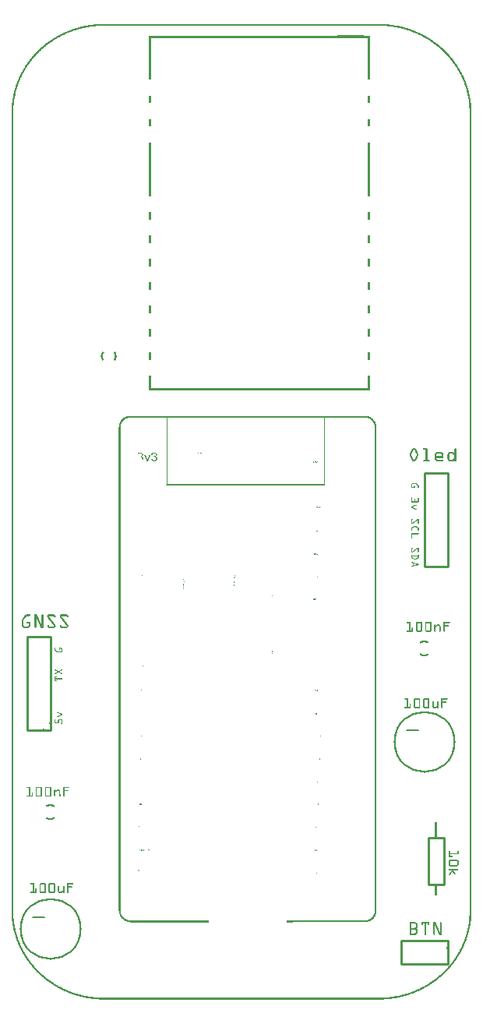
<source format=gto>
G04 MADE WITH FRITZING*
G04 WWW.FRITZING.ORG*
G04 DOUBLE SIDED*
G04 HOLES PLATED*
G04 CONTOUR ON CENTER OF CONTOUR VECTOR*
%ASAXBY*%
%FSLAX23Y23*%
%MOIN*%
%OFA0B0*%
%SFA1.0B1.0*%
%ADD10C,0.263906X0.247906*%
%ADD11R,0.112528X0.000000*%
%ADD12C,0.010000*%
%ADD13C,0.005701*%
%ADD14C,0.003725*%
%ADD15C,0.003723*%
%ADD16C,0.008000*%
%ADD17R,0.001000X0.001000*%
%LNSILK1*%
G90*
G70*
G54D10*
X166Y302D03*
X1766Y1102D03*
G54D11*
X1449Y4122D03*
G54D12*
X166Y1152D02*
X166Y1552D01*
D02*
X166Y1552D02*
X66Y1552D01*
D02*
X66Y1552D02*
X66Y1152D01*
D02*
X66Y1152D02*
X166Y1152D01*
G54D13*
D02*
X1337Y2204D02*
X663Y2204D01*
G54D14*
D02*
X663Y2204D02*
X663Y2492D01*
G54D15*
D02*
X1337Y2204D02*
X1337Y2491D01*
G54D12*
D02*
X1866Y252D02*
X1666Y252D01*
D02*
X1666Y252D02*
X1666Y152D01*
D02*
X1666Y152D02*
X1866Y152D01*
D02*
X1866Y152D02*
X1866Y252D01*
D02*
X1766Y2252D02*
X1766Y1852D01*
D02*
X1766Y1852D02*
X1866Y1852D01*
D02*
X1866Y1852D02*
X1866Y2252D01*
D02*
X1866Y2252D02*
X1766Y2252D01*
G54D16*
D02*
X141Y352D02*
X91Y352D01*
D02*
X1741Y1152D02*
X1691Y1152D01*
G54D12*
D02*
X1849Y693D02*
X1849Y493D01*
D02*
X1849Y493D02*
X1783Y493D01*
D02*
X1783Y493D02*
X1783Y693D01*
D02*
X1783Y693D02*
X1849Y693D01*
G54D17*
X376Y4173D02*
X1591Y4173D01*
X361Y4172D02*
X1606Y4172D01*
X351Y4171D02*
X1616Y4171D01*
X342Y4170D02*
X1625Y4170D01*
X335Y4169D02*
X1632Y4169D01*
X329Y4168D02*
X1638Y4168D01*
X323Y4167D02*
X1644Y4167D01*
X317Y4166D02*
X1650Y4166D01*
X313Y4165D02*
X375Y4165D01*
X1592Y4165D02*
X1654Y4165D01*
X308Y4164D02*
X360Y4164D01*
X1607Y4164D02*
X1659Y4164D01*
X303Y4163D02*
X350Y4163D01*
X1617Y4163D02*
X1664Y4163D01*
X299Y4162D02*
X342Y4162D01*
X1625Y4162D02*
X1668Y4162D01*
X295Y4161D02*
X334Y4161D01*
X1633Y4161D02*
X1672Y4161D01*
X291Y4160D02*
X328Y4160D01*
X1639Y4160D02*
X1676Y4160D01*
X287Y4159D02*
X322Y4159D01*
X1645Y4159D02*
X1680Y4159D01*
X284Y4158D02*
X317Y4158D01*
X1650Y4158D02*
X1683Y4158D01*
X280Y4157D02*
X312Y4157D01*
X1655Y4157D02*
X1687Y4157D01*
X277Y4156D02*
X307Y4156D01*
X1660Y4156D02*
X1690Y4156D01*
X274Y4155D02*
X303Y4155D01*
X1664Y4155D02*
X1693Y4155D01*
X271Y4154D02*
X299Y4154D01*
X1668Y4154D02*
X1696Y4154D01*
X268Y4153D02*
X295Y4153D01*
X1672Y4153D02*
X1699Y4153D01*
X265Y4152D02*
X291Y4152D01*
X1676Y4152D02*
X1702Y4152D01*
X262Y4151D02*
X287Y4151D01*
X1680Y4151D02*
X1705Y4151D01*
X259Y4150D02*
X284Y4150D01*
X1683Y4150D02*
X1708Y4150D01*
X256Y4149D02*
X280Y4149D01*
X1687Y4149D02*
X1711Y4149D01*
X253Y4148D02*
X277Y4148D01*
X1690Y4148D02*
X1714Y4148D01*
X251Y4147D02*
X274Y4147D01*
X1693Y4147D02*
X1716Y4147D01*
X248Y4146D02*
X271Y4146D01*
X1696Y4146D02*
X1719Y4146D01*
X245Y4145D02*
X268Y4145D01*
X1699Y4145D02*
X1722Y4145D01*
X243Y4144D02*
X264Y4144D01*
X1703Y4144D02*
X1724Y4144D01*
X240Y4143D02*
X261Y4143D01*
X1706Y4143D02*
X1727Y4143D01*
X238Y4142D02*
X259Y4142D01*
X1708Y4142D02*
X1729Y4142D01*
X236Y4141D02*
X256Y4141D01*
X1711Y4141D02*
X1731Y4141D01*
X233Y4140D02*
X253Y4140D01*
X1714Y4140D02*
X1734Y4140D01*
X231Y4139D02*
X251Y4139D01*
X1716Y4139D02*
X1736Y4139D01*
X229Y4138D02*
X248Y4138D01*
X1719Y4138D02*
X1738Y4138D01*
X226Y4137D02*
X245Y4137D01*
X1722Y4137D02*
X1741Y4137D01*
X224Y4136D02*
X243Y4136D01*
X1724Y4136D02*
X1743Y4136D01*
X222Y4135D02*
X241Y4135D01*
X1726Y4135D02*
X1745Y4135D01*
X220Y4134D02*
X238Y4134D01*
X1729Y4134D02*
X1747Y4134D01*
X218Y4133D02*
X236Y4133D01*
X1731Y4133D02*
X1749Y4133D01*
X216Y4132D02*
X234Y4132D01*
X1733Y4132D02*
X1751Y4132D01*
X214Y4131D02*
X231Y4131D01*
X1736Y4131D02*
X1753Y4131D01*
X212Y4130D02*
X229Y4130D01*
X1738Y4130D02*
X1755Y4130D01*
X210Y4129D02*
X227Y4129D01*
X1740Y4129D02*
X1757Y4129D01*
X208Y4128D02*
X225Y4128D01*
X1742Y4128D02*
X1759Y4128D01*
X206Y4127D02*
X223Y4127D01*
X1744Y4127D02*
X1761Y4127D01*
X204Y4126D02*
X221Y4126D01*
X1746Y4126D02*
X1763Y4126D01*
X202Y4125D02*
X219Y4125D01*
X1748Y4125D02*
X1765Y4125D01*
X200Y4124D02*
X217Y4124D01*
X1750Y4124D02*
X1767Y4124D01*
X199Y4123D02*
X215Y4123D01*
X1752Y4123D02*
X1768Y4123D01*
X197Y4122D02*
X212Y4122D01*
X589Y4122D02*
X1532Y4122D01*
X1755Y4122D02*
X1770Y4122D01*
X195Y4121D02*
X210Y4121D01*
X589Y4121D02*
X1533Y4121D01*
X1757Y4121D02*
X1772Y4121D01*
X193Y4120D02*
X209Y4120D01*
X589Y4120D02*
X1533Y4120D01*
X1758Y4120D02*
X1774Y4120D01*
X191Y4119D02*
X207Y4119D01*
X589Y4119D02*
X1533Y4119D01*
X1760Y4119D02*
X1776Y4119D01*
X190Y4118D02*
X205Y4118D01*
X589Y4118D02*
X1533Y4118D01*
X1762Y4118D02*
X1777Y4118D01*
X188Y4117D02*
X203Y4117D01*
X589Y4117D02*
X1533Y4117D01*
X1764Y4117D02*
X1779Y4117D01*
X186Y4116D02*
X201Y4116D01*
X589Y4116D02*
X1533Y4116D01*
X1766Y4116D02*
X1781Y4116D01*
X185Y4115D02*
X199Y4115D01*
X589Y4115D02*
X1533Y4115D01*
X1768Y4115D02*
X1782Y4115D01*
X183Y4114D02*
X198Y4114D01*
X589Y4114D02*
X1533Y4114D01*
X1769Y4114D02*
X1784Y4114D01*
X182Y4113D02*
X196Y4113D01*
X589Y4113D02*
X1533Y4113D01*
X1771Y4113D02*
X1785Y4113D01*
X180Y4112D02*
X194Y4112D01*
X589Y4112D02*
X598Y4112D01*
X1523Y4112D02*
X1533Y4112D01*
X1773Y4112D02*
X1787Y4112D01*
X178Y4111D02*
X192Y4111D01*
X589Y4111D02*
X598Y4111D01*
X1524Y4111D02*
X1533Y4111D01*
X1775Y4111D02*
X1789Y4111D01*
X177Y4110D02*
X191Y4110D01*
X589Y4110D02*
X598Y4110D01*
X1524Y4110D02*
X1533Y4110D01*
X1776Y4110D02*
X1790Y4110D01*
X175Y4109D02*
X189Y4109D01*
X589Y4109D02*
X598Y4109D01*
X1524Y4109D02*
X1533Y4109D01*
X1778Y4109D02*
X1792Y4109D01*
X173Y4108D02*
X187Y4108D01*
X589Y4108D02*
X598Y4108D01*
X1524Y4108D02*
X1533Y4108D01*
X1780Y4108D02*
X1794Y4108D01*
X172Y4107D02*
X186Y4107D01*
X589Y4107D02*
X598Y4107D01*
X1524Y4107D02*
X1533Y4107D01*
X1781Y4107D02*
X1795Y4107D01*
X171Y4106D02*
X184Y4106D01*
X589Y4106D02*
X598Y4106D01*
X1524Y4106D02*
X1533Y4106D01*
X1783Y4106D02*
X1796Y4106D01*
X169Y4105D02*
X183Y4105D01*
X589Y4105D02*
X598Y4105D01*
X1524Y4105D02*
X1533Y4105D01*
X1784Y4105D02*
X1798Y4105D01*
X168Y4104D02*
X181Y4104D01*
X589Y4104D02*
X598Y4104D01*
X1524Y4104D02*
X1533Y4104D01*
X1786Y4104D02*
X1799Y4104D01*
X166Y4103D02*
X179Y4103D01*
X589Y4103D02*
X598Y4103D01*
X1524Y4103D02*
X1533Y4103D01*
X1788Y4103D02*
X1801Y4103D01*
X165Y4102D02*
X178Y4102D01*
X589Y4102D02*
X598Y4102D01*
X1524Y4102D02*
X1533Y4102D01*
X1789Y4102D02*
X1802Y4102D01*
X163Y4101D02*
X176Y4101D01*
X589Y4101D02*
X598Y4101D01*
X1524Y4101D02*
X1533Y4101D01*
X1791Y4101D02*
X1804Y4101D01*
X162Y4100D02*
X175Y4100D01*
X589Y4100D02*
X598Y4100D01*
X1524Y4100D02*
X1533Y4100D01*
X1792Y4100D02*
X1805Y4100D01*
X160Y4099D02*
X173Y4099D01*
X589Y4099D02*
X598Y4099D01*
X1524Y4099D02*
X1533Y4099D01*
X1794Y4099D02*
X1807Y4099D01*
X159Y4098D02*
X172Y4098D01*
X589Y4098D02*
X598Y4098D01*
X1524Y4098D02*
X1533Y4098D01*
X1795Y4098D02*
X1808Y4098D01*
X157Y4097D02*
X170Y4097D01*
X589Y4097D02*
X598Y4097D01*
X1524Y4097D02*
X1533Y4097D01*
X1797Y4097D02*
X1810Y4097D01*
X156Y4096D02*
X169Y4096D01*
X589Y4096D02*
X598Y4096D01*
X1524Y4096D02*
X1533Y4096D01*
X1798Y4096D02*
X1811Y4096D01*
X155Y4095D02*
X167Y4095D01*
X589Y4095D02*
X598Y4095D01*
X1524Y4095D02*
X1533Y4095D01*
X1800Y4095D02*
X1812Y4095D01*
X153Y4094D02*
X166Y4094D01*
X589Y4094D02*
X598Y4094D01*
X1524Y4094D02*
X1533Y4094D01*
X1801Y4094D02*
X1814Y4094D01*
X152Y4093D02*
X165Y4093D01*
X589Y4093D02*
X598Y4093D01*
X1524Y4093D02*
X1533Y4093D01*
X1802Y4093D02*
X1815Y4093D01*
X151Y4092D02*
X163Y4092D01*
X589Y4092D02*
X598Y4092D01*
X1524Y4092D02*
X1533Y4092D01*
X1804Y4092D02*
X1816Y4092D01*
X149Y4091D02*
X162Y4091D01*
X589Y4091D02*
X598Y4091D01*
X1524Y4091D02*
X1533Y4091D01*
X1805Y4091D02*
X1818Y4091D01*
X148Y4090D02*
X160Y4090D01*
X589Y4090D02*
X598Y4090D01*
X1524Y4090D02*
X1533Y4090D01*
X1807Y4090D02*
X1819Y4090D01*
X147Y4089D02*
X159Y4089D01*
X589Y4089D02*
X598Y4089D01*
X1524Y4089D02*
X1533Y4089D01*
X1808Y4089D02*
X1820Y4089D01*
X145Y4088D02*
X158Y4088D01*
X589Y4088D02*
X598Y4088D01*
X1524Y4088D02*
X1533Y4088D01*
X1809Y4088D02*
X1822Y4088D01*
X144Y4087D02*
X156Y4087D01*
X589Y4087D02*
X598Y4087D01*
X1524Y4087D02*
X1533Y4087D01*
X1811Y4087D02*
X1823Y4087D01*
X143Y4086D02*
X155Y4086D01*
X589Y4086D02*
X598Y4086D01*
X1524Y4086D02*
X1533Y4086D01*
X1812Y4086D02*
X1824Y4086D01*
X142Y4085D02*
X154Y4085D01*
X589Y4085D02*
X598Y4085D01*
X1524Y4085D02*
X1533Y4085D01*
X1813Y4085D02*
X1825Y4085D01*
X141Y4084D02*
X152Y4084D01*
X589Y4084D02*
X598Y4084D01*
X1524Y4084D02*
X1533Y4084D01*
X1815Y4084D02*
X1826Y4084D01*
X139Y4083D02*
X151Y4083D01*
X589Y4083D02*
X598Y4083D01*
X1524Y4083D02*
X1533Y4083D01*
X1816Y4083D02*
X1828Y4083D01*
X138Y4082D02*
X150Y4082D01*
X589Y4082D02*
X598Y4082D01*
X1524Y4082D02*
X1533Y4082D01*
X1817Y4082D02*
X1829Y4082D01*
X137Y4081D02*
X148Y4081D01*
X589Y4081D02*
X598Y4081D01*
X1524Y4081D02*
X1533Y4081D01*
X1819Y4081D02*
X1830Y4081D01*
X136Y4080D02*
X147Y4080D01*
X589Y4080D02*
X598Y4080D01*
X1524Y4080D02*
X1533Y4080D01*
X1820Y4080D02*
X1831Y4080D01*
X134Y4079D02*
X146Y4079D01*
X589Y4079D02*
X598Y4079D01*
X1524Y4079D02*
X1533Y4079D01*
X1821Y4079D02*
X1833Y4079D01*
X133Y4078D02*
X145Y4078D01*
X589Y4078D02*
X598Y4078D01*
X1524Y4078D02*
X1533Y4078D01*
X1822Y4078D02*
X1834Y4078D01*
X132Y4077D02*
X144Y4077D01*
X589Y4077D02*
X598Y4077D01*
X1524Y4077D02*
X1533Y4077D01*
X1823Y4077D02*
X1835Y4077D01*
X131Y4076D02*
X142Y4076D01*
X589Y4076D02*
X598Y4076D01*
X1524Y4076D02*
X1533Y4076D01*
X1825Y4076D02*
X1836Y4076D01*
X130Y4075D02*
X141Y4075D01*
X589Y4075D02*
X598Y4075D01*
X1524Y4075D02*
X1533Y4075D01*
X1826Y4075D02*
X1837Y4075D01*
X129Y4074D02*
X140Y4074D01*
X589Y4074D02*
X598Y4074D01*
X1524Y4074D02*
X1533Y4074D01*
X1827Y4074D02*
X1838Y4074D01*
X127Y4073D02*
X139Y4073D01*
X589Y4073D02*
X598Y4073D01*
X1524Y4073D02*
X1533Y4073D01*
X1828Y4073D02*
X1840Y4073D01*
X126Y4072D02*
X138Y4072D01*
X589Y4072D02*
X598Y4072D01*
X1524Y4072D02*
X1533Y4072D01*
X1829Y4072D02*
X1841Y4072D01*
X125Y4071D02*
X136Y4071D01*
X589Y4071D02*
X598Y4071D01*
X1524Y4071D02*
X1533Y4071D01*
X1831Y4071D02*
X1842Y4071D01*
X124Y4070D02*
X135Y4070D01*
X589Y4070D02*
X598Y4070D01*
X1524Y4070D02*
X1533Y4070D01*
X1832Y4070D02*
X1843Y4070D01*
X123Y4069D02*
X134Y4069D01*
X589Y4069D02*
X598Y4069D01*
X1524Y4069D02*
X1533Y4069D01*
X1833Y4069D02*
X1844Y4069D01*
X122Y4068D02*
X133Y4068D01*
X589Y4068D02*
X598Y4068D01*
X1524Y4068D02*
X1533Y4068D01*
X1834Y4068D02*
X1845Y4068D01*
X121Y4067D02*
X132Y4067D01*
X589Y4067D02*
X598Y4067D01*
X1524Y4067D02*
X1533Y4067D01*
X1835Y4067D02*
X1846Y4067D01*
X120Y4066D02*
X131Y4066D01*
X589Y4066D02*
X598Y4066D01*
X1524Y4066D02*
X1533Y4066D01*
X1836Y4066D02*
X1847Y4066D01*
X119Y4065D02*
X130Y4065D01*
X589Y4065D02*
X598Y4065D01*
X1524Y4065D02*
X1533Y4065D01*
X1837Y4065D02*
X1848Y4065D01*
X118Y4064D02*
X128Y4064D01*
X589Y4064D02*
X598Y4064D01*
X1524Y4064D02*
X1533Y4064D01*
X1839Y4064D02*
X1849Y4064D01*
X116Y4063D02*
X127Y4063D01*
X589Y4063D02*
X598Y4063D01*
X1524Y4063D02*
X1533Y4063D01*
X1840Y4063D02*
X1851Y4063D01*
X115Y4062D02*
X126Y4062D01*
X589Y4062D02*
X598Y4062D01*
X1524Y4062D02*
X1533Y4062D01*
X1841Y4062D02*
X1852Y4062D01*
X114Y4061D02*
X125Y4061D01*
X589Y4061D02*
X598Y4061D01*
X1524Y4061D02*
X1533Y4061D01*
X1842Y4061D02*
X1853Y4061D01*
X113Y4060D02*
X124Y4060D01*
X589Y4060D02*
X598Y4060D01*
X1524Y4060D02*
X1533Y4060D01*
X1843Y4060D02*
X1854Y4060D01*
X112Y4059D02*
X123Y4059D01*
X589Y4059D02*
X598Y4059D01*
X1524Y4059D02*
X1533Y4059D01*
X1844Y4059D02*
X1855Y4059D01*
X111Y4058D02*
X122Y4058D01*
X589Y4058D02*
X598Y4058D01*
X1524Y4058D02*
X1533Y4058D01*
X1845Y4058D02*
X1856Y4058D01*
X110Y4057D02*
X121Y4057D01*
X589Y4057D02*
X598Y4057D01*
X1524Y4057D02*
X1533Y4057D01*
X1846Y4057D02*
X1857Y4057D01*
X109Y4056D02*
X120Y4056D01*
X589Y4056D02*
X598Y4056D01*
X1524Y4056D02*
X1533Y4056D01*
X1847Y4056D02*
X1858Y4056D01*
X108Y4055D02*
X119Y4055D01*
X589Y4055D02*
X598Y4055D01*
X1524Y4055D02*
X1533Y4055D01*
X1848Y4055D02*
X1859Y4055D01*
X107Y4054D02*
X118Y4054D01*
X589Y4054D02*
X598Y4054D01*
X1524Y4054D02*
X1533Y4054D01*
X1849Y4054D02*
X1860Y4054D01*
X106Y4053D02*
X117Y4053D01*
X589Y4053D02*
X598Y4053D01*
X1524Y4053D02*
X1533Y4053D01*
X1850Y4053D02*
X1861Y4053D01*
X105Y4052D02*
X116Y4052D01*
X589Y4052D02*
X598Y4052D01*
X1524Y4052D02*
X1533Y4052D01*
X1851Y4052D02*
X1862Y4052D01*
X104Y4051D02*
X115Y4051D01*
X589Y4051D02*
X598Y4051D01*
X1524Y4051D02*
X1533Y4051D01*
X1852Y4051D02*
X1863Y4051D01*
X103Y4050D02*
X114Y4050D01*
X589Y4050D02*
X598Y4050D01*
X1524Y4050D02*
X1533Y4050D01*
X1853Y4050D02*
X1864Y4050D01*
X103Y4049D02*
X113Y4049D01*
X589Y4049D02*
X598Y4049D01*
X1524Y4049D02*
X1533Y4049D01*
X1854Y4049D02*
X1864Y4049D01*
X102Y4048D02*
X112Y4048D01*
X589Y4048D02*
X598Y4048D01*
X1524Y4048D02*
X1533Y4048D01*
X1855Y4048D02*
X1865Y4048D01*
X101Y4047D02*
X111Y4047D01*
X589Y4047D02*
X598Y4047D01*
X1524Y4047D02*
X1533Y4047D01*
X1856Y4047D02*
X1866Y4047D01*
X100Y4046D02*
X110Y4046D01*
X589Y4046D02*
X598Y4046D01*
X1524Y4046D02*
X1533Y4046D01*
X1857Y4046D02*
X1867Y4046D01*
X99Y4045D02*
X109Y4045D01*
X589Y4045D02*
X598Y4045D01*
X1524Y4045D02*
X1533Y4045D01*
X1858Y4045D02*
X1868Y4045D01*
X98Y4044D02*
X108Y4044D01*
X589Y4044D02*
X598Y4044D01*
X1524Y4044D02*
X1533Y4044D01*
X1859Y4044D02*
X1869Y4044D01*
X97Y4043D02*
X107Y4043D01*
X589Y4043D02*
X598Y4043D01*
X1524Y4043D02*
X1533Y4043D01*
X1860Y4043D02*
X1870Y4043D01*
X96Y4042D02*
X106Y4042D01*
X589Y4042D02*
X598Y4042D01*
X1524Y4042D02*
X1533Y4042D01*
X1861Y4042D02*
X1871Y4042D01*
X95Y4041D02*
X105Y4041D01*
X589Y4041D02*
X598Y4041D01*
X1524Y4041D02*
X1533Y4041D01*
X1862Y4041D02*
X1872Y4041D01*
X94Y4040D02*
X104Y4040D01*
X589Y4040D02*
X598Y4040D01*
X1524Y4040D02*
X1533Y4040D01*
X1863Y4040D02*
X1873Y4040D01*
X93Y4039D02*
X103Y4039D01*
X589Y4039D02*
X598Y4039D01*
X1524Y4039D02*
X1533Y4039D01*
X1864Y4039D02*
X1874Y4039D01*
X93Y4038D02*
X102Y4038D01*
X589Y4038D02*
X598Y4038D01*
X1524Y4038D02*
X1533Y4038D01*
X1865Y4038D02*
X1874Y4038D01*
X92Y4037D02*
X101Y4037D01*
X589Y4037D02*
X598Y4037D01*
X1524Y4037D02*
X1533Y4037D01*
X1866Y4037D02*
X1875Y4037D01*
X91Y4036D02*
X101Y4036D01*
X589Y4036D02*
X598Y4036D01*
X1524Y4036D02*
X1533Y4036D01*
X1866Y4036D02*
X1876Y4036D01*
X90Y4035D02*
X100Y4035D01*
X589Y4035D02*
X598Y4035D01*
X1524Y4035D02*
X1533Y4035D01*
X1867Y4035D02*
X1877Y4035D01*
X89Y4034D02*
X99Y4034D01*
X589Y4034D02*
X598Y4034D01*
X1524Y4034D02*
X1533Y4034D01*
X1868Y4034D02*
X1878Y4034D01*
X88Y4033D02*
X98Y4033D01*
X589Y4033D02*
X598Y4033D01*
X1524Y4033D02*
X1533Y4033D01*
X1869Y4033D02*
X1879Y4033D01*
X87Y4032D02*
X97Y4032D01*
X589Y4032D02*
X598Y4032D01*
X1524Y4032D02*
X1533Y4032D01*
X1870Y4032D02*
X1880Y4032D01*
X87Y4031D02*
X96Y4031D01*
X589Y4031D02*
X598Y4031D01*
X1524Y4031D02*
X1533Y4031D01*
X1871Y4031D02*
X1880Y4031D01*
X86Y4030D02*
X95Y4030D01*
X589Y4030D02*
X598Y4030D01*
X1524Y4030D02*
X1533Y4030D01*
X1872Y4030D02*
X1881Y4030D01*
X85Y4029D02*
X94Y4029D01*
X589Y4029D02*
X598Y4029D01*
X1524Y4029D02*
X1533Y4029D01*
X1873Y4029D02*
X1882Y4029D01*
X84Y4028D02*
X93Y4028D01*
X589Y4028D02*
X598Y4028D01*
X1524Y4028D02*
X1533Y4028D01*
X1874Y4028D02*
X1883Y4028D01*
X83Y4027D02*
X93Y4027D01*
X589Y4027D02*
X598Y4027D01*
X1524Y4027D02*
X1533Y4027D01*
X1874Y4027D02*
X1884Y4027D01*
X83Y4026D02*
X92Y4026D01*
X589Y4026D02*
X598Y4026D01*
X1524Y4026D02*
X1533Y4026D01*
X1875Y4026D02*
X1884Y4026D01*
X82Y4025D02*
X91Y4025D01*
X589Y4025D02*
X598Y4025D01*
X1524Y4025D02*
X1533Y4025D01*
X1876Y4025D02*
X1885Y4025D01*
X81Y4024D02*
X90Y4024D01*
X589Y4024D02*
X598Y4024D01*
X1524Y4024D02*
X1533Y4024D01*
X1877Y4024D02*
X1886Y4024D01*
X80Y4023D02*
X89Y4023D01*
X589Y4023D02*
X598Y4023D01*
X1524Y4023D02*
X1533Y4023D01*
X1878Y4023D02*
X1887Y4023D01*
X79Y4022D02*
X89Y4022D01*
X589Y4022D02*
X598Y4022D01*
X1524Y4022D02*
X1533Y4022D01*
X1878Y4022D02*
X1888Y4022D01*
X78Y4021D02*
X88Y4021D01*
X589Y4021D02*
X598Y4021D01*
X1524Y4021D02*
X1533Y4021D01*
X1879Y4021D02*
X1889Y4021D01*
X78Y4020D02*
X87Y4020D01*
X589Y4020D02*
X598Y4020D01*
X1524Y4020D02*
X1533Y4020D01*
X1880Y4020D02*
X1889Y4020D01*
X77Y4019D02*
X86Y4019D01*
X589Y4019D02*
X598Y4019D01*
X1524Y4019D02*
X1533Y4019D01*
X1881Y4019D02*
X1890Y4019D01*
X76Y4018D02*
X85Y4018D01*
X589Y4018D02*
X598Y4018D01*
X1524Y4018D02*
X1533Y4018D01*
X1882Y4018D02*
X1891Y4018D01*
X75Y4017D02*
X84Y4017D01*
X589Y4017D02*
X598Y4017D01*
X1524Y4017D02*
X1533Y4017D01*
X1883Y4017D02*
X1891Y4017D01*
X75Y4016D02*
X84Y4016D01*
X589Y4016D02*
X598Y4016D01*
X1524Y4016D02*
X1533Y4016D01*
X1883Y4016D02*
X1892Y4016D01*
X74Y4015D02*
X83Y4015D01*
X589Y4015D02*
X598Y4015D01*
X1524Y4015D02*
X1533Y4015D01*
X1884Y4015D02*
X1893Y4015D01*
X73Y4014D02*
X82Y4014D01*
X589Y4014D02*
X598Y4014D01*
X1524Y4014D02*
X1533Y4014D01*
X1885Y4014D02*
X1894Y4014D01*
X73Y4013D02*
X81Y4013D01*
X589Y4013D02*
X598Y4013D01*
X1524Y4013D02*
X1533Y4013D01*
X1886Y4013D02*
X1894Y4013D01*
X72Y4012D02*
X81Y4012D01*
X589Y4012D02*
X598Y4012D01*
X1524Y4012D02*
X1533Y4012D01*
X1886Y4012D02*
X1895Y4012D01*
X71Y4011D02*
X80Y4011D01*
X589Y4011D02*
X598Y4011D01*
X1524Y4011D02*
X1533Y4011D01*
X1887Y4011D02*
X1896Y4011D01*
X70Y4010D02*
X79Y4010D01*
X589Y4010D02*
X598Y4010D01*
X1524Y4010D02*
X1533Y4010D01*
X1888Y4010D02*
X1897Y4010D01*
X70Y4009D02*
X78Y4009D01*
X589Y4009D02*
X598Y4009D01*
X1524Y4009D02*
X1533Y4009D01*
X1889Y4009D02*
X1897Y4009D01*
X69Y4008D02*
X78Y4008D01*
X589Y4008D02*
X598Y4008D01*
X1524Y4008D02*
X1533Y4008D01*
X1889Y4008D02*
X1898Y4008D01*
X68Y4007D02*
X77Y4007D01*
X589Y4007D02*
X598Y4007D01*
X1524Y4007D02*
X1533Y4007D01*
X1890Y4007D02*
X1899Y4007D01*
X67Y4006D02*
X76Y4006D01*
X589Y4006D02*
X598Y4006D01*
X1524Y4006D02*
X1533Y4006D01*
X1891Y4006D02*
X1900Y4006D01*
X67Y4005D02*
X75Y4005D01*
X589Y4005D02*
X598Y4005D01*
X1524Y4005D02*
X1533Y4005D01*
X1892Y4005D02*
X1900Y4005D01*
X66Y4004D02*
X75Y4004D01*
X589Y4004D02*
X598Y4004D01*
X1524Y4004D02*
X1533Y4004D01*
X1892Y4004D02*
X1901Y4004D01*
X65Y4003D02*
X74Y4003D01*
X589Y4003D02*
X598Y4003D01*
X1524Y4003D02*
X1533Y4003D01*
X1893Y4003D02*
X1902Y4003D01*
X65Y4002D02*
X73Y4002D01*
X589Y4002D02*
X598Y4002D01*
X1524Y4002D02*
X1533Y4002D01*
X1894Y4002D02*
X1902Y4002D01*
X64Y4001D02*
X73Y4001D01*
X589Y4001D02*
X598Y4001D01*
X1524Y4001D02*
X1533Y4001D01*
X1894Y4001D02*
X1903Y4001D01*
X63Y4000D02*
X72Y4000D01*
X589Y4000D02*
X598Y4000D01*
X1524Y4000D02*
X1533Y4000D01*
X1895Y4000D02*
X1904Y4000D01*
X63Y3999D02*
X71Y3999D01*
X589Y3999D02*
X598Y3999D01*
X1524Y3999D02*
X1533Y3999D01*
X1896Y3999D02*
X1904Y3999D01*
X62Y3998D02*
X71Y3998D01*
X589Y3998D02*
X598Y3998D01*
X1524Y3998D02*
X1533Y3998D01*
X1896Y3998D02*
X1905Y3998D01*
X61Y3997D02*
X70Y3997D01*
X589Y3997D02*
X598Y3997D01*
X1524Y3997D02*
X1533Y3997D01*
X1897Y3997D02*
X1906Y3997D01*
X61Y3996D02*
X69Y3996D01*
X589Y3996D02*
X598Y3996D01*
X1524Y3996D02*
X1533Y3996D01*
X1898Y3996D02*
X1906Y3996D01*
X60Y3995D02*
X69Y3995D01*
X589Y3995D02*
X598Y3995D01*
X1524Y3995D02*
X1533Y3995D01*
X1898Y3995D02*
X1907Y3995D01*
X59Y3994D02*
X68Y3994D01*
X589Y3994D02*
X598Y3994D01*
X1524Y3994D02*
X1533Y3994D01*
X1899Y3994D02*
X1908Y3994D01*
X59Y3993D02*
X67Y3993D01*
X589Y3993D02*
X598Y3993D01*
X1524Y3993D02*
X1533Y3993D01*
X1900Y3993D02*
X1908Y3993D01*
X58Y3992D02*
X66Y3992D01*
X589Y3992D02*
X598Y3992D01*
X1524Y3992D02*
X1533Y3992D01*
X1901Y3992D02*
X1909Y3992D01*
X57Y3991D02*
X66Y3991D01*
X589Y3991D02*
X598Y3991D01*
X1524Y3991D02*
X1533Y3991D01*
X1901Y3991D02*
X1910Y3991D01*
X57Y3990D02*
X65Y3990D01*
X589Y3990D02*
X598Y3990D01*
X1524Y3990D02*
X1533Y3990D01*
X1902Y3990D02*
X1910Y3990D01*
X56Y3989D02*
X64Y3989D01*
X589Y3989D02*
X598Y3989D01*
X1524Y3989D02*
X1533Y3989D01*
X1903Y3989D02*
X1911Y3989D01*
X56Y3988D02*
X64Y3988D01*
X589Y3988D02*
X598Y3988D01*
X1524Y3988D02*
X1533Y3988D01*
X1903Y3988D02*
X1911Y3988D01*
X55Y3987D02*
X63Y3987D01*
X589Y3987D02*
X598Y3987D01*
X1524Y3987D02*
X1533Y3987D01*
X1904Y3987D02*
X1912Y3987D01*
X54Y3986D02*
X63Y3986D01*
X589Y3986D02*
X598Y3986D01*
X1524Y3986D02*
X1533Y3986D01*
X1904Y3986D02*
X1913Y3986D01*
X54Y3985D02*
X62Y3985D01*
X589Y3985D02*
X598Y3985D01*
X1524Y3985D02*
X1533Y3985D01*
X1905Y3985D02*
X1913Y3985D01*
X53Y3984D02*
X61Y3984D01*
X589Y3984D02*
X598Y3984D01*
X1524Y3984D02*
X1533Y3984D01*
X1906Y3984D02*
X1914Y3984D01*
X53Y3983D02*
X61Y3983D01*
X589Y3983D02*
X598Y3983D01*
X1524Y3983D02*
X1533Y3983D01*
X1906Y3983D02*
X1914Y3983D01*
X52Y3982D02*
X60Y3982D01*
X589Y3982D02*
X598Y3982D01*
X1524Y3982D02*
X1533Y3982D01*
X1907Y3982D02*
X1915Y3982D01*
X51Y3981D02*
X60Y3981D01*
X589Y3981D02*
X598Y3981D01*
X1524Y3981D02*
X1533Y3981D01*
X1907Y3981D02*
X1916Y3981D01*
X51Y3980D02*
X59Y3980D01*
X589Y3980D02*
X598Y3980D01*
X1524Y3980D02*
X1533Y3980D01*
X1908Y3980D02*
X1916Y3980D01*
X50Y3979D02*
X58Y3979D01*
X589Y3979D02*
X598Y3979D01*
X1524Y3979D02*
X1533Y3979D01*
X1909Y3979D02*
X1917Y3979D01*
X50Y3978D02*
X58Y3978D01*
X589Y3978D02*
X598Y3978D01*
X1524Y3978D02*
X1533Y3978D01*
X1909Y3978D02*
X1917Y3978D01*
X49Y3977D02*
X57Y3977D01*
X589Y3977D02*
X598Y3977D01*
X1524Y3977D02*
X1533Y3977D01*
X1910Y3977D02*
X1918Y3977D01*
X48Y3976D02*
X57Y3976D01*
X589Y3976D02*
X598Y3976D01*
X1524Y3976D02*
X1533Y3976D01*
X1910Y3976D02*
X1919Y3976D01*
X48Y3975D02*
X56Y3975D01*
X589Y3975D02*
X598Y3975D01*
X1524Y3975D02*
X1533Y3975D01*
X1911Y3975D02*
X1919Y3975D01*
X47Y3974D02*
X55Y3974D01*
X589Y3974D02*
X598Y3974D01*
X1524Y3974D02*
X1533Y3974D01*
X1912Y3974D02*
X1920Y3974D01*
X47Y3973D02*
X55Y3973D01*
X589Y3973D02*
X598Y3973D01*
X1524Y3973D02*
X1533Y3973D01*
X1912Y3973D02*
X1920Y3973D01*
X46Y3972D02*
X54Y3972D01*
X589Y3972D02*
X598Y3972D01*
X1524Y3972D02*
X1533Y3972D01*
X1913Y3972D02*
X1921Y3972D01*
X46Y3971D02*
X54Y3971D01*
X589Y3971D02*
X598Y3971D01*
X1524Y3971D02*
X1533Y3971D01*
X1913Y3971D02*
X1921Y3971D01*
X45Y3970D02*
X53Y3970D01*
X589Y3970D02*
X598Y3970D01*
X1524Y3970D02*
X1533Y3970D01*
X1914Y3970D02*
X1922Y3970D01*
X45Y3969D02*
X52Y3969D01*
X589Y3969D02*
X598Y3969D01*
X1524Y3969D02*
X1533Y3969D01*
X1915Y3969D02*
X1922Y3969D01*
X44Y3968D02*
X52Y3968D01*
X589Y3968D02*
X598Y3968D01*
X1524Y3968D02*
X1533Y3968D01*
X1915Y3968D02*
X1923Y3968D01*
X43Y3967D02*
X51Y3967D01*
X589Y3967D02*
X598Y3967D01*
X1524Y3967D02*
X1533Y3967D01*
X1916Y3967D02*
X1924Y3967D01*
X43Y3966D02*
X51Y3966D01*
X589Y3966D02*
X598Y3966D01*
X1524Y3966D02*
X1533Y3966D01*
X1916Y3966D02*
X1924Y3966D01*
X42Y3965D02*
X50Y3965D01*
X589Y3965D02*
X598Y3965D01*
X1524Y3965D02*
X1533Y3965D01*
X1917Y3965D02*
X1925Y3965D01*
X42Y3964D02*
X50Y3964D01*
X589Y3964D02*
X598Y3964D01*
X1524Y3964D02*
X1533Y3964D01*
X1917Y3964D02*
X1925Y3964D01*
X41Y3963D02*
X49Y3963D01*
X589Y3963D02*
X598Y3963D01*
X1524Y3963D02*
X1533Y3963D01*
X1918Y3963D02*
X1926Y3963D01*
X41Y3962D02*
X49Y3962D01*
X589Y3962D02*
X598Y3962D01*
X1524Y3962D02*
X1533Y3962D01*
X1918Y3962D02*
X1926Y3962D01*
X40Y3961D02*
X48Y3961D01*
X589Y3961D02*
X598Y3961D01*
X1524Y3961D02*
X1533Y3961D01*
X1919Y3961D02*
X1927Y3961D01*
X40Y3960D02*
X48Y3960D01*
X589Y3960D02*
X598Y3960D01*
X1524Y3960D02*
X1533Y3960D01*
X1919Y3960D02*
X1927Y3960D01*
X39Y3959D02*
X47Y3959D01*
X589Y3959D02*
X598Y3959D01*
X1524Y3959D02*
X1533Y3959D01*
X1920Y3959D02*
X1928Y3959D01*
X39Y3958D02*
X47Y3958D01*
X589Y3958D02*
X598Y3958D01*
X1524Y3958D02*
X1533Y3958D01*
X1920Y3958D02*
X1928Y3958D01*
X38Y3957D02*
X46Y3957D01*
X589Y3957D02*
X598Y3957D01*
X1524Y3957D02*
X1533Y3957D01*
X1921Y3957D02*
X1929Y3957D01*
X38Y3956D02*
X45Y3956D01*
X589Y3956D02*
X598Y3956D01*
X1524Y3956D02*
X1533Y3956D01*
X1922Y3956D02*
X1929Y3956D01*
X37Y3955D02*
X45Y3955D01*
X589Y3955D02*
X598Y3955D01*
X1524Y3955D02*
X1533Y3955D01*
X1922Y3955D02*
X1930Y3955D01*
X37Y3954D02*
X44Y3954D01*
X589Y3954D02*
X598Y3954D01*
X1524Y3954D02*
X1533Y3954D01*
X1923Y3954D02*
X1930Y3954D01*
X36Y3953D02*
X44Y3953D01*
X589Y3953D02*
X598Y3953D01*
X1524Y3953D02*
X1533Y3953D01*
X1923Y3953D02*
X1931Y3953D01*
X36Y3952D02*
X44Y3952D01*
X589Y3952D02*
X598Y3952D01*
X1524Y3952D02*
X1533Y3952D01*
X1923Y3952D02*
X1931Y3952D01*
X35Y3951D02*
X43Y3951D01*
X589Y3951D02*
X598Y3951D01*
X1524Y3951D02*
X1533Y3951D01*
X1924Y3951D02*
X1932Y3951D01*
X35Y3950D02*
X43Y3950D01*
X589Y3950D02*
X598Y3950D01*
X1524Y3950D02*
X1533Y3950D01*
X1924Y3950D02*
X1932Y3950D01*
X34Y3949D02*
X42Y3949D01*
X589Y3949D02*
X598Y3949D01*
X1524Y3949D02*
X1533Y3949D01*
X1925Y3949D02*
X1933Y3949D01*
X34Y3948D02*
X42Y3948D01*
X589Y3948D02*
X598Y3948D01*
X1524Y3948D02*
X1533Y3948D01*
X1925Y3948D02*
X1933Y3948D01*
X34Y3947D02*
X41Y3947D01*
X589Y3947D02*
X598Y3947D01*
X1524Y3947D02*
X1533Y3947D01*
X1926Y3947D02*
X1933Y3947D01*
X33Y3946D02*
X41Y3946D01*
X589Y3946D02*
X598Y3946D01*
X1524Y3946D02*
X1533Y3946D01*
X1926Y3946D02*
X1934Y3946D01*
X33Y3945D02*
X40Y3945D01*
X589Y3945D02*
X598Y3945D01*
X1524Y3945D02*
X1533Y3945D01*
X1927Y3945D02*
X1934Y3945D01*
X32Y3944D02*
X40Y3944D01*
X589Y3944D02*
X598Y3944D01*
X1524Y3944D02*
X1533Y3944D01*
X1927Y3944D02*
X1935Y3944D01*
X32Y3943D02*
X39Y3943D01*
X589Y3943D02*
X598Y3943D01*
X1524Y3943D02*
X1533Y3943D01*
X1928Y3943D02*
X1935Y3943D01*
X31Y3942D02*
X39Y3942D01*
X589Y3942D02*
X598Y3942D01*
X1524Y3942D02*
X1533Y3942D01*
X1928Y3942D02*
X1936Y3942D01*
X31Y3941D02*
X38Y3941D01*
X589Y3941D02*
X598Y3941D01*
X1524Y3941D02*
X1533Y3941D01*
X1929Y3941D02*
X1936Y3941D01*
X30Y3940D02*
X38Y3940D01*
X589Y3940D02*
X598Y3940D01*
X1524Y3940D02*
X1533Y3940D01*
X1929Y3940D02*
X1937Y3940D01*
X30Y3939D02*
X37Y3939D01*
X589Y3939D02*
X598Y3939D01*
X1524Y3939D02*
X1533Y3939D01*
X1930Y3939D02*
X1937Y3939D01*
X30Y3938D02*
X37Y3938D01*
X589Y3938D02*
X598Y3938D01*
X1524Y3938D02*
X1533Y3938D01*
X1930Y3938D02*
X1937Y3938D01*
X29Y3937D02*
X37Y3937D01*
X589Y3937D02*
X598Y3937D01*
X1524Y3937D02*
X1533Y3937D01*
X1930Y3937D02*
X1938Y3937D01*
X29Y3936D02*
X36Y3936D01*
X1931Y3936D02*
X1938Y3936D01*
X28Y3935D02*
X36Y3935D01*
X1931Y3935D02*
X1939Y3935D01*
X28Y3934D02*
X35Y3934D01*
X1932Y3934D02*
X1939Y3934D01*
X27Y3933D02*
X35Y3933D01*
X1932Y3933D02*
X1940Y3933D01*
X27Y3932D02*
X35Y3932D01*
X1932Y3932D02*
X1940Y3932D01*
X27Y3931D02*
X34Y3931D01*
X1933Y3931D02*
X1940Y3931D01*
X26Y3930D02*
X34Y3930D01*
X1933Y3930D02*
X1941Y3930D01*
X26Y3929D02*
X33Y3929D01*
X1934Y3929D02*
X1941Y3929D01*
X25Y3928D02*
X33Y3928D01*
X1934Y3928D02*
X1942Y3928D01*
X25Y3927D02*
X32Y3927D01*
X1935Y3927D02*
X1942Y3927D01*
X25Y3926D02*
X32Y3926D01*
X1935Y3926D02*
X1942Y3926D01*
X24Y3925D02*
X32Y3925D01*
X1935Y3925D02*
X1943Y3925D01*
X24Y3924D02*
X31Y3924D01*
X1936Y3924D02*
X1943Y3924D01*
X23Y3923D02*
X31Y3923D01*
X1936Y3923D02*
X1944Y3923D01*
X23Y3922D02*
X30Y3922D01*
X1937Y3922D02*
X1944Y3922D01*
X23Y3921D02*
X30Y3921D01*
X1937Y3921D02*
X1944Y3921D01*
X22Y3920D02*
X30Y3920D01*
X1937Y3920D02*
X1945Y3920D01*
X22Y3919D02*
X29Y3919D01*
X1938Y3919D02*
X1945Y3919D01*
X22Y3918D02*
X29Y3918D01*
X1938Y3918D02*
X1945Y3918D01*
X21Y3917D02*
X29Y3917D01*
X1938Y3917D02*
X1946Y3917D01*
X21Y3916D02*
X28Y3916D01*
X1939Y3916D02*
X1946Y3916D01*
X21Y3915D02*
X28Y3915D01*
X1939Y3915D02*
X1946Y3915D01*
X20Y3914D02*
X28Y3914D01*
X1939Y3914D02*
X1947Y3914D01*
X20Y3913D02*
X27Y3913D01*
X1940Y3913D02*
X1947Y3913D01*
X20Y3912D02*
X27Y3912D01*
X1940Y3912D02*
X1947Y3912D01*
X19Y3911D02*
X27Y3911D01*
X1940Y3911D02*
X1948Y3911D01*
X19Y3910D02*
X26Y3910D01*
X1941Y3910D02*
X1948Y3910D01*
X18Y3909D02*
X26Y3909D01*
X1941Y3909D02*
X1949Y3909D01*
X18Y3908D02*
X25Y3908D01*
X1942Y3908D02*
X1949Y3908D01*
X18Y3907D02*
X25Y3907D01*
X1942Y3907D02*
X1949Y3907D01*
X17Y3906D02*
X25Y3906D01*
X1942Y3906D02*
X1950Y3906D01*
X17Y3905D02*
X24Y3905D01*
X1943Y3905D02*
X1950Y3905D01*
X17Y3904D02*
X24Y3904D01*
X1943Y3904D02*
X1950Y3904D01*
X17Y3903D02*
X24Y3903D01*
X1943Y3903D02*
X1950Y3903D01*
X16Y3902D02*
X23Y3902D01*
X1944Y3902D02*
X1951Y3902D01*
X16Y3901D02*
X23Y3901D01*
X1944Y3901D02*
X1951Y3901D01*
X16Y3900D02*
X23Y3900D01*
X1944Y3900D02*
X1951Y3900D01*
X15Y3899D02*
X23Y3899D01*
X1944Y3899D02*
X1952Y3899D01*
X15Y3898D02*
X22Y3898D01*
X1945Y3898D02*
X1952Y3898D01*
X15Y3897D02*
X22Y3897D01*
X1945Y3897D02*
X1952Y3897D01*
X14Y3896D02*
X22Y3896D01*
X1945Y3896D02*
X1953Y3896D01*
X14Y3895D02*
X21Y3895D01*
X1946Y3895D02*
X1953Y3895D01*
X14Y3894D02*
X21Y3894D01*
X1946Y3894D02*
X1953Y3894D01*
X14Y3893D02*
X21Y3893D01*
X1946Y3893D02*
X1953Y3893D01*
X13Y3892D02*
X20Y3892D01*
X1947Y3892D02*
X1954Y3892D01*
X13Y3891D02*
X20Y3891D01*
X1947Y3891D02*
X1954Y3891D01*
X13Y3890D02*
X20Y3890D01*
X1947Y3890D02*
X1954Y3890D01*
X12Y3889D02*
X20Y3889D01*
X1947Y3889D02*
X1955Y3889D01*
X12Y3888D02*
X19Y3888D01*
X1948Y3888D02*
X1955Y3888D01*
X12Y3887D02*
X19Y3887D01*
X1948Y3887D02*
X1955Y3887D01*
X12Y3886D02*
X19Y3886D01*
X1948Y3886D02*
X1955Y3886D01*
X11Y3885D02*
X19Y3885D01*
X1948Y3885D02*
X1956Y3885D01*
X11Y3884D02*
X18Y3884D01*
X1949Y3884D02*
X1956Y3884D01*
X11Y3883D02*
X18Y3883D01*
X1949Y3883D02*
X1956Y3883D01*
X11Y3882D02*
X18Y3882D01*
X1949Y3882D02*
X1956Y3882D01*
X10Y3881D02*
X18Y3881D01*
X1949Y3881D02*
X1957Y3881D01*
X10Y3880D02*
X17Y3880D01*
X1950Y3880D02*
X1957Y3880D01*
X10Y3879D02*
X17Y3879D01*
X1950Y3879D02*
X1957Y3879D01*
X10Y3878D02*
X17Y3878D01*
X1950Y3878D02*
X1957Y3878D01*
X9Y3877D02*
X17Y3877D01*
X1950Y3877D02*
X1958Y3877D01*
X9Y3876D02*
X16Y3876D01*
X1951Y3876D02*
X1958Y3876D01*
X9Y3875D02*
X16Y3875D01*
X1951Y3875D02*
X1958Y3875D01*
X9Y3874D02*
X16Y3874D01*
X1951Y3874D02*
X1958Y3874D01*
X9Y3873D02*
X16Y3873D01*
X1951Y3873D02*
X1958Y3873D01*
X8Y3872D02*
X15Y3872D01*
X1952Y3872D02*
X1959Y3872D01*
X8Y3871D02*
X15Y3871D01*
X1952Y3871D02*
X1959Y3871D01*
X8Y3870D02*
X15Y3870D01*
X1952Y3870D02*
X1959Y3870D01*
X8Y3869D02*
X15Y3869D01*
X1952Y3869D02*
X1959Y3869D01*
X7Y3868D02*
X15Y3868D01*
X1952Y3868D02*
X1960Y3868D01*
X7Y3867D02*
X14Y3867D01*
X589Y3867D02*
X598Y3867D01*
X1524Y3867D02*
X1533Y3867D01*
X1953Y3867D02*
X1960Y3867D01*
X7Y3866D02*
X14Y3866D01*
X589Y3866D02*
X598Y3866D01*
X1524Y3866D02*
X1533Y3866D01*
X1953Y3866D02*
X1960Y3866D01*
X7Y3865D02*
X14Y3865D01*
X589Y3865D02*
X598Y3865D01*
X1524Y3865D02*
X1533Y3865D01*
X1953Y3865D02*
X1960Y3865D01*
X7Y3864D02*
X14Y3864D01*
X589Y3864D02*
X598Y3864D01*
X1524Y3864D02*
X1533Y3864D01*
X1953Y3864D02*
X1960Y3864D01*
X6Y3863D02*
X14Y3863D01*
X589Y3863D02*
X598Y3863D01*
X1524Y3863D02*
X1533Y3863D01*
X1953Y3863D02*
X1961Y3863D01*
X6Y3862D02*
X13Y3862D01*
X589Y3862D02*
X598Y3862D01*
X1524Y3862D02*
X1533Y3862D01*
X1954Y3862D02*
X1961Y3862D01*
X6Y3861D02*
X13Y3861D01*
X589Y3861D02*
X598Y3861D01*
X1524Y3861D02*
X1533Y3861D01*
X1954Y3861D02*
X1961Y3861D01*
X6Y3860D02*
X13Y3860D01*
X589Y3860D02*
X598Y3860D01*
X1524Y3860D02*
X1533Y3860D01*
X1954Y3860D02*
X1961Y3860D01*
X6Y3859D02*
X13Y3859D01*
X589Y3859D02*
X598Y3859D01*
X1524Y3859D02*
X1533Y3859D01*
X1954Y3859D02*
X1961Y3859D01*
X6Y3858D02*
X13Y3858D01*
X589Y3858D02*
X598Y3858D01*
X1524Y3858D02*
X1533Y3858D01*
X1954Y3858D02*
X1961Y3858D01*
X5Y3857D02*
X12Y3857D01*
X589Y3857D02*
X598Y3857D01*
X1524Y3857D02*
X1533Y3857D01*
X1955Y3857D02*
X1962Y3857D01*
X5Y3856D02*
X12Y3856D01*
X589Y3856D02*
X598Y3856D01*
X1524Y3856D02*
X1533Y3856D01*
X1955Y3856D02*
X1962Y3856D01*
X5Y3855D02*
X12Y3855D01*
X589Y3855D02*
X598Y3855D01*
X1524Y3855D02*
X1533Y3855D01*
X1955Y3855D02*
X1962Y3855D01*
X5Y3854D02*
X12Y3854D01*
X589Y3854D02*
X598Y3854D01*
X1524Y3854D02*
X1533Y3854D01*
X1955Y3854D02*
X1962Y3854D01*
X5Y3853D02*
X12Y3853D01*
X589Y3853D02*
X598Y3853D01*
X1524Y3853D02*
X1533Y3853D01*
X1955Y3853D02*
X1962Y3853D01*
X5Y3852D02*
X12Y3852D01*
X589Y3852D02*
X598Y3852D01*
X1524Y3852D02*
X1533Y3852D01*
X1955Y3852D02*
X1962Y3852D01*
X4Y3851D02*
X11Y3851D01*
X589Y3851D02*
X598Y3851D01*
X1524Y3851D02*
X1533Y3851D01*
X1956Y3851D02*
X1963Y3851D01*
X4Y3850D02*
X11Y3850D01*
X589Y3850D02*
X598Y3850D01*
X1524Y3850D02*
X1533Y3850D01*
X1956Y3850D02*
X1963Y3850D01*
X4Y3849D02*
X11Y3849D01*
X589Y3849D02*
X598Y3849D01*
X1524Y3849D02*
X1533Y3849D01*
X1956Y3849D02*
X1963Y3849D01*
X4Y3848D02*
X11Y3848D01*
X589Y3848D02*
X598Y3848D01*
X1524Y3848D02*
X1533Y3848D01*
X1956Y3848D02*
X1963Y3848D01*
X4Y3847D02*
X11Y3847D01*
X589Y3847D02*
X598Y3847D01*
X1524Y3847D02*
X1533Y3847D01*
X1956Y3847D02*
X1963Y3847D01*
X4Y3846D02*
X11Y3846D01*
X589Y3846D02*
X598Y3846D01*
X1524Y3846D02*
X1533Y3846D01*
X1956Y3846D02*
X1963Y3846D01*
X4Y3845D02*
X11Y3845D01*
X589Y3845D02*
X598Y3845D01*
X1524Y3845D02*
X1533Y3845D01*
X1956Y3845D02*
X1963Y3845D01*
X3Y3844D02*
X10Y3844D01*
X589Y3844D02*
X598Y3844D01*
X1524Y3844D02*
X1533Y3844D01*
X1957Y3844D02*
X1964Y3844D01*
X3Y3843D02*
X10Y3843D01*
X589Y3843D02*
X598Y3843D01*
X1524Y3843D02*
X1533Y3843D01*
X1957Y3843D02*
X1964Y3843D01*
X3Y3842D02*
X10Y3842D01*
X589Y3842D02*
X598Y3842D01*
X1524Y3842D02*
X1533Y3842D01*
X1957Y3842D02*
X1964Y3842D01*
X3Y3841D02*
X10Y3841D01*
X589Y3841D02*
X598Y3841D01*
X1524Y3841D02*
X1533Y3841D01*
X1957Y3841D02*
X1964Y3841D01*
X3Y3840D02*
X10Y3840D01*
X589Y3840D02*
X598Y3840D01*
X1524Y3840D02*
X1533Y3840D01*
X1957Y3840D02*
X1964Y3840D01*
X3Y3839D02*
X10Y3839D01*
X589Y3839D02*
X598Y3839D01*
X1524Y3839D02*
X1533Y3839D01*
X1957Y3839D02*
X1964Y3839D01*
X3Y3838D02*
X10Y3838D01*
X589Y3838D02*
X598Y3838D01*
X1524Y3838D02*
X1533Y3838D01*
X1957Y3838D02*
X1964Y3838D01*
X2Y3837D02*
X10Y3837D01*
X589Y3837D02*
X598Y3837D01*
X1524Y3837D02*
X1533Y3837D01*
X1957Y3837D02*
X1964Y3837D01*
X2Y3836D02*
X9Y3836D01*
X1958Y3836D02*
X1965Y3836D01*
X2Y3835D02*
X9Y3835D01*
X1958Y3835D02*
X1965Y3835D01*
X2Y3834D02*
X9Y3834D01*
X1958Y3834D02*
X1965Y3834D01*
X2Y3833D02*
X9Y3833D01*
X1958Y3833D02*
X1965Y3833D01*
X2Y3832D02*
X9Y3832D01*
X1958Y3832D02*
X1965Y3832D01*
X2Y3831D02*
X9Y3831D01*
X1958Y3831D02*
X1965Y3831D01*
X2Y3830D02*
X9Y3830D01*
X1958Y3830D02*
X1965Y3830D01*
X2Y3829D02*
X9Y3829D01*
X1958Y3829D02*
X1965Y3829D01*
X2Y3828D02*
X9Y3828D01*
X1958Y3828D02*
X1965Y3828D01*
X1Y3827D02*
X8Y3827D01*
X1959Y3827D02*
X1966Y3827D01*
X1Y3826D02*
X8Y3826D01*
X1959Y3826D02*
X1966Y3826D01*
X1Y3825D02*
X8Y3825D01*
X1959Y3825D02*
X1966Y3825D01*
X1Y3824D02*
X8Y3824D01*
X1959Y3824D02*
X1966Y3824D01*
X1Y3823D02*
X8Y3823D01*
X1959Y3823D02*
X1966Y3823D01*
X1Y3822D02*
X8Y3822D01*
X1959Y3822D02*
X1966Y3822D01*
X1Y3821D02*
X8Y3821D01*
X1959Y3821D02*
X1966Y3821D01*
X1Y3820D02*
X8Y3820D01*
X1959Y3820D02*
X1966Y3820D01*
X1Y3819D02*
X8Y3819D01*
X1959Y3819D02*
X1966Y3819D01*
X1Y3818D02*
X8Y3818D01*
X1959Y3818D02*
X1966Y3818D01*
X1Y3817D02*
X8Y3817D01*
X1959Y3817D02*
X1966Y3817D01*
X1Y3816D02*
X8Y3816D01*
X1959Y3816D02*
X1966Y3816D01*
X1Y3815D02*
X8Y3815D01*
X1959Y3815D02*
X1966Y3815D01*
X1Y3814D02*
X8Y3814D01*
X1959Y3814D02*
X1966Y3814D01*
X0Y3813D02*
X7Y3813D01*
X1960Y3813D02*
X1967Y3813D01*
X0Y3812D02*
X7Y3812D01*
X1960Y3812D02*
X1967Y3812D01*
X0Y3811D02*
X7Y3811D01*
X1960Y3811D02*
X1967Y3811D01*
X0Y3810D02*
X7Y3810D01*
X1960Y3810D02*
X1967Y3810D01*
X0Y3809D02*
X7Y3809D01*
X1960Y3809D02*
X1967Y3809D01*
X0Y3808D02*
X7Y3808D01*
X1960Y3808D02*
X1967Y3808D01*
X0Y3807D02*
X7Y3807D01*
X1960Y3807D02*
X1967Y3807D01*
X0Y3806D02*
X7Y3806D01*
X1960Y3806D02*
X1967Y3806D01*
X0Y3805D02*
X7Y3805D01*
X1960Y3805D02*
X1967Y3805D01*
X0Y3804D02*
X7Y3804D01*
X1960Y3804D02*
X1967Y3804D01*
X0Y3803D02*
X7Y3803D01*
X1960Y3803D02*
X1967Y3803D01*
X0Y3802D02*
X7Y3802D01*
X1960Y3802D02*
X1967Y3802D01*
X0Y3801D02*
X7Y3801D01*
X1960Y3801D02*
X1967Y3801D01*
X0Y3800D02*
X7Y3800D01*
X1960Y3800D02*
X1967Y3800D01*
X0Y3799D02*
X7Y3799D01*
X1960Y3799D02*
X1967Y3799D01*
X0Y3798D02*
X7Y3798D01*
X1960Y3798D02*
X1967Y3798D01*
X0Y3797D02*
X7Y3797D01*
X1960Y3797D02*
X1967Y3797D01*
X0Y3796D02*
X7Y3796D01*
X1960Y3796D02*
X1967Y3796D01*
X0Y3795D02*
X7Y3795D01*
X1960Y3795D02*
X1967Y3795D01*
X0Y3794D02*
X7Y3794D01*
X1960Y3794D02*
X1967Y3794D01*
X0Y3793D02*
X7Y3793D01*
X1960Y3793D02*
X1967Y3793D01*
X0Y3792D02*
X7Y3792D01*
X1960Y3792D02*
X1967Y3792D01*
X0Y3791D02*
X7Y3791D01*
X1960Y3791D02*
X1967Y3791D01*
X0Y3790D02*
X7Y3790D01*
X1960Y3790D02*
X1967Y3790D01*
X0Y3789D02*
X7Y3789D01*
X1960Y3789D02*
X1967Y3789D01*
X0Y3788D02*
X7Y3788D01*
X1960Y3788D02*
X1967Y3788D01*
X0Y3787D02*
X7Y3787D01*
X1960Y3787D02*
X1967Y3787D01*
X0Y3786D02*
X7Y3786D01*
X1960Y3786D02*
X1967Y3786D01*
X0Y3785D02*
X7Y3785D01*
X1960Y3785D02*
X1967Y3785D01*
X0Y3784D02*
X7Y3784D01*
X1960Y3784D02*
X1967Y3784D01*
X0Y3783D02*
X7Y3783D01*
X1960Y3783D02*
X1967Y3783D01*
X0Y3782D02*
X7Y3782D01*
X1960Y3782D02*
X1967Y3782D01*
X0Y3781D02*
X7Y3781D01*
X1960Y3781D02*
X1967Y3781D01*
X0Y3780D02*
X7Y3780D01*
X1960Y3780D02*
X1967Y3780D01*
X0Y3779D02*
X7Y3779D01*
X1960Y3779D02*
X1967Y3779D01*
X0Y3778D02*
X7Y3778D01*
X1960Y3778D02*
X1967Y3778D01*
X0Y3777D02*
X7Y3777D01*
X1960Y3777D02*
X1967Y3777D01*
X0Y3776D02*
X7Y3776D01*
X1960Y3776D02*
X1967Y3776D01*
X0Y3775D02*
X7Y3775D01*
X1960Y3775D02*
X1967Y3775D01*
X0Y3774D02*
X7Y3774D01*
X1960Y3774D02*
X1967Y3774D01*
X0Y3773D02*
X7Y3773D01*
X1960Y3773D02*
X1967Y3773D01*
X0Y3772D02*
X7Y3772D01*
X1960Y3772D02*
X1967Y3772D01*
X0Y3771D02*
X7Y3771D01*
X1960Y3771D02*
X1967Y3771D01*
X0Y3770D02*
X7Y3770D01*
X1960Y3770D02*
X1967Y3770D01*
X0Y3769D02*
X7Y3769D01*
X1960Y3769D02*
X1967Y3769D01*
X0Y3768D02*
X7Y3768D01*
X1960Y3768D02*
X1967Y3768D01*
X0Y3767D02*
X7Y3767D01*
X589Y3767D02*
X598Y3767D01*
X1524Y3767D02*
X1533Y3767D01*
X1960Y3767D02*
X1967Y3767D01*
X0Y3766D02*
X7Y3766D01*
X589Y3766D02*
X598Y3766D01*
X1524Y3766D02*
X1533Y3766D01*
X1960Y3766D02*
X1967Y3766D01*
X0Y3765D02*
X7Y3765D01*
X589Y3765D02*
X598Y3765D01*
X1524Y3765D02*
X1533Y3765D01*
X1960Y3765D02*
X1967Y3765D01*
X0Y3764D02*
X7Y3764D01*
X589Y3764D02*
X598Y3764D01*
X1524Y3764D02*
X1533Y3764D01*
X1960Y3764D02*
X1967Y3764D01*
X0Y3763D02*
X7Y3763D01*
X589Y3763D02*
X598Y3763D01*
X1524Y3763D02*
X1533Y3763D01*
X1960Y3763D02*
X1967Y3763D01*
X0Y3762D02*
X7Y3762D01*
X589Y3762D02*
X598Y3762D01*
X1524Y3762D02*
X1533Y3762D01*
X1960Y3762D02*
X1967Y3762D01*
X0Y3761D02*
X7Y3761D01*
X589Y3761D02*
X598Y3761D01*
X1524Y3761D02*
X1533Y3761D01*
X1960Y3761D02*
X1967Y3761D01*
X0Y3760D02*
X7Y3760D01*
X589Y3760D02*
X598Y3760D01*
X1524Y3760D02*
X1533Y3760D01*
X1960Y3760D02*
X1967Y3760D01*
X0Y3759D02*
X7Y3759D01*
X589Y3759D02*
X598Y3759D01*
X1524Y3759D02*
X1533Y3759D01*
X1960Y3759D02*
X1967Y3759D01*
X0Y3758D02*
X7Y3758D01*
X589Y3758D02*
X598Y3758D01*
X1524Y3758D02*
X1533Y3758D01*
X1960Y3758D02*
X1967Y3758D01*
X0Y3757D02*
X7Y3757D01*
X589Y3757D02*
X598Y3757D01*
X1524Y3757D02*
X1533Y3757D01*
X1960Y3757D02*
X1967Y3757D01*
X0Y3756D02*
X7Y3756D01*
X589Y3756D02*
X598Y3756D01*
X1524Y3756D02*
X1533Y3756D01*
X1960Y3756D02*
X1967Y3756D01*
X0Y3755D02*
X7Y3755D01*
X589Y3755D02*
X598Y3755D01*
X1524Y3755D02*
X1533Y3755D01*
X1960Y3755D02*
X1967Y3755D01*
X0Y3754D02*
X7Y3754D01*
X589Y3754D02*
X598Y3754D01*
X1524Y3754D02*
X1533Y3754D01*
X1960Y3754D02*
X1967Y3754D01*
X0Y3753D02*
X7Y3753D01*
X589Y3753D02*
X598Y3753D01*
X1524Y3753D02*
X1533Y3753D01*
X1960Y3753D02*
X1967Y3753D01*
X0Y3752D02*
X7Y3752D01*
X589Y3752D02*
X598Y3752D01*
X1524Y3752D02*
X1533Y3752D01*
X1960Y3752D02*
X1967Y3752D01*
X0Y3751D02*
X7Y3751D01*
X589Y3751D02*
X598Y3751D01*
X1524Y3751D02*
X1533Y3751D01*
X1960Y3751D02*
X1967Y3751D01*
X0Y3750D02*
X7Y3750D01*
X589Y3750D02*
X598Y3750D01*
X1524Y3750D02*
X1533Y3750D01*
X1960Y3750D02*
X1967Y3750D01*
X0Y3749D02*
X7Y3749D01*
X589Y3749D02*
X598Y3749D01*
X1524Y3749D02*
X1533Y3749D01*
X1960Y3749D02*
X1967Y3749D01*
X0Y3748D02*
X7Y3748D01*
X589Y3748D02*
X598Y3748D01*
X1524Y3748D02*
X1533Y3748D01*
X1960Y3748D02*
X1967Y3748D01*
X0Y3747D02*
X7Y3747D01*
X589Y3747D02*
X598Y3747D01*
X1524Y3747D02*
X1533Y3747D01*
X1960Y3747D02*
X1967Y3747D01*
X0Y3746D02*
X7Y3746D01*
X589Y3746D02*
X598Y3746D01*
X1524Y3746D02*
X1533Y3746D01*
X1960Y3746D02*
X1967Y3746D01*
X0Y3745D02*
X7Y3745D01*
X589Y3745D02*
X598Y3745D01*
X1524Y3745D02*
X1533Y3745D01*
X1960Y3745D02*
X1967Y3745D01*
X0Y3744D02*
X7Y3744D01*
X589Y3744D02*
X598Y3744D01*
X1524Y3744D02*
X1533Y3744D01*
X1960Y3744D02*
X1967Y3744D01*
X0Y3743D02*
X7Y3743D01*
X589Y3743D02*
X598Y3743D01*
X1524Y3743D02*
X1533Y3743D01*
X1960Y3743D02*
X1967Y3743D01*
X0Y3742D02*
X7Y3742D01*
X589Y3742D02*
X598Y3742D01*
X1524Y3742D02*
X1533Y3742D01*
X1960Y3742D02*
X1967Y3742D01*
X0Y3741D02*
X7Y3741D01*
X589Y3741D02*
X598Y3741D01*
X1524Y3741D02*
X1533Y3741D01*
X1960Y3741D02*
X1967Y3741D01*
X0Y3740D02*
X7Y3740D01*
X589Y3740D02*
X598Y3740D01*
X1524Y3740D02*
X1533Y3740D01*
X1960Y3740D02*
X1967Y3740D01*
X0Y3739D02*
X7Y3739D01*
X589Y3739D02*
X598Y3739D01*
X1524Y3739D02*
X1533Y3739D01*
X1960Y3739D02*
X1967Y3739D01*
X0Y3738D02*
X7Y3738D01*
X589Y3738D02*
X598Y3738D01*
X1524Y3738D02*
X1533Y3738D01*
X1960Y3738D02*
X1967Y3738D01*
X0Y3737D02*
X7Y3737D01*
X589Y3737D02*
X598Y3737D01*
X1524Y3737D02*
X1533Y3737D01*
X1960Y3737D02*
X1967Y3737D01*
X0Y3736D02*
X7Y3736D01*
X1960Y3736D02*
X1967Y3736D01*
X0Y3735D02*
X7Y3735D01*
X1960Y3735D02*
X1967Y3735D01*
X0Y3734D02*
X7Y3734D01*
X1960Y3734D02*
X1967Y3734D01*
X0Y3733D02*
X7Y3733D01*
X1960Y3733D02*
X1967Y3733D01*
X0Y3732D02*
X7Y3732D01*
X1960Y3732D02*
X1967Y3732D01*
X0Y3731D02*
X7Y3731D01*
X1960Y3731D02*
X1967Y3731D01*
X0Y3730D02*
X7Y3730D01*
X1960Y3730D02*
X1967Y3730D01*
X0Y3729D02*
X7Y3729D01*
X1960Y3729D02*
X1967Y3729D01*
X0Y3728D02*
X7Y3728D01*
X1960Y3728D02*
X1967Y3728D01*
X0Y3727D02*
X7Y3727D01*
X1960Y3727D02*
X1967Y3727D01*
X0Y3726D02*
X7Y3726D01*
X1960Y3726D02*
X1967Y3726D01*
X0Y3725D02*
X7Y3725D01*
X1960Y3725D02*
X1967Y3725D01*
X0Y3724D02*
X7Y3724D01*
X1960Y3724D02*
X1967Y3724D01*
X0Y3723D02*
X7Y3723D01*
X1960Y3723D02*
X1967Y3723D01*
X0Y3722D02*
X7Y3722D01*
X1960Y3722D02*
X1967Y3722D01*
X0Y3721D02*
X7Y3721D01*
X1960Y3721D02*
X1967Y3721D01*
X0Y3720D02*
X7Y3720D01*
X1960Y3720D02*
X1967Y3720D01*
X0Y3719D02*
X7Y3719D01*
X1960Y3719D02*
X1967Y3719D01*
X0Y3718D02*
X7Y3718D01*
X1960Y3718D02*
X1967Y3718D01*
X0Y3717D02*
X7Y3717D01*
X1960Y3717D02*
X1967Y3717D01*
X0Y3716D02*
X7Y3716D01*
X1960Y3716D02*
X1967Y3716D01*
X0Y3715D02*
X7Y3715D01*
X1960Y3715D02*
X1967Y3715D01*
X0Y3714D02*
X7Y3714D01*
X1960Y3714D02*
X1967Y3714D01*
X0Y3713D02*
X7Y3713D01*
X1960Y3713D02*
X1967Y3713D01*
X0Y3712D02*
X7Y3712D01*
X1960Y3712D02*
X1967Y3712D01*
X0Y3711D02*
X7Y3711D01*
X1960Y3711D02*
X1967Y3711D01*
X0Y3710D02*
X7Y3710D01*
X1960Y3710D02*
X1967Y3710D01*
X0Y3709D02*
X7Y3709D01*
X1960Y3709D02*
X1967Y3709D01*
X0Y3708D02*
X7Y3708D01*
X1960Y3708D02*
X1967Y3708D01*
X0Y3707D02*
X7Y3707D01*
X1960Y3707D02*
X1967Y3707D01*
X0Y3706D02*
X7Y3706D01*
X1960Y3706D02*
X1967Y3706D01*
X0Y3705D02*
X7Y3705D01*
X1960Y3705D02*
X1967Y3705D01*
X0Y3704D02*
X7Y3704D01*
X1960Y3704D02*
X1967Y3704D01*
X0Y3703D02*
X7Y3703D01*
X1960Y3703D02*
X1967Y3703D01*
X0Y3702D02*
X7Y3702D01*
X1960Y3702D02*
X1967Y3702D01*
X0Y3701D02*
X7Y3701D01*
X1960Y3701D02*
X1967Y3701D01*
X0Y3700D02*
X7Y3700D01*
X1960Y3700D02*
X1967Y3700D01*
X0Y3699D02*
X7Y3699D01*
X1960Y3699D02*
X1967Y3699D01*
X0Y3698D02*
X7Y3698D01*
X1960Y3698D02*
X1967Y3698D01*
X0Y3697D02*
X7Y3697D01*
X1960Y3697D02*
X1967Y3697D01*
X0Y3696D02*
X7Y3696D01*
X1960Y3696D02*
X1967Y3696D01*
X0Y3695D02*
X7Y3695D01*
X1960Y3695D02*
X1967Y3695D01*
X0Y3694D02*
X7Y3694D01*
X1960Y3694D02*
X1967Y3694D01*
X0Y3693D02*
X7Y3693D01*
X1960Y3693D02*
X1967Y3693D01*
X0Y3692D02*
X7Y3692D01*
X1960Y3692D02*
X1967Y3692D01*
X0Y3691D02*
X7Y3691D01*
X1960Y3691D02*
X1967Y3691D01*
X0Y3690D02*
X7Y3690D01*
X1960Y3690D02*
X1967Y3690D01*
X0Y3689D02*
X7Y3689D01*
X1960Y3689D02*
X1967Y3689D01*
X0Y3688D02*
X7Y3688D01*
X1960Y3688D02*
X1967Y3688D01*
X0Y3687D02*
X7Y3687D01*
X1960Y3687D02*
X1967Y3687D01*
X0Y3686D02*
X7Y3686D01*
X1960Y3686D02*
X1967Y3686D01*
X0Y3685D02*
X7Y3685D01*
X1960Y3685D02*
X1967Y3685D01*
X0Y3684D02*
X7Y3684D01*
X1960Y3684D02*
X1967Y3684D01*
X0Y3683D02*
X7Y3683D01*
X1960Y3683D02*
X1967Y3683D01*
X0Y3682D02*
X7Y3682D01*
X1960Y3682D02*
X1967Y3682D01*
X0Y3681D02*
X7Y3681D01*
X1960Y3681D02*
X1967Y3681D01*
X0Y3680D02*
X7Y3680D01*
X1960Y3680D02*
X1967Y3680D01*
X0Y3679D02*
X7Y3679D01*
X1960Y3679D02*
X1967Y3679D01*
X0Y3678D02*
X7Y3678D01*
X1960Y3678D02*
X1967Y3678D01*
X0Y3677D02*
X7Y3677D01*
X1960Y3677D02*
X1967Y3677D01*
X0Y3676D02*
X7Y3676D01*
X1960Y3676D02*
X1967Y3676D01*
X0Y3675D02*
X7Y3675D01*
X1960Y3675D02*
X1967Y3675D01*
X0Y3674D02*
X7Y3674D01*
X1960Y3674D02*
X1967Y3674D01*
X0Y3673D02*
X7Y3673D01*
X1960Y3673D02*
X1967Y3673D01*
X0Y3672D02*
X7Y3672D01*
X1960Y3672D02*
X1967Y3672D01*
X0Y3671D02*
X7Y3671D01*
X1960Y3671D02*
X1967Y3671D01*
X0Y3670D02*
X7Y3670D01*
X1960Y3670D02*
X1967Y3670D01*
X0Y3669D02*
X7Y3669D01*
X1960Y3669D02*
X1967Y3669D01*
X0Y3668D02*
X7Y3668D01*
X1960Y3668D02*
X1967Y3668D01*
X0Y3667D02*
X7Y3667D01*
X589Y3667D02*
X598Y3667D01*
X1524Y3667D02*
X1533Y3667D01*
X1960Y3667D02*
X1967Y3667D01*
X0Y3666D02*
X7Y3666D01*
X589Y3666D02*
X598Y3666D01*
X1524Y3666D02*
X1533Y3666D01*
X1960Y3666D02*
X1967Y3666D01*
X0Y3665D02*
X7Y3665D01*
X589Y3665D02*
X598Y3665D01*
X1524Y3665D02*
X1533Y3665D01*
X1960Y3665D02*
X1967Y3665D01*
X0Y3664D02*
X7Y3664D01*
X589Y3664D02*
X598Y3664D01*
X1524Y3664D02*
X1533Y3664D01*
X1960Y3664D02*
X1967Y3664D01*
X0Y3663D02*
X7Y3663D01*
X589Y3663D02*
X598Y3663D01*
X1524Y3663D02*
X1533Y3663D01*
X1960Y3663D02*
X1967Y3663D01*
X0Y3662D02*
X7Y3662D01*
X589Y3662D02*
X598Y3662D01*
X1524Y3662D02*
X1533Y3662D01*
X1960Y3662D02*
X1967Y3662D01*
X0Y3661D02*
X7Y3661D01*
X589Y3661D02*
X598Y3661D01*
X1524Y3661D02*
X1533Y3661D01*
X1960Y3661D02*
X1967Y3661D01*
X0Y3660D02*
X7Y3660D01*
X589Y3660D02*
X598Y3660D01*
X1524Y3660D02*
X1533Y3660D01*
X1960Y3660D02*
X1967Y3660D01*
X0Y3659D02*
X7Y3659D01*
X589Y3659D02*
X598Y3659D01*
X1524Y3659D02*
X1533Y3659D01*
X1960Y3659D02*
X1967Y3659D01*
X0Y3658D02*
X7Y3658D01*
X589Y3658D02*
X598Y3658D01*
X1524Y3658D02*
X1533Y3658D01*
X1960Y3658D02*
X1967Y3658D01*
X0Y3657D02*
X7Y3657D01*
X589Y3657D02*
X598Y3657D01*
X1524Y3657D02*
X1533Y3657D01*
X1960Y3657D02*
X1967Y3657D01*
X0Y3656D02*
X7Y3656D01*
X589Y3656D02*
X598Y3656D01*
X1524Y3656D02*
X1533Y3656D01*
X1960Y3656D02*
X1967Y3656D01*
X0Y3655D02*
X7Y3655D01*
X589Y3655D02*
X598Y3655D01*
X1524Y3655D02*
X1533Y3655D01*
X1960Y3655D02*
X1967Y3655D01*
X0Y3654D02*
X7Y3654D01*
X589Y3654D02*
X598Y3654D01*
X1524Y3654D02*
X1533Y3654D01*
X1960Y3654D02*
X1967Y3654D01*
X0Y3653D02*
X7Y3653D01*
X589Y3653D02*
X598Y3653D01*
X1524Y3653D02*
X1533Y3653D01*
X1960Y3653D02*
X1967Y3653D01*
X0Y3652D02*
X7Y3652D01*
X589Y3652D02*
X598Y3652D01*
X1524Y3652D02*
X1533Y3652D01*
X1960Y3652D02*
X1967Y3652D01*
X0Y3651D02*
X7Y3651D01*
X589Y3651D02*
X598Y3651D01*
X1524Y3651D02*
X1533Y3651D01*
X1960Y3651D02*
X1967Y3651D01*
X0Y3650D02*
X7Y3650D01*
X589Y3650D02*
X598Y3650D01*
X1524Y3650D02*
X1533Y3650D01*
X1960Y3650D02*
X1967Y3650D01*
X0Y3649D02*
X7Y3649D01*
X589Y3649D02*
X598Y3649D01*
X1524Y3649D02*
X1533Y3649D01*
X1960Y3649D02*
X1967Y3649D01*
X0Y3648D02*
X7Y3648D01*
X589Y3648D02*
X598Y3648D01*
X1524Y3648D02*
X1533Y3648D01*
X1960Y3648D02*
X1967Y3648D01*
X0Y3647D02*
X7Y3647D01*
X589Y3647D02*
X598Y3647D01*
X1524Y3647D02*
X1533Y3647D01*
X1960Y3647D02*
X1967Y3647D01*
X0Y3646D02*
X7Y3646D01*
X589Y3646D02*
X598Y3646D01*
X1524Y3646D02*
X1533Y3646D01*
X1960Y3646D02*
X1967Y3646D01*
X0Y3645D02*
X7Y3645D01*
X589Y3645D02*
X598Y3645D01*
X1524Y3645D02*
X1533Y3645D01*
X1960Y3645D02*
X1967Y3645D01*
X0Y3644D02*
X7Y3644D01*
X589Y3644D02*
X598Y3644D01*
X1524Y3644D02*
X1533Y3644D01*
X1960Y3644D02*
X1967Y3644D01*
X0Y3643D02*
X7Y3643D01*
X589Y3643D02*
X598Y3643D01*
X1524Y3643D02*
X1533Y3643D01*
X1960Y3643D02*
X1967Y3643D01*
X0Y3642D02*
X7Y3642D01*
X589Y3642D02*
X598Y3642D01*
X1524Y3642D02*
X1533Y3642D01*
X1960Y3642D02*
X1967Y3642D01*
X0Y3641D02*
X7Y3641D01*
X589Y3641D02*
X598Y3641D01*
X1524Y3641D02*
X1533Y3641D01*
X1960Y3641D02*
X1967Y3641D01*
X0Y3640D02*
X7Y3640D01*
X589Y3640D02*
X598Y3640D01*
X1524Y3640D02*
X1533Y3640D01*
X1960Y3640D02*
X1967Y3640D01*
X0Y3639D02*
X7Y3639D01*
X589Y3639D02*
X598Y3639D01*
X1524Y3639D02*
X1533Y3639D01*
X1960Y3639D02*
X1967Y3639D01*
X0Y3638D02*
X7Y3638D01*
X589Y3638D02*
X598Y3638D01*
X1524Y3638D02*
X1533Y3638D01*
X1960Y3638D02*
X1967Y3638D01*
X0Y3637D02*
X7Y3637D01*
X589Y3637D02*
X598Y3637D01*
X1524Y3637D02*
X1533Y3637D01*
X1960Y3637D02*
X1967Y3637D01*
X0Y3636D02*
X7Y3636D01*
X589Y3636D02*
X598Y3636D01*
X1524Y3636D02*
X1533Y3636D01*
X1960Y3636D02*
X1967Y3636D01*
X0Y3635D02*
X7Y3635D01*
X589Y3635D02*
X598Y3635D01*
X1524Y3635D02*
X1533Y3635D01*
X1960Y3635D02*
X1967Y3635D01*
X0Y3634D02*
X7Y3634D01*
X589Y3634D02*
X598Y3634D01*
X1524Y3634D02*
X1533Y3634D01*
X1960Y3634D02*
X1967Y3634D01*
X0Y3633D02*
X7Y3633D01*
X589Y3633D02*
X598Y3633D01*
X1524Y3633D02*
X1533Y3633D01*
X1960Y3633D02*
X1967Y3633D01*
X0Y3632D02*
X7Y3632D01*
X589Y3632D02*
X598Y3632D01*
X1524Y3632D02*
X1533Y3632D01*
X1960Y3632D02*
X1967Y3632D01*
X0Y3631D02*
X7Y3631D01*
X589Y3631D02*
X598Y3631D01*
X1524Y3631D02*
X1533Y3631D01*
X1960Y3631D02*
X1967Y3631D01*
X0Y3630D02*
X7Y3630D01*
X589Y3630D02*
X598Y3630D01*
X1524Y3630D02*
X1533Y3630D01*
X1960Y3630D02*
X1967Y3630D01*
X0Y3629D02*
X7Y3629D01*
X589Y3629D02*
X598Y3629D01*
X1524Y3629D02*
X1533Y3629D01*
X1960Y3629D02*
X1967Y3629D01*
X0Y3628D02*
X7Y3628D01*
X589Y3628D02*
X598Y3628D01*
X1524Y3628D02*
X1533Y3628D01*
X1960Y3628D02*
X1967Y3628D01*
X0Y3627D02*
X7Y3627D01*
X589Y3627D02*
X598Y3627D01*
X1524Y3627D02*
X1533Y3627D01*
X1960Y3627D02*
X1967Y3627D01*
X0Y3626D02*
X7Y3626D01*
X589Y3626D02*
X598Y3626D01*
X1524Y3626D02*
X1533Y3626D01*
X1960Y3626D02*
X1967Y3626D01*
X0Y3625D02*
X7Y3625D01*
X589Y3625D02*
X598Y3625D01*
X1524Y3625D02*
X1533Y3625D01*
X1960Y3625D02*
X1967Y3625D01*
X0Y3624D02*
X7Y3624D01*
X589Y3624D02*
X598Y3624D01*
X1524Y3624D02*
X1533Y3624D01*
X1960Y3624D02*
X1967Y3624D01*
X0Y3623D02*
X7Y3623D01*
X589Y3623D02*
X598Y3623D01*
X1524Y3623D02*
X1533Y3623D01*
X1960Y3623D02*
X1967Y3623D01*
X0Y3622D02*
X7Y3622D01*
X589Y3622D02*
X598Y3622D01*
X1524Y3622D02*
X1533Y3622D01*
X1960Y3622D02*
X1967Y3622D01*
X0Y3621D02*
X7Y3621D01*
X589Y3621D02*
X598Y3621D01*
X1524Y3621D02*
X1533Y3621D01*
X1960Y3621D02*
X1967Y3621D01*
X0Y3620D02*
X7Y3620D01*
X589Y3620D02*
X598Y3620D01*
X1524Y3620D02*
X1533Y3620D01*
X1960Y3620D02*
X1967Y3620D01*
X0Y3619D02*
X7Y3619D01*
X589Y3619D02*
X598Y3619D01*
X1524Y3619D02*
X1533Y3619D01*
X1960Y3619D02*
X1967Y3619D01*
X0Y3618D02*
X7Y3618D01*
X589Y3618D02*
X598Y3618D01*
X1524Y3618D02*
X1533Y3618D01*
X1960Y3618D02*
X1967Y3618D01*
X0Y3617D02*
X7Y3617D01*
X589Y3617D02*
X598Y3617D01*
X1524Y3617D02*
X1533Y3617D01*
X1960Y3617D02*
X1967Y3617D01*
X0Y3616D02*
X7Y3616D01*
X589Y3616D02*
X598Y3616D01*
X1524Y3616D02*
X1533Y3616D01*
X1960Y3616D02*
X1967Y3616D01*
X0Y3615D02*
X7Y3615D01*
X589Y3615D02*
X598Y3615D01*
X1524Y3615D02*
X1533Y3615D01*
X1960Y3615D02*
X1967Y3615D01*
X0Y3614D02*
X7Y3614D01*
X589Y3614D02*
X598Y3614D01*
X1524Y3614D02*
X1533Y3614D01*
X1960Y3614D02*
X1967Y3614D01*
X0Y3613D02*
X7Y3613D01*
X589Y3613D02*
X598Y3613D01*
X1524Y3613D02*
X1533Y3613D01*
X1960Y3613D02*
X1967Y3613D01*
X0Y3612D02*
X7Y3612D01*
X589Y3612D02*
X598Y3612D01*
X1524Y3612D02*
X1533Y3612D01*
X1960Y3612D02*
X1967Y3612D01*
X0Y3611D02*
X7Y3611D01*
X589Y3611D02*
X598Y3611D01*
X1524Y3611D02*
X1533Y3611D01*
X1960Y3611D02*
X1967Y3611D01*
X0Y3610D02*
X7Y3610D01*
X589Y3610D02*
X598Y3610D01*
X1524Y3610D02*
X1533Y3610D01*
X1960Y3610D02*
X1967Y3610D01*
X0Y3609D02*
X7Y3609D01*
X589Y3609D02*
X598Y3609D01*
X1524Y3609D02*
X1533Y3609D01*
X1960Y3609D02*
X1967Y3609D01*
X0Y3608D02*
X7Y3608D01*
X589Y3608D02*
X598Y3608D01*
X1524Y3608D02*
X1533Y3608D01*
X1960Y3608D02*
X1967Y3608D01*
X0Y3607D02*
X7Y3607D01*
X589Y3607D02*
X598Y3607D01*
X1524Y3607D02*
X1533Y3607D01*
X1960Y3607D02*
X1967Y3607D01*
X0Y3606D02*
X7Y3606D01*
X589Y3606D02*
X598Y3606D01*
X1524Y3606D02*
X1533Y3606D01*
X1960Y3606D02*
X1967Y3606D01*
X0Y3605D02*
X7Y3605D01*
X589Y3605D02*
X598Y3605D01*
X1524Y3605D02*
X1533Y3605D01*
X1960Y3605D02*
X1967Y3605D01*
X0Y3604D02*
X7Y3604D01*
X589Y3604D02*
X598Y3604D01*
X1524Y3604D02*
X1533Y3604D01*
X1960Y3604D02*
X1967Y3604D01*
X0Y3603D02*
X7Y3603D01*
X589Y3603D02*
X598Y3603D01*
X1524Y3603D02*
X1533Y3603D01*
X1960Y3603D02*
X1967Y3603D01*
X0Y3602D02*
X7Y3602D01*
X589Y3602D02*
X598Y3602D01*
X1524Y3602D02*
X1533Y3602D01*
X1960Y3602D02*
X1967Y3602D01*
X0Y3601D02*
X7Y3601D01*
X589Y3601D02*
X598Y3601D01*
X1524Y3601D02*
X1533Y3601D01*
X1960Y3601D02*
X1967Y3601D01*
X0Y3600D02*
X7Y3600D01*
X589Y3600D02*
X598Y3600D01*
X1524Y3600D02*
X1533Y3600D01*
X1960Y3600D02*
X1967Y3600D01*
X0Y3599D02*
X7Y3599D01*
X589Y3599D02*
X598Y3599D01*
X1524Y3599D02*
X1533Y3599D01*
X1960Y3599D02*
X1967Y3599D01*
X0Y3598D02*
X7Y3598D01*
X589Y3598D02*
X598Y3598D01*
X1524Y3598D02*
X1533Y3598D01*
X1960Y3598D02*
X1967Y3598D01*
X0Y3597D02*
X7Y3597D01*
X589Y3597D02*
X598Y3597D01*
X1524Y3597D02*
X1533Y3597D01*
X1960Y3597D02*
X1967Y3597D01*
X0Y3596D02*
X7Y3596D01*
X589Y3596D02*
X598Y3596D01*
X1524Y3596D02*
X1533Y3596D01*
X1960Y3596D02*
X1967Y3596D01*
X0Y3595D02*
X7Y3595D01*
X589Y3595D02*
X598Y3595D01*
X1524Y3595D02*
X1533Y3595D01*
X1960Y3595D02*
X1967Y3595D01*
X0Y3594D02*
X7Y3594D01*
X589Y3594D02*
X598Y3594D01*
X1524Y3594D02*
X1533Y3594D01*
X1960Y3594D02*
X1967Y3594D01*
X0Y3593D02*
X7Y3593D01*
X589Y3593D02*
X598Y3593D01*
X1524Y3593D02*
X1533Y3593D01*
X1960Y3593D02*
X1967Y3593D01*
X0Y3592D02*
X7Y3592D01*
X589Y3592D02*
X598Y3592D01*
X1524Y3592D02*
X1533Y3592D01*
X1960Y3592D02*
X1967Y3592D01*
X0Y3591D02*
X7Y3591D01*
X589Y3591D02*
X598Y3591D01*
X1524Y3591D02*
X1533Y3591D01*
X1960Y3591D02*
X1967Y3591D01*
X0Y3590D02*
X7Y3590D01*
X589Y3590D02*
X598Y3590D01*
X1524Y3590D02*
X1533Y3590D01*
X1960Y3590D02*
X1967Y3590D01*
X0Y3589D02*
X7Y3589D01*
X589Y3589D02*
X598Y3589D01*
X1524Y3589D02*
X1533Y3589D01*
X1960Y3589D02*
X1967Y3589D01*
X0Y3588D02*
X7Y3588D01*
X589Y3588D02*
X598Y3588D01*
X1524Y3588D02*
X1533Y3588D01*
X1960Y3588D02*
X1967Y3588D01*
X0Y3587D02*
X7Y3587D01*
X589Y3587D02*
X598Y3587D01*
X1524Y3587D02*
X1533Y3587D01*
X1960Y3587D02*
X1967Y3587D01*
X0Y3586D02*
X7Y3586D01*
X589Y3586D02*
X598Y3586D01*
X1524Y3586D02*
X1533Y3586D01*
X1960Y3586D02*
X1967Y3586D01*
X0Y3585D02*
X7Y3585D01*
X589Y3585D02*
X598Y3585D01*
X1524Y3585D02*
X1533Y3585D01*
X1960Y3585D02*
X1967Y3585D01*
X0Y3584D02*
X7Y3584D01*
X589Y3584D02*
X598Y3584D01*
X1524Y3584D02*
X1533Y3584D01*
X1960Y3584D02*
X1967Y3584D01*
X0Y3583D02*
X7Y3583D01*
X589Y3583D02*
X598Y3583D01*
X1524Y3583D02*
X1533Y3583D01*
X1960Y3583D02*
X1967Y3583D01*
X0Y3582D02*
X7Y3582D01*
X589Y3582D02*
X598Y3582D01*
X1524Y3582D02*
X1533Y3582D01*
X1960Y3582D02*
X1967Y3582D01*
X0Y3581D02*
X7Y3581D01*
X589Y3581D02*
X598Y3581D01*
X1524Y3581D02*
X1533Y3581D01*
X1960Y3581D02*
X1967Y3581D01*
X0Y3580D02*
X7Y3580D01*
X589Y3580D02*
X598Y3580D01*
X1524Y3580D02*
X1533Y3580D01*
X1960Y3580D02*
X1967Y3580D01*
X0Y3579D02*
X7Y3579D01*
X589Y3579D02*
X598Y3579D01*
X1524Y3579D02*
X1533Y3579D01*
X1960Y3579D02*
X1967Y3579D01*
X0Y3578D02*
X7Y3578D01*
X589Y3578D02*
X598Y3578D01*
X1524Y3578D02*
X1533Y3578D01*
X1960Y3578D02*
X1967Y3578D01*
X0Y3577D02*
X7Y3577D01*
X589Y3577D02*
X598Y3577D01*
X1524Y3577D02*
X1533Y3577D01*
X1960Y3577D02*
X1967Y3577D01*
X0Y3576D02*
X7Y3576D01*
X589Y3576D02*
X598Y3576D01*
X1524Y3576D02*
X1533Y3576D01*
X1960Y3576D02*
X1967Y3576D01*
X0Y3575D02*
X7Y3575D01*
X589Y3575D02*
X598Y3575D01*
X1524Y3575D02*
X1533Y3575D01*
X1960Y3575D02*
X1967Y3575D01*
X0Y3574D02*
X7Y3574D01*
X589Y3574D02*
X598Y3574D01*
X1524Y3574D02*
X1533Y3574D01*
X1960Y3574D02*
X1967Y3574D01*
X0Y3573D02*
X7Y3573D01*
X589Y3573D02*
X598Y3573D01*
X1524Y3573D02*
X1533Y3573D01*
X1960Y3573D02*
X1967Y3573D01*
X0Y3572D02*
X7Y3572D01*
X589Y3572D02*
X598Y3572D01*
X1524Y3572D02*
X1533Y3572D01*
X1960Y3572D02*
X1967Y3572D01*
X0Y3571D02*
X7Y3571D01*
X589Y3571D02*
X598Y3571D01*
X1524Y3571D02*
X1533Y3571D01*
X1960Y3571D02*
X1967Y3571D01*
X0Y3570D02*
X7Y3570D01*
X589Y3570D02*
X598Y3570D01*
X1524Y3570D02*
X1533Y3570D01*
X1960Y3570D02*
X1967Y3570D01*
X0Y3569D02*
X7Y3569D01*
X589Y3569D02*
X598Y3569D01*
X1524Y3569D02*
X1533Y3569D01*
X1960Y3569D02*
X1967Y3569D01*
X0Y3568D02*
X7Y3568D01*
X589Y3568D02*
X598Y3568D01*
X1524Y3568D02*
X1533Y3568D01*
X1960Y3568D02*
X1967Y3568D01*
X0Y3567D02*
X7Y3567D01*
X589Y3567D02*
X598Y3567D01*
X1524Y3567D02*
X1533Y3567D01*
X1960Y3567D02*
X1967Y3567D01*
X0Y3566D02*
X7Y3566D01*
X589Y3566D02*
X598Y3566D01*
X1524Y3566D02*
X1533Y3566D01*
X1960Y3566D02*
X1967Y3566D01*
X0Y3565D02*
X7Y3565D01*
X589Y3565D02*
X598Y3565D01*
X1524Y3565D02*
X1533Y3565D01*
X1960Y3565D02*
X1967Y3565D01*
X0Y3564D02*
X7Y3564D01*
X589Y3564D02*
X598Y3564D01*
X1524Y3564D02*
X1533Y3564D01*
X1960Y3564D02*
X1967Y3564D01*
X0Y3563D02*
X7Y3563D01*
X589Y3563D02*
X598Y3563D01*
X1524Y3563D02*
X1533Y3563D01*
X1960Y3563D02*
X1967Y3563D01*
X0Y3562D02*
X7Y3562D01*
X589Y3562D02*
X598Y3562D01*
X1524Y3562D02*
X1533Y3562D01*
X1960Y3562D02*
X1967Y3562D01*
X0Y3561D02*
X7Y3561D01*
X589Y3561D02*
X598Y3561D01*
X1524Y3561D02*
X1533Y3561D01*
X1960Y3561D02*
X1967Y3561D01*
X0Y3560D02*
X7Y3560D01*
X589Y3560D02*
X598Y3560D01*
X1524Y3560D02*
X1533Y3560D01*
X1960Y3560D02*
X1967Y3560D01*
X0Y3559D02*
X7Y3559D01*
X589Y3559D02*
X598Y3559D01*
X1524Y3559D02*
X1533Y3559D01*
X1960Y3559D02*
X1967Y3559D01*
X0Y3558D02*
X7Y3558D01*
X589Y3558D02*
X598Y3558D01*
X1524Y3558D02*
X1533Y3558D01*
X1960Y3558D02*
X1967Y3558D01*
X0Y3557D02*
X7Y3557D01*
X589Y3557D02*
X598Y3557D01*
X1524Y3557D02*
X1533Y3557D01*
X1960Y3557D02*
X1967Y3557D01*
X0Y3556D02*
X7Y3556D01*
X589Y3556D02*
X598Y3556D01*
X1524Y3556D02*
X1533Y3556D01*
X1960Y3556D02*
X1967Y3556D01*
X0Y3555D02*
X7Y3555D01*
X589Y3555D02*
X598Y3555D01*
X1524Y3555D02*
X1533Y3555D01*
X1960Y3555D02*
X1967Y3555D01*
X0Y3554D02*
X7Y3554D01*
X589Y3554D02*
X598Y3554D01*
X1524Y3554D02*
X1533Y3554D01*
X1960Y3554D02*
X1967Y3554D01*
X0Y3553D02*
X7Y3553D01*
X589Y3553D02*
X598Y3553D01*
X1524Y3553D02*
X1533Y3553D01*
X1960Y3553D02*
X1967Y3553D01*
X0Y3552D02*
X7Y3552D01*
X589Y3552D02*
X598Y3552D01*
X1524Y3552D02*
X1533Y3552D01*
X1960Y3552D02*
X1967Y3552D01*
X0Y3551D02*
X7Y3551D01*
X589Y3551D02*
X598Y3551D01*
X1524Y3551D02*
X1533Y3551D01*
X1960Y3551D02*
X1967Y3551D01*
X0Y3550D02*
X7Y3550D01*
X589Y3550D02*
X598Y3550D01*
X1524Y3550D02*
X1533Y3550D01*
X1960Y3550D02*
X1967Y3550D01*
X0Y3549D02*
X7Y3549D01*
X589Y3549D02*
X598Y3549D01*
X1524Y3549D02*
X1533Y3549D01*
X1960Y3549D02*
X1967Y3549D01*
X0Y3548D02*
X7Y3548D01*
X589Y3548D02*
X598Y3548D01*
X1524Y3548D02*
X1533Y3548D01*
X1960Y3548D02*
X1967Y3548D01*
X0Y3547D02*
X7Y3547D01*
X589Y3547D02*
X598Y3547D01*
X1524Y3547D02*
X1533Y3547D01*
X1960Y3547D02*
X1967Y3547D01*
X0Y3546D02*
X7Y3546D01*
X589Y3546D02*
X598Y3546D01*
X1524Y3546D02*
X1533Y3546D01*
X1960Y3546D02*
X1967Y3546D01*
X0Y3545D02*
X7Y3545D01*
X589Y3545D02*
X598Y3545D01*
X1524Y3545D02*
X1533Y3545D01*
X1960Y3545D02*
X1967Y3545D01*
X0Y3544D02*
X7Y3544D01*
X589Y3544D02*
X598Y3544D01*
X1524Y3544D02*
X1533Y3544D01*
X1960Y3544D02*
X1967Y3544D01*
X0Y3543D02*
X7Y3543D01*
X589Y3543D02*
X598Y3543D01*
X1524Y3543D02*
X1533Y3543D01*
X1960Y3543D02*
X1967Y3543D01*
X0Y3542D02*
X7Y3542D01*
X589Y3542D02*
X598Y3542D01*
X1524Y3542D02*
X1533Y3542D01*
X1960Y3542D02*
X1967Y3542D01*
X0Y3541D02*
X7Y3541D01*
X589Y3541D02*
X598Y3541D01*
X1524Y3541D02*
X1533Y3541D01*
X1960Y3541D02*
X1967Y3541D01*
X0Y3540D02*
X7Y3540D01*
X589Y3540D02*
X598Y3540D01*
X1524Y3540D02*
X1533Y3540D01*
X1960Y3540D02*
X1967Y3540D01*
X0Y3539D02*
X7Y3539D01*
X589Y3539D02*
X598Y3539D01*
X1524Y3539D02*
X1533Y3539D01*
X1960Y3539D02*
X1967Y3539D01*
X0Y3538D02*
X7Y3538D01*
X589Y3538D02*
X598Y3538D01*
X1524Y3538D02*
X1533Y3538D01*
X1960Y3538D02*
X1967Y3538D01*
X0Y3537D02*
X7Y3537D01*
X589Y3537D02*
X598Y3537D01*
X1524Y3537D02*
X1533Y3537D01*
X1960Y3537D02*
X1967Y3537D01*
X0Y3536D02*
X7Y3536D01*
X589Y3536D02*
X598Y3536D01*
X1524Y3536D02*
X1533Y3536D01*
X1960Y3536D02*
X1967Y3536D01*
X0Y3535D02*
X7Y3535D01*
X589Y3535D02*
X598Y3535D01*
X1524Y3535D02*
X1533Y3535D01*
X1960Y3535D02*
X1967Y3535D01*
X0Y3534D02*
X7Y3534D01*
X589Y3534D02*
X598Y3534D01*
X1524Y3534D02*
X1533Y3534D01*
X1960Y3534D02*
X1967Y3534D01*
X0Y3533D02*
X7Y3533D01*
X589Y3533D02*
X598Y3533D01*
X1524Y3533D02*
X1533Y3533D01*
X1960Y3533D02*
X1967Y3533D01*
X0Y3532D02*
X7Y3532D01*
X589Y3532D02*
X598Y3532D01*
X1524Y3532D02*
X1533Y3532D01*
X1960Y3532D02*
X1967Y3532D01*
X0Y3531D02*
X7Y3531D01*
X589Y3531D02*
X598Y3531D01*
X1524Y3531D02*
X1533Y3531D01*
X1960Y3531D02*
X1967Y3531D01*
X0Y3530D02*
X7Y3530D01*
X589Y3530D02*
X598Y3530D01*
X1524Y3530D02*
X1533Y3530D01*
X1960Y3530D02*
X1967Y3530D01*
X0Y3529D02*
X7Y3529D01*
X589Y3529D02*
X598Y3529D01*
X1524Y3529D02*
X1533Y3529D01*
X1960Y3529D02*
X1967Y3529D01*
X0Y3528D02*
X7Y3528D01*
X589Y3528D02*
X598Y3528D01*
X1524Y3528D02*
X1533Y3528D01*
X1960Y3528D02*
X1967Y3528D01*
X0Y3527D02*
X7Y3527D01*
X589Y3527D02*
X598Y3527D01*
X1524Y3527D02*
X1533Y3527D01*
X1960Y3527D02*
X1967Y3527D01*
X0Y3526D02*
X7Y3526D01*
X589Y3526D02*
X598Y3526D01*
X1524Y3526D02*
X1533Y3526D01*
X1960Y3526D02*
X1967Y3526D01*
X0Y3525D02*
X7Y3525D01*
X589Y3525D02*
X598Y3525D01*
X1524Y3525D02*
X1533Y3525D01*
X1960Y3525D02*
X1967Y3525D01*
X0Y3524D02*
X7Y3524D01*
X589Y3524D02*
X598Y3524D01*
X1524Y3524D02*
X1533Y3524D01*
X1960Y3524D02*
X1967Y3524D01*
X0Y3523D02*
X7Y3523D01*
X589Y3523D02*
X598Y3523D01*
X1524Y3523D02*
X1533Y3523D01*
X1960Y3523D02*
X1967Y3523D01*
X0Y3522D02*
X7Y3522D01*
X589Y3522D02*
X598Y3522D01*
X1524Y3522D02*
X1533Y3522D01*
X1960Y3522D02*
X1967Y3522D01*
X0Y3521D02*
X7Y3521D01*
X589Y3521D02*
X598Y3521D01*
X1524Y3521D02*
X1533Y3521D01*
X1960Y3521D02*
X1967Y3521D01*
X0Y3520D02*
X7Y3520D01*
X589Y3520D02*
X598Y3520D01*
X1524Y3520D02*
X1533Y3520D01*
X1960Y3520D02*
X1967Y3520D01*
X0Y3519D02*
X7Y3519D01*
X589Y3519D02*
X598Y3519D01*
X1524Y3519D02*
X1533Y3519D01*
X1960Y3519D02*
X1967Y3519D01*
X0Y3518D02*
X7Y3518D01*
X589Y3518D02*
X598Y3518D01*
X1524Y3518D02*
X1533Y3518D01*
X1960Y3518D02*
X1967Y3518D01*
X0Y3517D02*
X7Y3517D01*
X589Y3517D02*
X598Y3517D01*
X1524Y3517D02*
X1533Y3517D01*
X1960Y3517D02*
X1967Y3517D01*
X0Y3516D02*
X7Y3516D01*
X589Y3516D02*
X598Y3516D01*
X1524Y3516D02*
X1533Y3516D01*
X1960Y3516D02*
X1967Y3516D01*
X0Y3515D02*
X7Y3515D01*
X589Y3515D02*
X598Y3515D01*
X1524Y3515D02*
X1533Y3515D01*
X1960Y3515D02*
X1967Y3515D01*
X0Y3514D02*
X7Y3514D01*
X589Y3514D02*
X598Y3514D01*
X1524Y3514D02*
X1533Y3514D01*
X1960Y3514D02*
X1967Y3514D01*
X0Y3513D02*
X7Y3513D01*
X589Y3513D02*
X598Y3513D01*
X1524Y3513D02*
X1533Y3513D01*
X1960Y3513D02*
X1967Y3513D01*
X0Y3512D02*
X7Y3512D01*
X589Y3512D02*
X598Y3512D01*
X1524Y3512D02*
X1533Y3512D01*
X1960Y3512D02*
X1967Y3512D01*
X0Y3511D02*
X7Y3511D01*
X589Y3511D02*
X598Y3511D01*
X1524Y3511D02*
X1533Y3511D01*
X1960Y3511D02*
X1967Y3511D01*
X0Y3510D02*
X7Y3510D01*
X589Y3510D02*
X598Y3510D01*
X1524Y3510D02*
X1533Y3510D01*
X1960Y3510D02*
X1967Y3510D01*
X0Y3509D02*
X7Y3509D01*
X589Y3509D02*
X598Y3509D01*
X1524Y3509D02*
X1533Y3509D01*
X1960Y3509D02*
X1967Y3509D01*
X0Y3508D02*
X7Y3508D01*
X589Y3508D02*
X598Y3508D01*
X1524Y3508D02*
X1533Y3508D01*
X1960Y3508D02*
X1967Y3508D01*
X0Y3507D02*
X7Y3507D01*
X589Y3507D02*
X598Y3507D01*
X1524Y3507D02*
X1533Y3507D01*
X1960Y3507D02*
X1967Y3507D01*
X0Y3506D02*
X7Y3506D01*
X589Y3506D02*
X598Y3506D01*
X1524Y3506D02*
X1533Y3506D01*
X1960Y3506D02*
X1967Y3506D01*
X0Y3505D02*
X7Y3505D01*
X589Y3505D02*
X598Y3505D01*
X1524Y3505D02*
X1533Y3505D01*
X1960Y3505D02*
X1967Y3505D01*
X0Y3504D02*
X7Y3504D01*
X589Y3504D02*
X598Y3504D01*
X1524Y3504D02*
X1533Y3504D01*
X1960Y3504D02*
X1967Y3504D01*
X0Y3503D02*
X7Y3503D01*
X589Y3503D02*
X598Y3503D01*
X1524Y3503D02*
X1533Y3503D01*
X1960Y3503D02*
X1967Y3503D01*
X0Y3502D02*
X7Y3502D01*
X589Y3502D02*
X598Y3502D01*
X1524Y3502D02*
X1533Y3502D01*
X1960Y3502D02*
X1967Y3502D01*
X0Y3501D02*
X7Y3501D01*
X589Y3501D02*
X598Y3501D01*
X1524Y3501D02*
X1533Y3501D01*
X1960Y3501D02*
X1967Y3501D01*
X0Y3500D02*
X7Y3500D01*
X589Y3500D02*
X598Y3500D01*
X1524Y3500D02*
X1533Y3500D01*
X1960Y3500D02*
X1967Y3500D01*
X0Y3499D02*
X7Y3499D01*
X589Y3499D02*
X598Y3499D01*
X1524Y3499D02*
X1533Y3499D01*
X1960Y3499D02*
X1967Y3499D01*
X0Y3498D02*
X7Y3498D01*
X589Y3498D02*
X598Y3498D01*
X1524Y3498D02*
X1533Y3498D01*
X1960Y3498D02*
X1967Y3498D01*
X0Y3497D02*
X7Y3497D01*
X589Y3497D02*
X598Y3497D01*
X1524Y3497D02*
X1533Y3497D01*
X1960Y3497D02*
X1967Y3497D01*
X0Y3496D02*
X7Y3496D01*
X589Y3496D02*
X598Y3496D01*
X1524Y3496D02*
X1533Y3496D01*
X1960Y3496D02*
X1967Y3496D01*
X0Y3495D02*
X7Y3495D01*
X589Y3495D02*
X598Y3495D01*
X1524Y3495D02*
X1533Y3495D01*
X1960Y3495D02*
X1967Y3495D01*
X0Y3494D02*
X7Y3494D01*
X589Y3494D02*
X598Y3494D01*
X1524Y3494D02*
X1533Y3494D01*
X1960Y3494D02*
X1967Y3494D01*
X0Y3493D02*
X7Y3493D01*
X589Y3493D02*
X598Y3493D01*
X1524Y3493D02*
X1533Y3493D01*
X1960Y3493D02*
X1967Y3493D01*
X0Y3492D02*
X7Y3492D01*
X589Y3492D02*
X598Y3492D01*
X1524Y3492D02*
X1533Y3492D01*
X1960Y3492D02*
X1967Y3492D01*
X0Y3491D02*
X7Y3491D01*
X589Y3491D02*
X598Y3491D01*
X1524Y3491D02*
X1533Y3491D01*
X1960Y3491D02*
X1967Y3491D01*
X0Y3490D02*
X7Y3490D01*
X589Y3490D02*
X598Y3490D01*
X1524Y3490D02*
X1533Y3490D01*
X1960Y3490D02*
X1967Y3490D01*
X0Y3489D02*
X7Y3489D01*
X589Y3489D02*
X598Y3489D01*
X1524Y3489D02*
X1533Y3489D01*
X1960Y3489D02*
X1967Y3489D01*
X0Y3488D02*
X7Y3488D01*
X589Y3488D02*
X598Y3488D01*
X1524Y3488D02*
X1533Y3488D01*
X1960Y3488D02*
X1967Y3488D01*
X0Y3487D02*
X7Y3487D01*
X589Y3487D02*
X598Y3487D01*
X1524Y3487D02*
X1533Y3487D01*
X1960Y3487D02*
X1967Y3487D01*
X0Y3486D02*
X7Y3486D01*
X589Y3486D02*
X598Y3486D01*
X1524Y3486D02*
X1533Y3486D01*
X1960Y3486D02*
X1967Y3486D01*
X0Y3485D02*
X7Y3485D01*
X589Y3485D02*
X598Y3485D01*
X1524Y3485D02*
X1533Y3485D01*
X1960Y3485D02*
X1967Y3485D01*
X0Y3484D02*
X7Y3484D01*
X589Y3484D02*
X598Y3484D01*
X1524Y3484D02*
X1533Y3484D01*
X1960Y3484D02*
X1967Y3484D01*
X0Y3483D02*
X7Y3483D01*
X589Y3483D02*
X598Y3483D01*
X1524Y3483D02*
X1533Y3483D01*
X1960Y3483D02*
X1967Y3483D01*
X0Y3482D02*
X7Y3482D01*
X589Y3482D02*
X598Y3482D01*
X1524Y3482D02*
X1533Y3482D01*
X1960Y3482D02*
X1967Y3482D01*
X0Y3481D02*
X7Y3481D01*
X589Y3481D02*
X598Y3481D01*
X1524Y3481D02*
X1533Y3481D01*
X1960Y3481D02*
X1967Y3481D01*
X0Y3480D02*
X7Y3480D01*
X589Y3480D02*
X598Y3480D01*
X1524Y3480D02*
X1533Y3480D01*
X1960Y3480D02*
X1967Y3480D01*
X0Y3479D02*
X7Y3479D01*
X589Y3479D02*
X598Y3479D01*
X1524Y3479D02*
X1533Y3479D01*
X1960Y3479D02*
X1967Y3479D01*
X0Y3478D02*
X7Y3478D01*
X589Y3478D02*
X598Y3478D01*
X1524Y3478D02*
X1533Y3478D01*
X1960Y3478D02*
X1967Y3478D01*
X0Y3477D02*
X7Y3477D01*
X589Y3477D02*
X598Y3477D01*
X1524Y3477D02*
X1533Y3477D01*
X1960Y3477D02*
X1967Y3477D01*
X0Y3476D02*
X7Y3476D01*
X589Y3476D02*
X598Y3476D01*
X1524Y3476D02*
X1533Y3476D01*
X1960Y3476D02*
X1967Y3476D01*
X0Y3475D02*
X7Y3475D01*
X589Y3475D02*
X598Y3475D01*
X1524Y3475D02*
X1533Y3475D01*
X1960Y3475D02*
X1967Y3475D01*
X0Y3474D02*
X7Y3474D01*
X589Y3474D02*
X598Y3474D01*
X1524Y3474D02*
X1533Y3474D01*
X1960Y3474D02*
X1967Y3474D01*
X0Y3473D02*
X7Y3473D01*
X589Y3473D02*
X598Y3473D01*
X1524Y3473D02*
X1533Y3473D01*
X1960Y3473D02*
X1967Y3473D01*
X0Y3472D02*
X7Y3472D01*
X589Y3472D02*
X598Y3472D01*
X1524Y3472D02*
X1533Y3472D01*
X1960Y3472D02*
X1967Y3472D01*
X0Y3471D02*
X7Y3471D01*
X589Y3471D02*
X598Y3471D01*
X1524Y3471D02*
X1533Y3471D01*
X1960Y3471D02*
X1967Y3471D01*
X0Y3470D02*
X7Y3470D01*
X589Y3470D02*
X598Y3470D01*
X1524Y3470D02*
X1533Y3470D01*
X1960Y3470D02*
X1967Y3470D01*
X0Y3469D02*
X7Y3469D01*
X589Y3469D02*
X598Y3469D01*
X1524Y3469D02*
X1533Y3469D01*
X1960Y3469D02*
X1967Y3469D01*
X0Y3468D02*
X7Y3468D01*
X589Y3468D02*
X598Y3468D01*
X1524Y3468D02*
X1533Y3468D01*
X1960Y3468D02*
X1967Y3468D01*
X0Y3467D02*
X7Y3467D01*
X589Y3467D02*
X598Y3467D01*
X1524Y3467D02*
X1533Y3467D01*
X1960Y3467D02*
X1967Y3467D01*
X0Y3466D02*
X7Y3466D01*
X589Y3466D02*
X598Y3466D01*
X1524Y3466D02*
X1533Y3466D01*
X1960Y3466D02*
X1967Y3466D01*
X0Y3465D02*
X7Y3465D01*
X589Y3465D02*
X598Y3465D01*
X1524Y3465D02*
X1533Y3465D01*
X1960Y3465D02*
X1967Y3465D01*
X0Y3464D02*
X7Y3464D01*
X589Y3464D02*
X598Y3464D01*
X1524Y3464D02*
X1533Y3464D01*
X1960Y3464D02*
X1967Y3464D01*
X0Y3463D02*
X7Y3463D01*
X589Y3463D02*
X598Y3463D01*
X1524Y3463D02*
X1533Y3463D01*
X1960Y3463D02*
X1967Y3463D01*
X0Y3462D02*
X7Y3462D01*
X589Y3462D02*
X598Y3462D01*
X1524Y3462D02*
X1533Y3462D01*
X1960Y3462D02*
X1967Y3462D01*
X0Y3461D02*
X7Y3461D01*
X589Y3461D02*
X598Y3461D01*
X1524Y3461D02*
X1533Y3461D01*
X1960Y3461D02*
X1967Y3461D01*
X0Y3460D02*
X7Y3460D01*
X589Y3460D02*
X598Y3460D01*
X1524Y3460D02*
X1533Y3460D01*
X1960Y3460D02*
X1967Y3460D01*
X0Y3459D02*
X7Y3459D01*
X589Y3459D02*
X598Y3459D01*
X1524Y3459D02*
X1533Y3459D01*
X1960Y3459D02*
X1967Y3459D01*
X0Y3458D02*
X7Y3458D01*
X589Y3458D02*
X598Y3458D01*
X1524Y3458D02*
X1533Y3458D01*
X1960Y3458D02*
X1967Y3458D01*
X0Y3457D02*
X7Y3457D01*
X589Y3457D02*
X598Y3457D01*
X1524Y3457D02*
X1533Y3457D01*
X1960Y3457D02*
X1967Y3457D01*
X0Y3456D02*
X7Y3456D01*
X589Y3456D02*
X598Y3456D01*
X1524Y3456D02*
X1533Y3456D01*
X1960Y3456D02*
X1967Y3456D01*
X0Y3455D02*
X7Y3455D01*
X589Y3455D02*
X598Y3455D01*
X1524Y3455D02*
X1533Y3455D01*
X1960Y3455D02*
X1967Y3455D01*
X0Y3454D02*
X7Y3454D01*
X589Y3454D02*
X598Y3454D01*
X1524Y3454D02*
X1533Y3454D01*
X1960Y3454D02*
X1967Y3454D01*
X0Y3453D02*
X7Y3453D01*
X589Y3453D02*
X598Y3453D01*
X1524Y3453D02*
X1533Y3453D01*
X1960Y3453D02*
X1967Y3453D01*
X0Y3452D02*
X7Y3452D01*
X589Y3452D02*
X598Y3452D01*
X1524Y3452D02*
X1533Y3452D01*
X1960Y3452D02*
X1967Y3452D01*
X0Y3451D02*
X7Y3451D01*
X589Y3451D02*
X598Y3451D01*
X1524Y3451D02*
X1533Y3451D01*
X1960Y3451D02*
X1967Y3451D01*
X0Y3450D02*
X7Y3450D01*
X589Y3450D02*
X598Y3450D01*
X1524Y3450D02*
X1533Y3450D01*
X1960Y3450D02*
X1967Y3450D01*
X0Y3449D02*
X7Y3449D01*
X589Y3449D02*
X598Y3449D01*
X1524Y3449D02*
X1533Y3449D01*
X1960Y3449D02*
X1967Y3449D01*
X0Y3448D02*
X7Y3448D01*
X589Y3448D02*
X598Y3448D01*
X1524Y3448D02*
X1533Y3448D01*
X1960Y3448D02*
X1967Y3448D01*
X0Y3447D02*
X7Y3447D01*
X589Y3447D02*
X598Y3447D01*
X1524Y3447D02*
X1533Y3447D01*
X1960Y3447D02*
X1967Y3447D01*
X0Y3446D02*
X7Y3446D01*
X589Y3446D02*
X598Y3446D01*
X1524Y3446D02*
X1533Y3446D01*
X1960Y3446D02*
X1967Y3446D01*
X0Y3445D02*
X7Y3445D01*
X589Y3445D02*
X598Y3445D01*
X1524Y3445D02*
X1533Y3445D01*
X1960Y3445D02*
X1967Y3445D01*
X0Y3444D02*
X7Y3444D01*
X589Y3444D02*
X598Y3444D01*
X1524Y3444D02*
X1533Y3444D01*
X1960Y3444D02*
X1967Y3444D01*
X0Y3443D02*
X7Y3443D01*
X589Y3443D02*
X598Y3443D01*
X1524Y3443D02*
X1533Y3443D01*
X1960Y3443D02*
X1967Y3443D01*
X0Y3442D02*
X7Y3442D01*
X589Y3442D02*
X598Y3442D01*
X1524Y3442D02*
X1533Y3442D01*
X1960Y3442D02*
X1967Y3442D01*
X0Y3441D02*
X7Y3441D01*
X589Y3441D02*
X598Y3441D01*
X1524Y3441D02*
X1533Y3441D01*
X1960Y3441D02*
X1967Y3441D01*
X0Y3440D02*
X7Y3440D01*
X589Y3440D02*
X598Y3440D01*
X1524Y3440D02*
X1533Y3440D01*
X1960Y3440D02*
X1967Y3440D01*
X0Y3439D02*
X7Y3439D01*
X589Y3439D02*
X598Y3439D01*
X1524Y3439D02*
X1533Y3439D01*
X1960Y3439D02*
X1967Y3439D01*
X0Y3438D02*
X7Y3438D01*
X589Y3438D02*
X598Y3438D01*
X1524Y3438D02*
X1533Y3438D01*
X1960Y3438D02*
X1967Y3438D01*
X0Y3437D02*
X7Y3437D01*
X1960Y3437D02*
X1967Y3437D01*
X0Y3436D02*
X7Y3436D01*
X1960Y3436D02*
X1967Y3436D01*
X0Y3435D02*
X7Y3435D01*
X1960Y3435D02*
X1967Y3435D01*
X0Y3434D02*
X7Y3434D01*
X1960Y3434D02*
X1967Y3434D01*
X0Y3433D02*
X7Y3433D01*
X1960Y3433D02*
X1967Y3433D01*
X0Y3432D02*
X7Y3432D01*
X1960Y3432D02*
X1967Y3432D01*
X0Y3431D02*
X7Y3431D01*
X1960Y3431D02*
X1967Y3431D01*
X0Y3430D02*
X7Y3430D01*
X1960Y3430D02*
X1967Y3430D01*
X0Y3429D02*
X7Y3429D01*
X1960Y3429D02*
X1967Y3429D01*
X0Y3428D02*
X7Y3428D01*
X1960Y3428D02*
X1967Y3428D01*
X0Y3427D02*
X7Y3427D01*
X1960Y3427D02*
X1967Y3427D01*
X0Y3426D02*
X7Y3426D01*
X1960Y3426D02*
X1967Y3426D01*
X0Y3425D02*
X7Y3425D01*
X1960Y3425D02*
X1967Y3425D01*
X0Y3424D02*
X7Y3424D01*
X1960Y3424D02*
X1967Y3424D01*
X0Y3423D02*
X7Y3423D01*
X1960Y3423D02*
X1967Y3423D01*
X0Y3422D02*
X7Y3422D01*
X1960Y3422D02*
X1967Y3422D01*
X0Y3421D02*
X7Y3421D01*
X1960Y3421D02*
X1967Y3421D01*
X0Y3420D02*
X7Y3420D01*
X1960Y3420D02*
X1967Y3420D01*
X0Y3419D02*
X7Y3419D01*
X1960Y3419D02*
X1967Y3419D01*
X0Y3418D02*
X7Y3418D01*
X1960Y3418D02*
X1967Y3418D01*
X0Y3417D02*
X7Y3417D01*
X1960Y3417D02*
X1967Y3417D01*
X0Y3416D02*
X7Y3416D01*
X1960Y3416D02*
X1967Y3416D01*
X0Y3415D02*
X7Y3415D01*
X1960Y3415D02*
X1967Y3415D01*
X0Y3414D02*
X7Y3414D01*
X1960Y3414D02*
X1967Y3414D01*
X0Y3413D02*
X7Y3413D01*
X1960Y3413D02*
X1967Y3413D01*
X0Y3412D02*
X7Y3412D01*
X1960Y3412D02*
X1967Y3412D01*
X0Y3411D02*
X7Y3411D01*
X1960Y3411D02*
X1967Y3411D01*
X0Y3410D02*
X7Y3410D01*
X1960Y3410D02*
X1967Y3410D01*
X0Y3409D02*
X7Y3409D01*
X1960Y3409D02*
X1967Y3409D01*
X0Y3408D02*
X7Y3408D01*
X1960Y3408D02*
X1967Y3408D01*
X0Y3407D02*
X7Y3407D01*
X1960Y3407D02*
X1967Y3407D01*
X0Y3406D02*
X7Y3406D01*
X1960Y3406D02*
X1967Y3406D01*
X0Y3405D02*
X7Y3405D01*
X1960Y3405D02*
X1967Y3405D01*
X0Y3404D02*
X7Y3404D01*
X1960Y3404D02*
X1967Y3404D01*
X0Y3403D02*
X7Y3403D01*
X1960Y3403D02*
X1967Y3403D01*
X0Y3402D02*
X7Y3402D01*
X1960Y3402D02*
X1967Y3402D01*
X0Y3401D02*
X7Y3401D01*
X1960Y3401D02*
X1967Y3401D01*
X0Y3400D02*
X7Y3400D01*
X1960Y3400D02*
X1967Y3400D01*
X0Y3399D02*
X7Y3399D01*
X1960Y3399D02*
X1967Y3399D01*
X0Y3398D02*
X7Y3398D01*
X1960Y3398D02*
X1967Y3398D01*
X0Y3397D02*
X7Y3397D01*
X1960Y3397D02*
X1967Y3397D01*
X0Y3396D02*
X7Y3396D01*
X1960Y3396D02*
X1967Y3396D01*
X0Y3395D02*
X7Y3395D01*
X1960Y3395D02*
X1967Y3395D01*
X0Y3394D02*
X7Y3394D01*
X1960Y3394D02*
X1967Y3394D01*
X0Y3393D02*
X7Y3393D01*
X1960Y3393D02*
X1967Y3393D01*
X0Y3392D02*
X7Y3392D01*
X1960Y3392D02*
X1967Y3392D01*
X0Y3391D02*
X7Y3391D01*
X1960Y3391D02*
X1967Y3391D01*
X0Y3390D02*
X7Y3390D01*
X1960Y3390D02*
X1967Y3390D01*
X0Y3389D02*
X7Y3389D01*
X1960Y3389D02*
X1967Y3389D01*
X0Y3388D02*
X7Y3388D01*
X1960Y3388D02*
X1967Y3388D01*
X0Y3387D02*
X7Y3387D01*
X1960Y3387D02*
X1967Y3387D01*
X0Y3386D02*
X7Y3386D01*
X1960Y3386D02*
X1967Y3386D01*
X0Y3385D02*
X7Y3385D01*
X1960Y3385D02*
X1967Y3385D01*
X0Y3384D02*
X7Y3384D01*
X1960Y3384D02*
X1967Y3384D01*
X0Y3383D02*
X7Y3383D01*
X1960Y3383D02*
X1967Y3383D01*
X0Y3382D02*
X7Y3382D01*
X1960Y3382D02*
X1967Y3382D01*
X0Y3381D02*
X7Y3381D01*
X1960Y3381D02*
X1967Y3381D01*
X0Y3380D02*
X7Y3380D01*
X1960Y3380D02*
X1967Y3380D01*
X0Y3379D02*
X7Y3379D01*
X1960Y3379D02*
X1967Y3379D01*
X0Y3378D02*
X7Y3378D01*
X1960Y3378D02*
X1967Y3378D01*
X0Y3377D02*
X7Y3377D01*
X1960Y3377D02*
X1967Y3377D01*
X0Y3376D02*
X7Y3376D01*
X1960Y3376D02*
X1967Y3376D01*
X0Y3375D02*
X7Y3375D01*
X1960Y3375D02*
X1967Y3375D01*
X0Y3374D02*
X7Y3374D01*
X1960Y3374D02*
X1967Y3374D01*
X0Y3373D02*
X7Y3373D01*
X1960Y3373D02*
X1967Y3373D01*
X0Y3372D02*
X7Y3372D01*
X1960Y3372D02*
X1967Y3372D01*
X0Y3371D02*
X7Y3371D01*
X1960Y3371D02*
X1967Y3371D01*
X0Y3370D02*
X7Y3370D01*
X1960Y3370D02*
X1967Y3370D01*
X0Y3369D02*
X7Y3369D01*
X1960Y3369D02*
X1967Y3369D01*
X0Y3368D02*
X7Y3368D01*
X589Y3368D02*
X598Y3368D01*
X1524Y3368D02*
X1533Y3368D01*
X1960Y3368D02*
X1967Y3368D01*
X0Y3367D02*
X7Y3367D01*
X589Y3367D02*
X598Y3367D01*
X1524Y3367D02*
X1533Y3367D01*
X1960Y3367D02*
X1967Y3367D01*
X0Y3366D02*
X7Y3366D01*
X589Y3366D02*
X598Y3366D01*
X1524Y3366D02*
X1533Y3366D01*
X1960Y3366D02*
X1967Y3366D01*
X0Y3365D02*
X7Y3365D01*
X589Y3365D02*
X598Y3365D01*
X1524Y3365D02*
X1533Y3365D01*
X1960Y3365D02*
X1967Y3365D01*
X0Y3364D02*
X7Y3364D01*
X589Y3364D02*
X598Y3364D01*
X1524Y3364D02*
X1533Y3364D01*
X1960Y3364D02*
X1967Y3364D01*
X0Y3363D02*
X7Y3363D01*
X589Y3363D02*
X598Y3363D01*
X1524Y3363D02*
X1533Y3363D01*
X1960Y3363D02*
X1967Y3363D01*
X0Y3362D02*
X7Y3362D01*
X589Y3362D02*
X598Y3362D01*
X1524Y3362D02*
X1533Y3362D01*
X1960Y3362D02*
X1967Y3362D01*
X0Y3361D02*
X7Y3361D01*
X589Y3361D02*
X598Y3361D01*
X1524Y3361D02*
X1533Y3361D01*
X1960Y3361D02*
X1967Y3361D01*
X0Y3360D02*
X7Y3360D01*
X589Y3360D02*
X598Y3360D01*
X1524Y3360D02*
X1533Y3360D01*
X1960Y3360D02*
X1967Y3360D01*
X0Y3359D02*
X7Y3359D01*
X589Y3359D02*
X598Y3359D01*
X1524Y3359D02*
X1533Y3359D01*
X1960Y3359D02*
X1967Y3359D01*
X0Y3358D02*
X7Y3358D01*
X589Y3358D02*
X598Y3358D01*
X1524Y3358D02*
X1533Y3358D01*
X1960Y3358D02*
X1967Y3358D01*
X0Y3357D02*
X7Y3357D01*
X589Y3357D02*
X598Y3357D01*
X1524Y3357D02*
X1533Y3357D01*
X1960Y3357D02*
X1967Y3357D01*
X0Y3356D02*
X7Y3356D01*
X589Y3356D02*
X598Y3356D01*
X1524Y3356D02*
X1533Y3356D01*
X1960Y3356D02*
X1967Y3356D01*
X0Y3355D02*
X7Y3355D01*
X589Y3355D02*
X598Y3355D01*
X1524Y3355D02*
X1533Y3355D01*
X1960Y3355D02*
X1967Y3355D01*
X0Y3354D02*
X7Y3354D01*
X589Y3354D02*
X598Y3354D01*
X1524Y3354D02*
X1533Y3354D01*
X1960Y3354D02*
X1967Y3354D01*
X0Y3353D02*
X7Y3353D01*
X589Y3353D02*
X598Y3353D01*
X1524Y3353D02*
X1533Y3353D01*
X1960Y3353D02*
X1967Y3353D01*
X0Y3352D02*
X7Y3352D01*
X589Y3352D02*
X598Y3352D01*
X1524Y3352D02*
X1533Y3352D01*
X1960Y3352D02*
X1967Y3352D01*
X0Y3351D02*
X7Y3351D01*
X589Y3351D02*
X598Y3351D01*
X1524Y3351D02*
X1533Y3351D01*
X1960Y3351D02*
X1967Y3351D01*
X0Y3350D02*
X7Y3350D01*
X589Y3350D02*
X598Y3350D01*
X1524Y3350D02*
X1533Y3350D01*
X1960Y3350D02*
X1967Y3350D01*
X0Y3349D02*
X7Y3349D01*
X589Y3349D02*
X598Y3349D01*
X1524Y3349D02*
X1533Y3349D01*
X1960Y3349D02*
X1967Y3349D01*
X0Y3348D02*
X7Y3348D01*
X589Y3348D02*
X598Y3348D01*
X1524Y3348D02*
X1533Y3348D01*
X1960Y3348D02*
X1967Y3348D01*
X0Y3347D02*
X7Y3347D01*
X589Y3347D02*
X598Y3347D01*
X1524Y3347D02*
X1533Y3347D01*
X1960Y3347D02*
X1967Y3347D01*
X0Y3346D02*
X7Y3346D01*
X589Y3346D02*
X598Y3346D01*
X1524Y3346D02*
X1533Y3346D01*
X1960Y3346D02*
X1967Y3346D01*
X0Y3345D02*
X7Y3345D01*
X589Y3345D02*
X598Y3345D01*
X1524Y3345D02*
X1533Y3345D01*
X1960Y3345D02*
X1967Y3345D01*
X0Y3344D02*
X7Y3344D01*
X589Y3344D02*
X598Y3344D01*
X1524Y3344D02*
X1533Y3344D01*
X1960Y3344D02*
X1967Y3344D01*
X0Y3343D02*
X7Y3343D01*
X589Y3343D02*
X598Y3343D01*
X1524Y3343D02*
X1533Y3343D01*
X1960Y3343D02*
X1967Y3343D01*
X0Y3342D02*
X7Y3342D01*
X589Y3342D02*
X598Y3342D01*
X1524Y3342D02*
X1533Y3342D01*
X1960Y3342D02*
X1967Y3342D01*
X0Y3341D02*
X7Y3341D01*
X589Y3341D02*
X598Y3341D01*
X1524Y3341D02*
X1533Y3341D01*
X1960Y3341D02*
X1967Y3341D01*
X0Y3340D02*
X7Y3340D01*
X589Y3340D02*
X598Y3340D01*
X1524Y3340D02*
X1533Y3340D01*
X1960Y3340D02*
X1967Y3340D01*
X0Y3339D02*
X7Y3339D01*
X589Y3339D02*
X598Y3339D01*
X1524Y3339D02*
X1533Y3339D01*
X1960Y3339D02*
X1967Y3339D01*
X0Y3338D02*
X7Y3338D01*
X589Y3338D02*
X598Y3338D01*
X1524Y3338D02*
X1533Y3338D01*
X1960Y3338D02*
X1967Y3338D01*
X0Y3337D02*
X7Y3337D01*
X1960Y3337D02*
X1967Y3337D01*
X0Y3336D02*
X7Y3336D01*
X1960Y3336D02*
X1967Y3336D01*
X0Y3335D02*
X7Y3335D01*
X1960Y3335D02*
X1967Y3335D01*
X0Y3334D02*
X7Y3334D01*
X1960Y3334D02*
X1967Y3334D01*
X0Y3333D02*
X7Y3333D01*
X1960Y3333D02*
X1967Y3333D01*
X0Y3332D02*
X7Y3332D01*
X1960Y3332D02*
X1967Y3332D01*
X0Y3331D02*
X7Y3331D01*
X1960Y3331D02*
X1967Y3331D01*
X0Y3330D02*
X7Y3330D01*
X1960Y3330D02*
X1967Y3330D01*
X0Y3329D02*
X7Y3329D01*
X1960Y3329D02*
X1967Y3329D01*
X0Y3328D02*
X7Y3328D01*
X1960Y3328D02*
X1967Y3328D01*
X0Y3327D02*
X7Y3327D01*
X1960Y3327D02*
X1967Y3327D01*
X0Y3326D02*
X7Y3326D01*
X1960Y3326D02*
X1967Y3326D01*
X0Y3325D02*
X7Y3325D01*
X1960Y3325D02*
X1967Y3325D01*
X0Y3324D02*
X7Y3324D01*
X1960Y3324D02*
X1967Y3324D01*
X0Y3323D02*
X7Y3323D01*
X1960Y3323D02*
X1967Y3323D01*
X0Y3322D02*
X7Y3322D01*
X1960Y3322D02*
X1967Y3322D01*
X0Y3321D02*
X7Y3321D01*
X1960Y3321D02*
X1967Y3321D01*
X0Y3320D02*
X7Y3320D01*
X1960Y3320D02*
X1967Y3320D01*
X0Y3319D02*
X7Y3319D01*
X1960Y3319D02*
X1967Y3319D01*
X0Y3318D02*
X7Y3318D01*
X1960Y3318D02*
X1967Y3318D01*
X0Y3317D02*
X7Y3317D01*
X1960Y3317D02*
X1967Y3317D01*
X0Y3316D02*
X7Y3316D01*
X1960Y3316D02*
X1967Y3316D01*
X0Y3315D02*
X7Y3315D01*
X1960Y3315D02*
X1967Y3315D01*
X0Y3314D02*
X7Y3314D01*
X1960Y3314D02*
X1967Y3314D01*
X0Y3313D02*
X7Y3313D01*
X1960Y3313D02*
X1967Y3313D01*
X0Y3312D02*
X7Y3312D01*
X1960Y3312D02*
X1967Y3312D01*
X0Y3311D02*
X7Y3311D01*
X1960Y3311D02*
X1967Y3311D01*
X0Y3310D02*
X7Y3310D01*
X1960Y3310D02*
X1967Y3310D01*
X0Y3309D02*
X7Y3309D01*
X1960Y3309D02*
X1967Y3309D01*
X0Y3308D02*
X7Y3308D01*
X1960Y3308D02*
X1967Y3308D01*
X0Y3307D02*
X7Y3307D01*
X1960Y3307D02*
X1967Y3307D01*
X0Y3306D02*
X7Y3306D01*
X1960Y3306D02*
X1967Y3306D01*
X0Y3305D02*
X7Y3305D01*
X1960Y3305D02*
X1967Y3305D01*
X0Y3304D02*
X7Y3304D01*
X1960Y3304D02*
X1967Y3304D01*
X0Y3303D02*
X7Y3303D01*
X1960Y3303D02*
X1967Y3303D01*
X0Y3302D02*
X7Y3302D01*
X1960Y3302D02*
X1967Y3302D01*
X0Y3301D02*
X7Y3301D01*
X1960Y3301D02*
X1967Y3301D01*
X0Y3300D02*
X7Y3300D01*
X1960Y3300D02*
X1967Y3300D01*
X0Y3299D02*
X7Y3299D01*
X1960Y3299D02*
X1967Y3299D01*
X0Y3298D02*
X7Y3298D01*
X1960Y3298D02*
X1967Y3298D01*
X0Y3297D02*
X7Y3297D01*
X1960Y3297D02*
X1967Y3297D01*
X0Y3296D02*
X7Y3296D01*
X1960Y3296D02*
X1967Y3296D01*
X0Y3295D02*
X7Y3295D01*
X1960Y3295D02*
X1967Y3295D01*
X0Y3294D02*
X7Y3294D01*
X1960Y3294D02*
X1967Y3294D01*
X0Y3293D02*
X7Y3293D01*
X1960Y3293D02*
X1967Y3293D01*
X0Y3292D02*
X7Y3292D01*
X1960Y3292D02*
X1967Y3292D01*
X0Y3291D02*
X7Y3291D01*
X1960Y3291D02*
X1967Y3291D01*
X0Y3290D02*
X7Y3290D01*
X1960Y3290D02*
X1967Y3290D01*
X0Y3289D02*
X7Y3289D01*
X1960Y3289D02*
X1967Y3289D01*
X0Y3288D02*
X7Y3288D01*
X1960Y3288D02*
X1967Y3288D01*
X0Y3287D02*
X7Y3287D01*
X1960Y3287D02*
X1967Y3287D01*
X0Y3286D02*
X7Y3286D01*
X1960Y3286D02*
X1967Y3286D01*
X0Y3285D02*
X7Y3285D01*
X1960Y3285D02*
X1967Y3285D01*
X0Y3284D02*
X7Y3284D01*
X1960Y3284D02*
X1967Y3284D01*
X0Y3283D02*
X7Y3283D01*
X1960Y3283D02*
X1967Y3283D01*
X0Y3282D02*
X7Y3282D01*
X1960Y3282D02*
X1967Y3282D01*
X0Y3281D02*
X7Y3281D01*
X1960Y3281D02*
X1967Y3281D01*
X0Y3280D02*
X7Y3280D01*
X1960Y3280D02*
X1967Y3280D01*
X0Y3279D02*
X7Y3279D01*
X1960Y3279D02*
X1967Y3279D01*
X0Y3278D02*
X7Y3278D01*
X1960Y3278D02*
X1967Y3278D01*
X0Y3277D02*
X7Y3277D01*
X1960Y3277D02*
X1967Y3277D01*
X0Y3276D02*
X7Y3276D01*
X1960Y3276D02*
X1967Y3276D01*
X0Y3275D02*
X7Y3275D01*
X1960Y3275D02*
X1967Y3275D01*
X0Y3274D02*
X7Y3274D01*
X1960Y3274D02*
X1967Y3274D01*
X0Y3273D02*
X7Y3273D01*
X1960Y3273D02*
X1967Y3273D01*
X0Y3272D02*
X7Y3272D01*
X1960Y3272D02*
X1967Y3272D01*
X0Y3271D02*
X7Y3271D01*
X1960Y3271D02*
X1967Y3271D01*
X0Y3270D02*
X7Y3270D01*
X1960Y3270D02*
X1967Y3270D01*
X0Y3269D02*
X7Y3269D01*
X1960Y3269D02*
X1967Y3269D01*
X0Y3268D02*
X7Y3268D01*
X589Y3268D02*
X598Y3268D01*
X1524Y3268D02*
X1533Y3268D01*
X1960Y3268D02*
X1967Y3268D01*
X0Y3267D02*
X7Y3267D01*
X589Y3267D02*
X598Y3267D01*
X1524Y3267D02*
X1533Y3267D01*
X1960Y3267D02*
X1967Y3267D01*
X0Y3266D02*
X7Y3266D01*
X589Y3266D02*
X598Y3266D01*
X1524Y3266D02*
X1533Y3266D01*
X1960Y3266D02*
X1967Y3266D01*
X0Y3265D02*
X7Y3265D01*
X589Y3265D02*
X598Y3265D01*
X1524Y3265D02*
X1533Y3265D01*
X1960Y3265D02*
X1967Y3265D01*
X0Y3264D02*
X7Y3264D01*
X589Y3264D02*
X598Y3264D01*
X1524Y3264D02*
X1533Y3264D01*
X1960Y3264D02*
X1967Y3264D01*
X0Y3263D02*
X7Y3263D01*
X589Y3263D02*
X598Y3263D01*
X1524Y3263D02*
X1533Y3263D01*
X1960Y3263D02*
X1967Y3263D01*
X0Y3262D02*
X7Y3262D01*
X589Y3262D02*
X598Y3262D01*
X1524Y3262D02*
X1533Y3262D01*
X1960Y3262D02*
X1967Y3262D01*
X0Y3261D02*
X7Y3261D01*
X589Y3261D02*
X598Y3261D01*
X1524Y3261D02*
X1533Y3261D01*
X1960Y3261D02*
X1967Y3261D01*
X0Y3260D02*
X7Y3260D01*
X589Y3260D02*
X598Y3260D01*
X1524Y3260D02*
X1533Y3260D01*
X1960Y3260D02*
X1967Y3260D01*
X0Y3259D02*
X7Y3259D01*
X589Y3259D02*
X598Y3259D01*
X1524Y3259D02*
X1533Y3259D01*
X1960Y3259D02*
X1967Y3259D01*
X0Y3258D02*
X7Y3258D01*
X589Y3258D02*
X598Y3258D01*
X1524Y3258D02*
X1533Y3258D01*
X1960Y3258D02*
X1967Y3258D01*
X0Y3257D02*
X7Y3257D01*
X589Y3257D02*
X598Y3257D01*
X1524Y3257D02*
X1533Y3257D01*
X1960Y3257D02*
X1967Y3257D01*
X0Y3256D02*
X7Y3256D01*
X589Y3256D02*
X598Y3256D01*
X1524Y3256D02*
X1533Y3256D01*
X1960Y3256D02*
X1967Y3256D01*
X0Y3255D02*
X7Y3255D01*
X589Y3255D02*
X598Y3255D01*
X1524Y3255D02*
X1533Y3255D01*
X1960Y3255D02*
X1967Y3255D01*
X0Y3254D02*
X7Y3254D01*
X589Y3254D02*
X598Y3254D01*
X1524Y3254D02*
X1533Y3254D01*
X1960Y3254D02*
X1967Y3254D01*
X0Y3253D02*
X7Y3253D01*
X589Y3253D02*
X598Y3253D01*
X1524Y3253D02*
X1533Y3253D01*
X1960Y3253D02*
X1967Y3253D01*
X0Y3252D02*
X7Y3252D01*
X589Y3252D02*
X598Y3252D01*
X1524Y3252D02*
X1533Y3252D01*
X1960Y3252D02*
X1967Y3252D01*
X0Y3251D02*
X7Y3251D01*
X589Y3251D02*
X598Y3251D01*
X1524Y3251D02*
X1533Y3251D01*
X1960Y3251D02*
X1967Y3251D01*
X0Y3250D02*
X7Y3250D01*
X589Y3250D02*
X598Y3250D01*
X1524Y3250D02*
X1533Y3250D01*
X1960Y3250D02*
X1967Y3250D01*
X0Y3249D02*
X7Y3249D01*
X589Y3249D02*
X598Y3249D01*
X1524Y3249D02*
X1533Y3249D01*
X1960Y3249D02*
X1967Y3249D01*
X0Y3248D02*
X7Y3248D01*
X589Y3248D02*
X598Y3248D01*
X1524Y3248D02*
X1533Y3248D01*
X1960Y3248D02*
X1967Y3248D01*
X0Y3247D02*
X7Y3247D01*
X589Y3247D02*
X598Y3247D01*
X1524Y3247D02*
X1533Y3247D01*
X1960Y3247D02*
X1967Y3247D01*
X0Y3246D02*
X7Y3246D01*
X589Y3246D02*
X598Y3246D01*
X1524Y3246D02*
X1533Y3246D01*
X1960Y3246D02*
X1967Y3246D01*
X0Y3245D02*
X7Y3245D01*
X589Y3245D02*
X598Y3245D01*
X1524Y3245D02*
X1533Y3245D01*
X1960Y3245D02*
X1967Y3245D01*
X0Y3244D02*
X7Y3244D01*
X589Y3244D02*
X598Y3244D01*
X1524Y3244D02*
X1533Y3244D01*
X1960Y3244D02*
X1967Y3244D01*
X0Y3243D02*
X7Y3243D01*
X589Y3243D02*
X598Y3243D01*
X1524Y3243D02*
X1533Y3243D01*
X1960Y3243D02*
X1967Y3243D01*
X0Y3242D02*
X7Y3242D01*
X589Y3242D02*
X598Y3242D01*
X1524Y3242D02*
X1533Y3242D01*
X1960Y3242D02*
X1967Y3242D01*
X0Y3241D02*
X7Y3241D01*
X589Y3241D02*
X598Y3241D01*
X1524Y3241D02*
X1533Y3241D01*
X1960Y3241D02*
X1967Y3241D01*
X0Y3240D02*
X7Y3240D01*
X589Y3240D02*
X598Y3240D01*
X1524Y3240D02*
X1533Y3240D01*
X1960Y3240D02*
X1967Y3240D01*
X0Y3239D02*
X7Y3239D01*
X589Y3239D02*
X598Y3239D01*
X1524Y3239D02*
X1533Y3239D01*
X1960Y3239D02*
X1967Y3239D01*
X0Y3238D02*
X7Y3238D01*
X589Y3238D02*
X598Y3238D01*
X1524Y3238D02*
X1533Y3238D01*
X1960Y3238D02*
X1967Y3238D01*
X0Y3237D02*
X7Y3237D01*
X1960Y3237D02*
X1967Y3237D01*
X0Y3236D02*
X7Y3236D01*
X1960Y3236D02*
X1967Y3236D01*
X0Y3235D02*
X7Y3235D01*
X1960Y3235D02*
X1967Y3235D01*
X0Y3234D02*
X7Y3234D01*
X1960Y3234D02*
X1967Y3234D01*
X0Y3233D02*
X7Y3233D01*
X1960Y3233D02*
X1967Y3233D01*
X0Y3232D02*
X7Y3232D01*
X1960Y3232D02*
X1967Y3232D01*
X0Y3231D02*
X7Y3231D01*
X1960Y3231D02*
X1967Y3231D01*
X0Y3230D02*
X7Y3230D01*
X1960Y3230D02*
X1967Y3230D01*
X0Y3229D02*
X7Y3229D01*
X1960Y3229D02*
X1967Y3229D01*
X0Y3228D02*
X7Y3228D01*
X1960Y3228D02*
X1967Y3228D01*
X0Y3227D02*
X7Y3227D01*
X1960Y3227D02*
X1967Y3227D01*
X0Y3226D02*
X7Y3226D01*
X1960Y3226D02*
X1967Y3226D01*
X0Y3225D02*
X7Y3225D01*
X1960Y3225D02*
X1967Y3225D01*
X0Y3224D02*
X7Y3224D01*
X1960Y3224D02*
X1967Y3224D01*
X0Y3223D02*
X7Y3223D01*
X1960Y3223D02*
X1967Y3223D01*
X0Y3222D02*
X7Y3222D01*
X1960Y3222D02*
X1967Y3222D01*
X0Y3221D02*
X7Y3221D01*
X1960Y3221D02*
X1967Y3221D01*
X0Y3220D02*
X7Y3220D01*
X1960Y3220D02*
X1967Y3220D01*
X0Y3219D02*
X7Y3219D01*
X1960Y3219D02*
X1967Y3219D01*
X0Y3218D02*
X7Y3218D01*
X1960Y3218D02*
X1967Y3218D01*
X0Y3217D02*
X7Y3217D01*
X1960Y3217D02*
X1967Y3217D01*
X0Y3216D02*
X7Y3216D01*
X1960Y3216D02*
X1967Y3216D01*
X0Y3215D02*
X7Y3215D01*
X1960Y3215D02*
X1967Y3215D01*
X0Y3214D02*
X7Y3214D01*
X1960Y3214D02*
X1967Y3214D01*
X0Y3213D02*
X7Y3213D01*
X1960Y3213D02*
X1967Y3213D01*
X0Y3212D02*
X7Y3212D01*
X1960Y3212D02*
X1967Y3212D01*
X0Y3211D02*
X7Y3211D01*
X1960Y3211D02*
X1967Y3211D01*
X0Y3210D02*
X7Y3210D01*
X1960Y3210D02*
X1967Y3210D01*
X0Y3209D02*
X7Y3209D01*
X1960Y3209D02*
X1967Y3209D01*
X0Y3208D02*
X7Y3208D01*
X1960Y3208D02*
X1967Y3208D01*
X0Y3207D02*
X7Y3207D01*
X1960Y3207D02*
X1967Y3207D01*
X0Y3206D02*
X7Y3206D01*
X1960Y3206D02*
X1967Y3206D01*
X0Y3205D02*
X7Y3205D01*
X1960Y3205D02*
X1967Y3205D01*
X0Y3204D02*
X7Y3204D01*
X1960Y3204D02*
X1967Y3204D01*
X0Y3203D02*
X7Y3203D01*
X1960Y3203D02*
X1967Y3203D01*
X0Y3202D02*
X7Y3202D01*
X1960Y3202D02*
X1967Y3202D01*
X0Y3201D02*
X7Y3201D01*
X1960Y3201D02*
X1967Y3201D01*
X0Y3200D02*
X7Y3200D01*
X1960Y3200D02*
X1967Y3200D01*
X0Y3199D02*
X7Y3199D01*
X1960Y3199D02*
X1967Y3199D01*
X0Y3198D02*
X7Y3198D01*
X1960Y3198D02*
X1967Y3198D01*
X0Y3197D02*
X7Y3197D01*
X1960Y3197D02*
X1967Y3197D01*
X0Y3196D02*
X7Y3196D01*
X1960Y3196D02*
X1967Y3196D01*
X0Y3195D02*
X7Y3195D01*
X1960Y3195D02*
X1967Y3195D01*
X0Y3194D02*
X7Y3194D01*
X1960Y3194D02*
X1967Y3194D01*
X0Y3193D02*
X7Y3193D01*
X1960Y3193D02*
X1967Y3193D01*
X0Y3192D02*
X7Y3192D01*
X1960Y3192D02*
X1967Y3192D01*
X0Y3191D02*
X7Y3191D01*
X1960Y3191D02*
X1967Y3191D01*
X0Y3190D02*
X7Y3190D01*
X1960Y3190D02*
X1967Y3190D01*
X0Y3189D02*
X7Y3189D01*
X1960Y3189D02*
X1967Y3189D01*
X0Y3188D02*
X7Y3188D01*
X1960Y3188D02*
X1967Y3188D01*
X0Y3187D02*
X7Y3187D01*
X1960Y3187D02*
X1967Y3187D01*
X0Y3186D02*
X7Y3186D01*
X1960Y3186D02*
X1967Y3186D01*
X0Y3185D02*
X7Y3185D01*
X1960Y3185D02*
X1967Y3185D01*
X0Y3184D02*
X7Y3184D01*
X1960Y3184D02*
X1967Y3184D01*
X0Y3183D02*
X7Y3183D01*
X1960Y3183D02*
X1967Y3183D01*
X0Y3182D02*
X7Y3182D01*
X1960Y3182D02*
X1967Y3182D01*
X0Y3181D02*
X7Y3181D01*
X1960Y3181D02*
X1967Y3181D01*
X0Y3180D02*
X7Y3180D01*
X1960Y3180D02*
X1967Y3180D01*
X0Y3179D02*
X7Y3179D01*
X1960Y3179D02*
X1967Y3179D01*
X0Y3178D02*
X7Y3178D01*
X1960Y3178D02*
X1967Y3178D01*
X0Y3177D02*
X7Y3177D01*
X1960Y3177D02*
X1967Y3177D01*
X0Y3176D02*
X7Y3176D01*
X1960Y3176D02*
X1967Y3176D01*
X0Y3175D02*
X7Y3175D01*
X1960Y3175D02*
X1967Y3175D01*
X0Y3174D02*
X7Y3174D01*
X1960Y3174D02*
X1967Y3174D01*
X0Y3173D02*
X7Y3173D01*
X1960Y3173D02*
X1967Y3173D01*
X0Y3172D02*
X7Y3172D01*
X1960Y3172D02*
X1967Y3172D01*
X0Y3171D02*
X7Y3171D01*
X1960Y3171D02*
X1967Y3171D01*
X0Y3170D02*
X7Y3170D01*
X1960Y3170D02*
X1967Y3170D01*
X0Y3169D02*
X7Y3169D01*
X1960Y3169D02*
X1967Y3169D01*
X0Y3168D02*
X7Y3168D01*
X589Y3168D02*
X598Y3168D01*
X1524Y3168D02*
X1533Y3168D01*
X1960Y3168D02*
X1967Y3168D01*
X0Y3167D02*
X7Y3167D01*
X589Y3167D02*
X598Y3167D01*
X1524Y3167D02*
X1533Y3167D01*
X1960Y3167D02*
X1967Y3167D01*
X0Y3166D02*
X7Y3166D01*
X589Y3166D02*
X598Y3166D01*
X1524Y3166D02*
X1533Y3166D01*
X1960Y3166D02*
X1967Y3166D01*
X0Y3165D02*
X7Y3165D01*
X589Y3165D02*
X598Y3165D01*
X1524Y3165D02*
X1533Y3165D01*
X1960Y3165D02*
X1967Y3165D01*
X0Y3164D02*
X7Y3164D01*
X589Y3164D02*
X598Y3164D01*
X1524Y3164D02*
X1533Y3164D01*
X1960Y3164D02*
X1967Y3164D01*
X0Y3163D02*
X7Y3163D01*
X589Y3163D02*
X598Y3163D01*
X1524Y3163D02*
X1533Y3163D01*
X1960Y3163D02*
X1967Y3163D01*
X0Y3162D02*
X7Y3162D01*
X589Y3162D02*
X598Y3162D01*
X1524Y3162D02*
X1533Y3162D01*
X1960Y3162D02*
X1967Y3162D01*
X0Y3161D02*
X7Y3161D01*
X589Y3161D02*
X598Y3161D01*
X1524Y3161D02*
X1533Y3161D01*
X1960Y3161D02*
X1967Y3161D01*
X0Y3160D02*
X7Y3160D01*
X589Y3160D02*
X598Y3160D01*
X1524Y3160D02*
X1533Y3160D01*
X1960Y3160D02*
X1967Y3160D01*
X0Y3159D02*
X7Y3159D01*
X589Y3159D02*
X598Y3159D01*
X1524Y3159D02*
X1533Y3159D01*
X1960Y3159D02*
X1967Y3159D01*
X0Y3158D02*
X7Y3158D01*
X589Y3158D02*
X598Y3158D01*
X1524Y3158D02*
X1533Y3158D01*
X1960Y3158D02*
X1967Y3158D01*
X0Y3157D02*
X7Y3157D01*
X589Y3157D02*
X598Y3157D01*
X1524Y3157D02*
X1533Y3157D01*
X1960Y3157D02*
X1967Y3157D01*
X0Y3156D02*
X7Y3156D01*
X589Y3156D02*
X598Y3156D01*
X1524Y3156D02*
X1533Y3156D01*
X1960Y3156D02*
X1967Y3156D01*
X0Y3155D02*
X7Y3155D01*
X589Y3155D02*
X598Y3155D01*
X1524Y3155D02*
X1533Y3155D01*
X1960Y3155D02*
X1967Y3155D01*
X0Y3154D02*
X7Y3154D01*
X589Y3154D02*
X598Y3154D01*
X1524Y3154D02*
X1533Y3154D01*
X1960Y3154D02*
X1967Y3154D01*
X0Y3153D02*
X7Y3153D01*
X589Y3153D02*
X598Y3153D01*
X1524Y3153D02*
X1533Y3153D01*
X1960Y3153D02*
X1967Y3153D01*
X0Y3152D02*
X7Y3152D01*
X589Y3152D02*
X598Y3152D01*
X1524Y3152D02*
X1533Y3152D01*
X1960Y3152D02*
X1967Y3152D01*
X0Y3151D02*
X7Y3151D01*
X589Y3151D02*
X598Y3151D01*
X1524Y3151D02*
X1533Y3151D01*
X1960Y3151D02*
X1967Y3151D01*
X0Y3150D02*
X7Y3150D01*
X589Y3150D02*
X598Y3150D01*
X1524Y3150D02*
X1533Y3150D01*
X1960Y3150D02*
X1967Y3150D01*
X0Y3149D02*
X7Y3149D01*
X589Y3149D02*
X598Y3149D01*
X1524Y3149D02*
X1533Y3149D01*
X1960Y3149D02*
X1967Y3149D01*
X0Y3148D02*
X7Y3148D01*
X589Y3148D02*
X598Y3148D01*
X1524Y3148D02*
X1533Y3148D01*
X1960Y3148D02*
X1967Y3148D01*
X0Y3147D02*
X7Y3147D01*
X589Y3147D02*
X598Y3147D01*
X1524Y3147D02*
X1533Y3147D01*
X1960Y3147D02*
X1967Y3147D01*
X0Y3146D02*
X7Y3146D01*
X589Y3146D02*
X598Y3146D01*
X1524Y3146D02*
X1533Y3146D01*
X1960Y3146D02*
X1967Y3146D01*
X0Y3145D02*
X7Y3145D01*
X589Y3145D02*
X598Y3145D01*
X1524Y3145D02*
X1533Y3145D01*
X1960Y3145D02*
X1967Y3145D01*
X0Y3144D02*
X7Y3144D01*
X589Y3144D02*
X598Y3144D01*
X1524Y3144D02*
X1533Y3144D01*
X1960Y3144D02*
X1967Y3144D01*
X0Y3143D02*
X7Y3143D01*
X589Y3143D02*
X598Y3143D01*
X1524Y3143D02*
X1533Y3143D01*
X1960Y3143D02*
X1967Y3143D01*
X0Y3142D02*
X7Y3142D01*
X589Y3142D02*
X598Y3142D01*
X1524Y3142D02*
X1533Y3142D01*
X1960Y3142D02*
X1967Y3142D01*
X0Y3141D02*
X7Y3141D01*
X589Y3141D02*
X598Y3141D01*
X1524Y3141D02*
X1533Y3141D01*
X1960Y3141D02*
X1967Y3141D01*
X0Y3140D02*
X7Y3140D01*
X589Y3140D02*
X598Y3140D01*
X1524Y3140D02*
X1533Y3140D01*
X1960Y3140D02*
X1967Y3140D01*
X0Y3139D02*
X7Y3139D01*
X589Y3139D02*
X598Y3139D01*
X1524Y3139D02*
X1533Y3139D01*
X1960Y3139D02*
X1967Y3139D01*
X0Y3138D02*
X7Y3138D01*
X589Y3138D02*
X598Y3138D01*
X1524Y3138D02*
X1533Y3138D01*
X1960Y3138D02*
X1967Y3138D01*
X0Y3137D02*
X7Y3137D01*
X1960Y3137D02*
X1967Y3137D01*
X0Y3136D02*
X7Y3136D01*
X1960Y3136D02*
X1967Y3136D01*
X0Y3135D02*
X7Y3135D01*
X1960Y3135D02*
X1967Y3135D01*
X0Y3134D02*
X7Y3134D01*
X1960Y3134D02*
X1967Y3134D01*
X0Y3133D02*
X7Y3133D01*
X1960Y3133D02*
X1967Y3133D01*
X0Y3132D02*
X7Y3132D01*
X1960Y3132D02*
X1967Y3132D01*
X0Y3131D02*
X7Y3131D01*
X1960Y3131D02*
X1967Y3131D01*
X0Y3130D02*
X7Y3130D01*
X1960Y3130D02*
X1967Y3130D01*
X0Y3129D02*
X7Y3129D01*
X1960Y3129D02*
X1967Y3129D01*
X0Y3128D02*
X7Y3128D01*
X1960Y3128D02*
X1967Y3128D01*
X0Y3127D02*
X7Y3127D01*
X1960Y3127D02*
X1967Y3127D01*
X0Y3126D02*
X7Y3126D01*
X1960Y3126D02*
X1967Y3126D01*
X0Y3125D02*
X7Y3125D01*
X1960Y3125D02*
X1967Y3125D01*
X0Y3124D02*
X7Y3124D01*
X1960Y3124D02*
X1967Y3124D01*
X0Y3123D02*
X7Y3123D01*
X1960Y3123D02*
X1967Y3123D01*
X0Y3122D02*
X7Y3122D01*
X1960Y3122D02*
X1967Y3122D01*
X0Y3121D02*
X7Y3121D01*
X1960Y3121D02*
X1967Y3121D01*
X0Y3120D02*
X7Y3120D01*
X1960Y3120D02*
X1967Y3120D01*
X0Y3119D02*
X7Y3119D01*
X1960Y3119D02*
X1967Y3119D01*
X0Y3118D02*
X7Y3118D01*
X1960Y3118D02*
X1967Y3118D01*
X0Y3117D02*
X7Y3117D01*
X1960Y3117D02*
X1967Y3117D01*
X0Y3116D02*
X7Y3116D01*
X1960Y3116D02*
X1967Y3116D01*
X0Y3115D02*
X7Y3115D01*
X1960Y3115D02*
X1967Y3115D01*
X0Y3114D02*
X7Y3114D01*
X1960Y3114D02*
X1967Y3114D01*
X0Y3113D02*
X7Y3113D01*
X1960Y3113D02*
X1967Y3113D01*
X0Y3112D02*
X7Y3112D01*
X1960Y3112D02*
X1967Y3112D01*
X0Y3111D02*
X7Y3111D01*
X1960Y3111D02*
X1967Y3111D01*
X0Y3110D02*
X7Y3110D01*
X1960Y3110D02*
X1967Y3110D01*
X0Y3109D02*
X7Y3109D01*
X1960Y3109D02*
X1967Y3109D01*
X0Y3108D02*
X7Y3108D01*
X1960Y3108D02*
X1967Y3108D01*
X0Y3107D02*
X7Y3107D01*
X1960Y3107D02*
X1967Y3107D01*
X0Y3106D02*
X7Y3106D01*
X1960Y3106D02*
X1967Y3106D01*
X0Y3105D02*
X7Y3105D01*
X1960Y3105D02*
X1967Y3105D01*
X0Y3104D02*
X7Y3104D01*
X1960Y3104D02*
X1967Y3104D01*
X0Y3103D02*
X7Y3103D01*
X1960Y3103D02*
X1967Y3103D01*
X0Y3102D02*
X7Y3102D01*
X1960Y3102D02*
X1967Y3102D01*
X0Y3101D02*
X7Y3101D01*
X1960Y3101D02*
X1967Y3101D01*
X0Y3100D02*
X7Y3100D01*
X1960Y3100D02*
X1967Y3100D01*
X0Y3099D02*
X7Y3099D01*
X1960Y3099D02*
X1967Y3099D01*
X0Y3098D02*
X7Y3098D01*
X1960Y3098D02*
X1967Y3098D01*
X0Y3097D02*
X7Y3097D01*
X1960Y3097D02*
X1967Y3097D01*
X0Y3096D02*
X7Y3096D01*
X1960Y3096D02*
X1967Y3096D01*
X0Y3095D02*
X7Y3095D01*
X1960Y3095D02*
X1967Y3095D01*
X0Y3094D02*
X7Y3094D01*
X1960Y3094D02*
X1967Y3094D01*
X0Y3093D02*
X7Y3093D01*
X1960Y3093D02*
X1967Y3093D01*
X0Y3092D02*
X7Y3092D01*
X1960Y3092D02*
X1967Y3092D01*
X0Y3091D02*
X7Y3091D01*
X1960Y3091D02*
X1967Y3091D01*
X0Y3090D02*
X7Y3090D01*
X1960Y3090D02*
X1967Y3090D01*
X0Y3089D02*
X7Y3089D01*
X1960Y3089D02*
X1967Y3089D01*
X0Y3088D02*
X7Y3088D01*
X1960Y3088D02*
X1967Y3088D01*
X0Y3087D02*
X7Y3087D01*
X1960Y3087D02*
X1967Y3087D01*
X0Y3086D02*
X7Y3086D01*
X1960Y3086D02*
X1967Y3086D01*
X0Y3085D02*
X7Y3085D01*
X1960Y3085D02*
X1967Y3085D01*
X0Y3084D02*
X7Y3084D01*
X1960Y3084D02*
X1967Y3084D01*
X0Y3083D02*
X7Y3083D01*
X1960Y3083D02*
X1967Y3083D01*
X0Y3082D02*
X7Y3082D01*
X1960Y3082D02*
X1967Y3082D01*
X0Y3081D02*
X7Y3081D01*
X1960Y3081D02*
X1967Y3081D01*
X0Y3080D02*
X7Y3080D01*
X1960Y3080D02*
X1967Y3080D01*
X0Y3079D02*
X7Y3079D01*
X1960Y3079D02*
X1967Y3079D01*
X0Y3078D02*
X7Y3078D01*
X1960Y3078D02*
X1967Y3078D01*
X0Y3077D02*
X7Y3077D01*
X1960Y3077D02*
X1967Y3077D01*
X0Y3076D02*
X7Y3076D01*
X1960Y3076D02*
X1967Y3076D01*
X0Y3075D02*
X7Y3075D01*
X1960Y3075D02*
X1967Y3075D01*
X0Y3074D02*
X7Y3074D01*
X1960Y3074D02*
X1967Y3074D01*
X0Y3073D02*
X7Y3073D01*
X1960Y3073D02*
X1967Y3073D01*
X0Y3072D02*
X7Y3072D01*
X1960Y3072D02*
X1967Y3072D01*
X0Y3071D02*
X7Y3071D01*
X1960Y3071D02*
X1967Y3071D01*
X0Y3070D02*
X7Y3070D01*
X1960Y3070D02*
X1967Y3070D01*
X0Y3069D02*
X7Y3069D01*
X1960Y3069D02*
X1967Y3069D01*
X0Y3068D02*
X7Y3068D01*
X589Y3068D02*
X598Y3068D01*
X1524Y3068D02*
X1533Y3068D01*
X1960Y3068D02*
X1967Y3068D01*
X0Y3067D02*
X7Y3067D01*
X589Y3067D02*
X598Y3067D01*
X1524Y3067D02*
X1533Y3067D01*
X1960Y3067D02*
X1967Y3067D01*
X0Y3066D02*
X7Y3066D01*
X589Y3066D02*
X598Y3066D01*
X1524Y3066D02*
X1533Y3066D01*
X1960Y3066D02*
X1967Y3066D01*
X0Y3065D02*
X7Y3065D01*
X589Y3065D02*
X598Y3065D01*
X1524Y3065D02*
X1533Y3065D01*
X1960Y3065D02*
X1967Y3065D01*
X0Y3064D02*
X7Y3064D01*
X589Y3064D02*
X598Y3064D01*
X1524Y3064D02*
X1533Y3064D01*
X1960Y3064D02*
X1967Y3064D01*
X0Y3063D02*
X7Y3063D01*
X589Y3063D02*
X598Y3063D01*
X1524Y3063D02*
X1533Y3063D01*
X1960Y3063D02*
X1967Y3063D01*
X0Y3062D02*
X7Y3062D01*
X589Y3062D02*
X598Y3062D01*
X1524Y3062D02*
X1533Y3062D01*
X1960Y3062D02*
X1967Y3062D01*
X0Y3061D02*
X7Y3061D01*
X589Y3061D02*
X598Y3061D01*
X1524Y3061D02*
X1533Y3061D01*
X1960Y3061D02*
X1967Y3061D01*
X0Y3060D02*
X7Y3060D01*
X589Y3060D02*
X598Y3060D01*
X1524Y3060D02*
X1533Y3060D01*
X1960Y3060D02*
X1967Y3060D01*
X0Y3059D02*
X7Y3059D01*
X589Y3059D02*
X598Y3059D01*
X1524Y3059D02*
X1533Y3059D01*
X1960Y3059D02*
X1967Y3059D01*
X0Y3058D02*
X7Y3058D01*
X589Y3058D02*
X598Y3058D01*
X1524Y3058D02*
X1533Y3058D01*
X1960Y3058D02*
X1967Y3058D01*
X0Y3057D02*
X7Y3057D01*
X589Y3057D02*
X598Y3057D01*
X1524Y3057D02*
X1533Y3057D01*
X1960Y3057D02*
X1967Y3057D01*
X0Y3056D02*
X7Y3056D01*
X589Y3056D02*
X598Y3056D01*
X1524Y3056D02*
X1533Y3056D01*
X1960Y3056D02*
X1967Y3056D01*
X0Y3055D02*
X7Y3055D01*
X589Y3055D02*
X598Y3055D01*
X1524Y3055D02*
X1533Y3055D01*
X1960Y3055D02*
X1967Y3055D01*
X0Y3054D02*
X7Y3054D01*
X589Y3054D02*
X598Y3054D01*
X1524Y3054D02*
X1533Y3054D01*
X1960Y3054D02*
X1967Y3054D01*
X0Y3053D02*
X7Y3053D01*
X589Y3053D02*
X598Y3053D01*
X1524Y3053D02*
X1533Y3053D01*
X1960Y3053D02*
X1967Y3053D01*
X0Y3052D02*
X7Y3052D01*
X589Y3052D02*
X598Y3052D01*
X1524Y3052D02*
X1533Y3052D01*
X1960Y3052D02*
X1967Y3052D01*
X0Y3051D02*
X7Y3051D01*
X589Y3051D02*
X598Y3051D01*
X1524Y3051D02*
X1533Y3051D01*
X1960Y3051D02*
X1967Y3051D01*
X0Y3050D02*
X7Y3050D01*
X589Y3050D02*
X598Y3050D01*
X1524Y3050D02*
X1533Y3050D01*
X1960Y3050D02*
X1967Y3050D01*
X0Y3049D02*
X7Y3049D01*
X589Y3049D02*
X598Y3049D01*
X1524Y3049D02*
X1533Y3049D01*
X1960Y3049D02*
X1967Y3049D01*
X0Y3048D02*
X7Y3048D01*
X589Y3048D02*
X598Y3048D01*
X1524Y3048D02*
X1533Y3048D01*
X1960Y3048D02*
X1967Y3048D01*
X0Y3047D02*
X7Y3047D01*
X589Y3047D02*
X598Y3047D01*
X1524Y3047D02*
X1533Y3047D01*
X1960Y3047D02*
X1967Y3047D01*
X0Y3046D02*
X7Y3046D01*
X589Y3046D02*
X598Y3046D01*
X1524Y3046D02*
X1533Y3046D01*
X1960Y3046D02*
X1967Y3046D01*
X0Y3045D02*
X7Y3045D01*
X589Y3045D02*
X598Y3045D01*
X1524Y3045D02*
X1533Y3045D01*
X1960Y3045D02*
X1967Y3045D01*
X0Y3044D02*
X7Y3044D01*
X589Y3044D02*
X598Y3044D01*
X1524Y3044D02*
X1533Y3044D01*
X1960Y3044D02*
X1967Y3044D01*
X0Y3043D02*
X7Y3043D01*
X589Y3043D02*
X598Y3043D01*
X1524Y3043D02*
X1533Y3043D01*
X1960Y3043D02*
X1967Y3043D01*
X0Y3042D02*
X7Y3042D01*
X589Y3042D02*
X598Y3042D01*
X1524Y3042D02*
X1533Y3042D01*
X1960Y3042D02*
X1967Y3042D01*
X0Y3041D02*
X7Y3041D01*
X589Y3041D02*
X598Y3041D01*
X1524Y3041D02*
X1533Y3041D01*
X1960Y3041D02*
X1967Y3041D01*
X0Y3040D02*
X7Y3040D01*
X589Y3040D02*
X598Y3040D01*
X1524Y3040D02*
X1533Y3040D01*
X1960Y3040D02*
X1967Y3040D01*
X0Y3039D02*
X7Y3039D01*
X589Y3039D02*
X598Y3039D01*
X1524Y3039D02*
X1533Y3039D01*
X1960Y3039D02*
X1967Y3039D01*
X0Y3038D02*
X7Y3038D01*
X589Y3038D02*
X598Y3038D01*
X1524Y3038D02*
X1533Y3038D01*
X1960Y3038D02*
X1967Y3038D01*
X0Y3037D02*
X7Y3037D01*
X1960Y3037D02*
X1967Y3037D01*
X0Y3036D02*
X7Y3036D01*
X1960Y3036D02*
X1967Y3036D01*
X0Y3035D02*
X7Y3035D01*
X1960Y3035D02*
X1967Y3035D01*
X0Y3034D02*
X7Y3034D01*
X1960Y3034D02*
X1967Y3034D01*
X0Y3033D02*
X7Y3033D01*
X1960Y3033D02*
X1967Y3033D01*
X0Y3032D02*
X7Y3032D01*
X1960Y3032D02*
X1967Y3032D01*
X0Y3031D02*
X7Y3031D01*
X1960Y3031D02*
X1967Y3031D01*
X0Y3030D02*
X7Y3030D01*
X1960Y3030D02*
X1967Y3030D01*
X0Y3029D02*
X7Y3029D01*
X1960Y3029D02*
X1967Y3029D01*
X0Y3028D02*
X7Y3028D01*
X1960Y3028D02*
X1967Y3028D01*
X0Y3027D02*
X7Y3027D01*
X1960Y3027D02*
X1967Y3027D01*
X0Y3026D02*
X7Y3026D01*
X1960Y3026D02*
X1967Y3026D01*
X0Y3025D02*
X7Y3025D01*
X1960Y3025D02*
X1967Y3025D01*
X0Y3024D02*
X7Y3024D01*
X1960Y3024D02*
X1967Y3024D01*
X0Y3023D02*
X7Y3023D01*
X1960Y3023D02*
X1967Y3023D01*
X0Y3022D02*
X7Y3022D01*
X1960Y3022D02*
X1967Y3022D01*
X0Y3021D02*
X7Y3021D01*
X1960Y3021D02*
X1967Y3021D01*
X0Y3020D02*
X7Y3020D01*
X1960Y3020D02*
X1967Y3020D01*
X0Y3019D02*
X7Y3019D01*
X1960Y3019D02*
X1967Y3019D01*
X0Y3018D02*
X7Y3018D01*
X1960Y3018D02*
X1967Y3018D01*
X0Y3017D02*
X7Y3017D01*
X1960Y3017D02*
X1967Y3017D01*
X0Y3016D02*
X7Y3016D01*
X1960Y3016D02*
X1967Y3016D01*
X0Y3015D02*
X7Y3015D01*
X1960Y3015D02*
X1967Y3015D01*
X0Y3014D02*
X7Y3014D01*
X1960Y3014D02*
X1967Y3014D01*
X0Y3013D02*
X7Y3013D01*
X1960Y3013D02*
X1967Y3013D01*
X0Y3012D02*
X7Y3012D01*
X1960Y3012D02*
X1967Y3012D01*
X0Y3011D02*
X7Y3011D01*
X1960Y3011D02*
X1967Y3011D01*
X0Y3010D02*
X7Y3010D01*
X1960Y3010D02*
X1967Y3010D01*
X0Y3009D02*
X7Y3009D01*
X1960Y3009D02*
X1967Y3009D01*
X0Y3008D02*
X7Y3008D01*
X1960Y3008D02*
X1967Y3008D01*
X0Y3007D02*
X7Y3007D01*
X1960Y3007D02*
X1967Y3007D01*
X0Y3006D02*
X7Y3006D01*
X1960Y3006D02*
X1967Y3006D01*
X0Y3005D02*
X7Y3005D01*
X1960Y3005D02*
X1967Y3005D01*
X0Y3004D02*
X7Y3004D01*
X1960Y3004D02*
X1967Y3004D01*
X0Y3003D02*
X7Y3003D01*
X1960Y3003D02*
X1967Y3003D01*
X0Y3002D02*
X7Y3002D01*
X1960Y3002D02*
X1967Y3002D01*
X0Y3001D02*
X7Y3001D01*
X1960Y3001D02*
X1967Y3001D01*
X0Y3000D02*
X7Y3000D01*
X1960Y3000D02*
X1967Y3000D01*
X0Y2999D02*
X7Y2999D01*
X1960Y2999D02*
X1967Y2999D01*
X0Y2998D02*
X7Y2998D01*
X1960Y2998D02*
X1967Y2998D01*
X0Y2997D02*
X7Y2997D01*
X1960Y2997D02*
X1967Y2997D01*
X0Y2996D02*
X7Y2996D01*
X1960Y2996D02*
X1967Y2996D01*
X0Y2995D02*
X7Y2995D01*
X1960Y2995D02*
X1967Y2995D01*
X0Y2994D02*
X7Y2994D01*
X1960Y2994D02*
X1967Y2994D01*
X0Y2993D02*
X7Y2993D01*
X1960Y2993D02*
X1967Y2993D01*
X0Y2992D02*
X7Y2992D01*
X1960Y2992D02*
X1967Y2992D01*
X0Y2991D02*
X7Y2991D01*
X1960Y2991D02*
X1967Y2991D01*
X0Y2990D02*
X7Y2990D01*
X1960Y2990D02*
X1967Y2990D01*
X0Y2989D02*
X7Y2989D01*
X1960Y2989D02*
X1967Y2989D01*
X0Y2988D02*
X7Y2988D01*
X1960Y2988D02*
X1967Y2988D01*
X0Y2987D02*
X7Y2987D01*
X1960Y2987D02*
X1967Y2987D01*
X0Y2986D02*
X7Y2986D01*
X1960Y2986D02*
X1967Y2986D01*
X0Y2985D02*
X7Y2985D01*
X1960Y2985D02*
X1967Y2985D01*
X0Y2984D02*
X7Y2984D01*
X1960Y2984D02*
X1967Y2984D01*
X0Y2983D02*
X7Y2983D01*
X1960Y2983D02*
X1967Y2983D01*
X0Y2982D02*
X7Y2982D01*
X1960Y2982D02*
X1967Y2982D01*
X0Y2981D02*
X7Y2981D01*
X1960Y2981D02*
X1967Y2981D01*
X0Y2980D02*
X7Y2980D01*
X1960Y2980D02*
X1967Y2980D01*
X0Y2979D02*
X7Y2979D01*
X1960Y2979D02*
X1967Y2979D01*
X0Y2978D02*
X7Y2978D01*
X1960Y2978D02*
X1967Y2978D01*
X0Y2977D02*
X7Y2977D01*
X1960Y2977D02*
X1967Y2977D01*
X0Y2976D02*
X7Y2976D01*
X1960Y2976D02*
X1967Y2976D01*
X0Y2975D02*
X7Y2975D01*
X1960Y2975D02*
X1967Y2975D01*
X0Y2974D02*
X7Y2974D01*
X1960Y2974D02*
X1967Y2974D01*
X0Y2973D02*
X7Y2973D01*
X1960Y2973D02*
X1967Y2973D01*
X0Y2972D02*
X7Y2972D01*
X1960Y2972D02*
X1967Y2972D01*
X0Y2971D02*
X7Y2971D01*
X1960Y2971D02*
X1967Y2971D01*
X0Y2970D02*
X7Y2970D01*
X1960Y2970D02*
X1967Y2970D01*
X0Y2969D02*
X7Y2969D01*
X1960Y2969D02*
X1967Y2969D01*
X0Y2968D02*
X7Y2968D01*
X589Y2968D02*
X598Y2968D01*
X1524Y2968D02*
X1533Y2968D01*
X1960Y2968D02*
X1967Y2968D01*
X0Y2967D02*
X7Y2967D01*
X589Y2967D02*
X598Y2967D01*
X1524Y2967D02*
X1533Y2967D01*
X1960Y2967D02*
X1967Y2967D01*
X0Y2966D02*
X7Y2966D01*
X589Y2966D02*
X598Y2966D01*
X1524Y2966D02*
X1533Y2966D01*
X1960Y2966D02*
X1967Y2966D01*
X0Y2965D02*
X7Y2965D01*
X589Y2965D02*
X598Y2965D01*
X1524Y2965D02*
X1533Y2965D01*
X1960Y2965D02*
X1967Y2965D01*
X0Y2964D02*
X7Y2964D01*
X589Y2964D02*
X598Y2964D01*
X1524Y2964D02*
X1533Y2964D01*
X1960Y2964D02*
X1967Y2964D01*
X0Y2963D02*
X7Y2963D01*
X589Y2963D02*
X598Y2963D01*
X1524Y2963D02*
X1533Y2963D01*
X1960Y2963D02*
X1967Y2963D01*
X0Y2962D02*
X7Y2962D01*
X589Y2962D02*
X598Y2962D01*
X1524Y2962D02*
X1533Y2962D01*
X1960Y2962D02*
X1967Y2962D01*
X0Y2961D02*
X7Y2961D01*
X589Y2961D02*
X598Y2961D01*
X1524Y2961D02*
X1533Y2961D01*
X1960Y2961D02*
X1967Y2961D01*
X0Y2960D02*
X7Y2960D01*
X589Y2960D02*
X598Y2960D01*
X1524Y2960D02*
X1533Y2960D01*
X1960Y2960D02*
X1967Y2960D01*
X0Y2959D02*
X7Y2959D01*
X589Y2959D02*
X598Y2959D01*
X1524Y2959D02*
X1533Y2959D01*
X1960Y2959D02*
X1967Y2959D01*
X0Y2958D02*
X7Y2958D01*
X589Y2958D02*
X598Y2958D01*
X1524Y2958D02*
X1533Y2958D01*
X1960Y2958D02*
X1967Y2958D01*
X0Y2957D02*
X7Y2957D01*
X589Y2957D02*
X598Y2957D01*
X1524Y2957D02*
X1533Y2957D01*
X1960Y2957D02*
X1967Y2957D01*
X0Y2956D02*
X7Y2956D01*
X589Y2956D02*
X598Y2956D01*
X1524Y2956D02*
X1533Y2956D01*
X1960Y2956D02*
X1967Y2956D01*
X0Y2955D02*
X7Y2955D01*
X589Y2955D02*
X598Y2955D01*
X1524Y2955D02*
X1533Y2955D01*
X1960Y2955D02*
X1967Y2955D01*
X0Y2954D02*
X7Y2954D01*
X589Y2954D02*
X598Y2954D01*
X1524Y2954D02*
X1533Y2954D01*
X1960Y2954D02*
X1967Y2954D01*
X0Y2953D02*
X7Y2953D01*
X589Y2953D02*
X598Y2953D01*
X1524Y2953D02*
X1533Y2953D01*
X1960Y2953D02*
X1967Y2953D01*
X0Y2952D02*
X7Y2952D01*
X589Y2952D02*
X598Y2952D01*
X1524Y2952D02*
X1533Y2952D01*
X1960Y2952D02*
X1967Y2952D01*
X0Y2951D02*
X7Y2951D01*
X589Y2951D02*
X598Y2951D01*
X1524Y2951D02*
X1533Y2951D01*
X1960Y2951D02*
X1967Y2951D01*
X0Y2950D02*
X7Y2950D01*
X589Y2950D02*
X598Y2950D01*
X1524Y2950D02*
X1533Y2950D01*
X1960Y2950D02*
X1967Y2950D01*
X0Y2949D02*
X7Y2949D01*
X589Y2949D02*
X598Y2949D01*
X1524Y2949D02*
X1533Y2949D01*
X1960Y2949D02*
X1967Y2949D01*
X0Y2948D02*
X7Y2948D01*
X589Y2948D02*
X598Y2948D01*
X1524Y2948D02*
X1533Y2948D01*
X1960Y2948D02*
X1967Y2948D01*
X0Y2947D02*
X7Y2947D01*
X589Y2947D02*
X598Y2947D01*
X1524Y2947D02*
X1533Y2947D01*
X1960Y2947D02*
X1967Y2947D01*
X0Y2946D02*
X7Y2946D01*
X589Y2946D02*
X598Y2946D01*
X1524Y2946D02*
X1533Y2946D01*
X1960Y2946D02*
X1967Y2946D01*
X0Y2945D02*
X7Y2945D01*
X589Y2945D02*
X598Y2945D01*
X1524Y2945D02*
X1533Y2945D01*
X1960Y2945D02*
X1967Y2945D01*
X0Y2944D02*
X7Y2944D01*
X589Y2944D02*
X598Y2944D01*
X1524Y2944D02*
X1533Y2944D01*
X1960Y2944D02*
X1967Y2944D01*
X0Y2943D02*
X7Y2943D01*
X589Y2943D02*
X598Y2943D01*
X1524Y2943D02*
X1533Y2943D01*
X1960Y2943D02*
X1967Y2943D01*
X0Y2942D02*
X7Y2942D01*
X589Y2942D02*
X598Y2942D01*
X1524Y2942D02*
X1533Y2942D01*
X1960Y2942D02*
X1967Y2942D01*
X0Y2941D02*
X7Y2941D01*
X589Y2941D02*
X598Y2941D01*
X1524Y2941D02*
X1533Y2941D01*
X1960Y2941D02*
X1967Y2941D01*
X0Y2940D02*
X7Y2940D01*
X589Y2940D02*
X598Y2940D01*
X1524Y2940D02*
X1533Y2940D01*
X1960Y2940D02*
X1967Y2940D01*
X0Y2939D02*
X7Y2939D01*
X589Y2939D02*
X598Y2939D01*
X1524Y2939D02*
X1533Y2939D01*
X1960Y2939D02*
X1967Y2939D01*
X0Y2938D02*
X7Y2938D01*
X589Y2938D02*
X598Y2938D01*
X1524Y2938D02*
X1533Y2938D01*
X1960Y2938D02*
X1967Y2938D01*
X0Y2937D02*
X7Y2937D01*
X1960Y2937D02*
X1967Y2937D01*
X0Y2936D02*
X7Y2936D01*
X1960Y2936D02*
X1967Y2936D01*
X0Y2935D02*
X7Y2935D01*
X1960Y2935D02*
X1967Y2935D01*
X0Y2934D02*
X7Y2934D01*
X1960Y2934D02*
X1967Y2934D01*
X0Y2933D02*
X7Y2933D01*
X1960Y2933D02*
X1967Y2933D01*
X0Y2932D02*
X7Y2932D01*
X1960Y2932D02*
X1967Y2932D01*
X0Y2931D02*
X7Y2931D01*
X1960Y2931D02*
X1967Y2931D01*
X0Y2930D02*
X7Y2930D01*
X1960Y2930D02*
X1967Y2930D01*
X0Y2929D02*
X7Y2929D01*
X1960Y2929D02*
X1967Y2929D01*
X0Y2928D02*
X7Y2928D01*
X1960Y2928D02*
X1967Y2928D01*
X0Y2927D02*
X7Y2927D01*
X1960Y2927D02*
X1967Y2927D01*
X0Y2926D02*
X7Y2926D01*
X1960Y2926D02*
X1967Y2926D01*
X0Y2925D02*
X7Y2925D01*
X1960Y2925D02*
X1967Y2925D01*
X0Y2924D02*
X7Y2924D01*
X1960Y2924D02*
X1967Y2924D01*
X0Y2923D02*
X7Y2923D01*
X1960Y2923D02*
X1967Y2923D01*
X0Y2922D02*
X7Y2922D01*
X1960Y2922D02*
X1967Y2922D01*
X0Y2921D02*
X7Y2921D01*
X1960Y2921D02*
X1967Y2921D01*
X0Y2920D02*
X7Y2920D01*
X1960Y2920D02*
X1967Y2920D01*
X0Y2919D02*
X7Y2919D01*
X1960Y2919D02*
X1967Y2919D01*
X0Y2918D02*
X7Y2918D01*
X1960Y2918D02*
X1967Y2918D01*
X0Y2917D02*
X7Y2917D01*
X1960Y2917D02*
X1967Y2917D01*
X0Y2916D02*
X7Y2916D01*
X1960Y2916D02*
X1967Y2916D01*
X0Y2915D02*
X7Y2915D01*
X1960Y2915D02*
X1967Y2915D01*
X0Y2914D02*
X7Y2914D01*
X1960Y2914D02*
X1967Y2914D01*
X0Y2913D02*
X7Y2913D01*
X1960Y2913D02*
X1967Y2913D01*
X0Y2912D02*
X7Y2912D01*
X1960Y2912D02*
X1967Y2912D01*
X0Y2911D02*
X7Y2911D01*
X1960Y2911D02*
X1967Y2911D01*
X0Y2910D02*
X7Y2910D01*
X1960Y2910D02*
X1967Y2910D01*
X0Y2909D02*
X7Y2909D01*
X1960Y2909D02*
X1967Y2909D01*
X0Y2908D02*
X7Y2908D01*
X1960Y2908D02*
X1967Y2908D01*
X0Y2907D02*
X7Y2907D01*
X1960Y2907D02*
X1967Y2907D01*
X0Y2906D02*
X7Y2906D01*
X1960Y2906D02*
X1967Y2906D01*
X0Y2905D02*
X7Y2905D01*
X1960Y2905D02*
X1967Y2905D01*
X0Y2904D02*
X7Y2904D01*
X1960Y2904D02*
X1967Y2904D01*
X0Y2903D02*
X7Y2903D01*
X1960Y2903D02*
X1967Y2903D01*
X0Y2902D02*
X7Y2902D01*
X1960Y2902D02*
X1967Y2902D01*
X0Y2901D02*
X7Y2901D01*
X1960Y2901D02*
X1967Y2901D01*
X0Y2900D02*
X7Y2900D01*
X1960Y2900D02*
X1967Y2900D01*
X0Y2899D02*
X7Y2899D01*
X1960Y2899D02*
X1967Y2899D01*
X0Y2898D02*
X7Y2898D01*
X1960Y2898D02*
X1967Y2898D01*
X0Y2897D02*
X7Y2897D01*
X1960Y2897D02*
X1967Y2897D01*
X0Y2896D02*
X7Y2896D01*
X1960Y2896D02*
X1967Y2896D01*
X0Y2895D02*
X7Y2895D01*
X1960Y2895D02*
X1967Y2895D01*
X0Y2894D02*
X7Y2894D01*
X1960Y2894D02*
X1967Y2894D01*
X0Y2893D02*
X7Y2893D01*
X1960Y2893D02*
X1967Y2893D01*
X0Y2892D02*
X7Y2892D01*
X1960Y2892D02*
X1967Y2892D01*
X0Y2891D02*
X7Y2891D01*
X1960Y2891D02*
X1967Y2891D01*
X0Y2890D02*
X7Y2890D01*
X1960Y2890D02*
X1967Y2890D01*
X0Y2889D02*
X7Y2889D01*
X1960Y2889D02*
X1967Y2889D01*
X0Y2888D02*
X7Y2888D01*
X1960Y2888D02*
X1967Y2888D01*
X0Y2887D02*
X7Y2887D01*
X1960Y2887D02*
X1967Y2887D01*
X0Y2886D02*
X7Y2886D01*
X1960Y2886D02*
X1967Y2886D01*
X0Y2885D02*
X7Y2885D01*
X1960Y2885D02*
X1967Y2885D01*
X0Y2884D02*
X7Y2884D01*
X1960Y2884D02*
X1967Y2884D01*
X0Y2883D02*
X7Y2883D01*
X1960Y2883D02*
X1967Y2883D01*
X0Y2882D02*
X7Y2882D01*
X1960Y2882D02*
X1967Y2882D01*
X0Y2881D02*
X7Y2881D01*
X1960Y2881D02*
X1967Y2881D01*
X0Y2880D02*
X7Y2880D01*
X1960Y2880D02*
X1967Y2880D01*
X0Y2879D02*
X7Y2879D01*
X1960Y2879D02*
X1967Y2879D01*
X0Y2878D02*
X7Y2878D01*
X1960Y2878D02*
X1967Y2878D01*
X0Y2877D02*
X7Y2877D01*
X1960Y2877D02*
X1967Y2877D01*
X0Y2876D02*
X7Y2876D01*
X1960Y2876D02*
X1967Y2876D01*
X0Y2875D02*
X7Y2875D01*
X1960Y2875D02*
X1967Y2875D01*
X0Y2874D02*
X7Y2874D01*
X1960Y2874D02*
X1967Y2874D01*
X0Y2873D02*
X7Y2873D01*
X1960Y2873D02*
X1967Y2873D01*
X0Y2872D02*
X7Y2872D01*
X1960Y2872D02*
X1967Y2872D01*
X0Y2871D02*
X7Y2871D01*
X1960Y2871D02*
X1967Y2871D01*
X0Y2870D02*
X7Y2870D01*
X1960Y2870D02*
X1967Y2870D01*
X0Y2869D02*
X7Y2869D01*
X1960Y2869D02*
X1967Y2869D01*
X0Y2868D02*
X7Y2868D01*
X589Y2868D02*
X598Y2868D01*
X1524Y2868D02*
X1533Y2868D01*
X1960Y2868D02*
X1967Y2868D01*
X0Y2867D02*
X7Y2867D01*
X589Y2867D02*
X598Y2867D01*
X1524Y2867D02*
X1533Y2867D01*
X1960Y2867D02*
X1967Y2867D01*
X0Y2866D02*
X7Y2866D01*
X589Y2866D02*
X598Y2866D01*
X1524Y2866D02*
X1533Y2866D01*
X1960Y2866D02*
X1967Y2866D01*
X0Y2865D02*
X7Y2865D01*
X589Y2865D02*
X598Y2865D01*
X1524Y2865D02*
X1533Y2865D01*
X1960Y2865D02*
X1967Y2865D01*
X0Y2864D02*
X7Y2864D01*
X589Y2864D02*
X598Y2864D01*
X1524Y2864D02*
X1533Y2864D01*
X1960Y2864D02*
X1967Y2864D01*
X0Y2863D02*
X7Y2863D01*
X589Y2863D02*
X598Y2863D01*
X1524Y2863D02*
X1533Y2863D01*
X1960Y2863D02*
X1967Y2863D01*
X0Y2862D02*
X7Y2862D01*
X589Y2862D02*
X598Y2862D01*
X1524Y2862D02*
X1533Y2862D01*
X1960Y2862D02*
X1967Y2862D01*
X0Y2861D02*
X7Y2861D01*
X589Y2861D02*
X598Y2861D01*
X1524Y2861D02*
X1533Y2861D01*
X1960Y2861D02*
X1967Y2861D01*
X0Y2860D02*
X7Y2860D01*
X589Y2860D02*
X598Y2860D01*
X1524Y2860D02*
X1533Y2860D01*
X1960Y2860D02*
X1967Y2860D01*
X0Y2859D02*
X7Y2859D01*
X589Y2859D02*
X598Y2859D01*
X1524Y2859D02*
X1533Y2859D01*
X1960Y2859D02*
X1967Y2859D01*
X0Y2858D02*
X7Y2858D01*
X589Y2858D02*
X598Y2858D01*
X1524Y2858D02*
X1533Y2858D01*
X1960Y2858D02*
X1967Y2858D01*
X0Y2857D02*
X7Y2857D01*
X589Y2857D02*
X598Y2857D01*
X1524Y2857D02*
X1533Y2857D01*
X1960Y2857D02*
X1967Y2857D01*
X0Y2856D02*
X7Y2856D01*
X589Y2856D02*
X598Y2856D01*
X1524Y2856D02*
X1533Y2856D01*
X1960Y2856D02*
X1967Y2856D01*
X0Y2855D02*
X7Y2855D01*
X589Y2855D02*
X598Y2855D01*
X1524Y2855D02*
X1533Y2855D01*
X1960Y2855D02*
X1967Y2855D01*
X0Y2854D02*
X7Y2854D01*
X589Y2854D02*
X598Y2854D01*
X1524Y2854D02*
X1533Y2854D01*
X1960Y2854D02*
X1967Y2854D01*
X0Y2853D02*
X7Y2853D01*
X589Y2853D02*
X598Y2853D01*
X1524Y2853D02*
X1533Y2853D01*
X1960Y2853D02*
X1967Y2853D01*
X0Y2852D02*
X7Y2852D01*
X589Y2852D02*
X598Y2852D01*
X1524Y2852D02*
X1533Y2852D01*
X1960Y2852D02*
X1967Y2852D01*
X0Y2851D02*
X7Y2851D01*
X589Y2851D02*
X598Y2851D01*
X1524Y2851D02*
X1533Y2851D01*
X1960Y2851D02*
X1967Y2851D01*
X0Y2850D02*
X7Y2850D01*
X589Y2850D02*
X598Y2850D01*
X1524Y2850D02*
X1533Y2850D01*
X1960Y2850D02*
X1967Y2850D01*
X0Y2849D02*
X7Y2849D01*
X589Y2849D02*
X598Y2849D01*
X1524Y2849D02*
X1533Y2849D01*
X1960Y2849D02*
X1967Y2849D01*
X0Y2848D02*
X7Y2848D01*
X589Y2848D02*
X598Y2848D01*
X1524Y2848D02*
X1533Y2848D01*
X1960Y2848D02*
X1967Y2848D01*
X0Y2847D02*
X7Y2847D01*
X589Y2847D02*
X598Y2847D01*
X1524Y2847D02*
X1533Y2847D01*
X1960Y2847D02*
X1967Y2847D01*
X0Y2846D02*
X7Y2846D01*
X589Y2846D02*
X598Y2846D01*
X1524Y2846D02*
X1533Y2846D01*
X1960Y2846D02*
X1967Y2846D01*
X0Y2845D02*
X7Y2845D01*
X589Y2845D02*
X598Y2845D01*
X1524Y2845D02*
X1533Y2845D01*
X1960Y2845D02*
X1967Y2845D01*
X0Y2844D02*
X7Y2844D01*
X589Y2844D02*
X598Y2844D01*
X1524Y2844D02*
X1533Y2844D01*
X1960Y2844D02*
X1967Y2844D01*
X0Y2843D02*
X7Y2843D01*
X589Y2843D02*
X598Y2843D01*
X1524Y2843D02*
X1533Y2843D01*
X1960Y2843D02*
X1967Y2843D01*
X0Y2842D02*
X7Y2842D01*
X589Y2842D02*
X598Y2842D01*
X1524Y2842D02*
X1533Y2842D01*
X1960Y2842D02*
X1967Y2842D01*
X0Y2841D02*
X7Y2841D01*
X589Y2841D02*
X598Y2841D01*
X1524Y2841D02*
X1533Y2841D01*
X1960Y2841D02*
X1967Y2841D01*
X0Y2840D02*
X7Y2840D01*
X589Y2840D02*
X598Y2840D01*
X1524Y2840D02*
X1533Y2840D01*
X1960Y2840D02*
X1967Y2840D01*
X0Y2839D02*
X7Y2839D01*
X589Y2839D02*
X598Y2839D01*
X1524Y2839D02*
X1533Y2839D01*
X1960Y2839D02*
X1967Y2839D01*
X0Y2838D02*
X7Y2838D01*
X589Y2838D02*
X598Y2838D01*
X1524Y2838D02*
X1533Y2838D01*
X1960Y2838D02*
X1967Y2838D01*
X0Y2837D02*
X7Y2837D01*
X1960Y2837D02*
X1967Y2837D01*
X0Y2836D02*
X7Y2836D01*
X1960Y2836D02*
X1967Y2836D01*
X0Y2835D02*
X7Y2835D01*
X1960Y2835D02*
X1967Y2835D01*
X0Y2834D02*
X7Y2834D01*
X1960Y2834D02*
X1967Y2834D01*
X0Y2833D02*
X7Y2833D01*
X1960Y2833D02*
X1967Y2833D01*
X0Y2832D02*
X7Y2832D01*
X1960Y2832D02*
X1967Y2832D01*
X0Y2831D02*
X7Y2831D01*
X1960Y2831D02*
X1967Y2831D01*
X0Y2830D02*
X7Y2830D01*
X1960Y2830D02*
X1967Y2830D01*
X0Y2829D02*
X7Y2829D01*
X1960Y2829D02*
X1967Y2829D01*
X0Y2828D02*
X7Y2828D01*
X1960Y2828D02*
X1967Y2828D01*
X0Y2827D02*
X7Y2827D01*
X1960Y2827D02*
X1967Y2827D01*
X0Y2826D02*
X7Y2826D01*
X1960Y2826D02*
X1967Y2826D01*
X0Y2825D02*
X7Y2825D01*
X1960Y2825D02*
X1967Y2825D01*
X0Y2824D02*
X7Y2824D01*
X1960Y2824D02*
X1967Y2824D01*
X0Y2823D02*
X7Y2823D01*
X1960Y2823D02*
X1967Y2823D01*
X0Y2822D02*
X7Y2822D01*
X1960Y2822D02*
X1967Y2822D01*
X0Y2821D02*
X7Y2821D01*
X1960Y2821D02*
X1967Y2821D01*
X0Y2820D02*
X7Y2820D01*
X1960Y2820D02*
X1967Y2820D01*
X0Y2819D02*
X7Y2819D01*
X1960Y2819D02*
X1967Y2819D01*
X0Y2818D02*
X7Y2818D01*
X1960Y2818D02*
X1967Y2818D01*
X0Y2817D02*
X7Y2817D01*
X1960Y2817D02*
X1967Y2817D01*
X0Y2816D02*
X7Y2816D01*
X1960Y2816D02*
X1967Y2816D01*
X0Y2815D02*
X7Y2815D01*
X1960Y2815D02*
X1967Y2815D01*
X0Y2814D02*
X7Y2814D01*
X1960Y2814D02*
X1967Y2814D01*
X0Y2813D02*
X7Y2813D01*
X1960Y2813D02*
X1967Y2813D01*
X0Y2812D02*
X7Y2812D01*
X1960Y2812D02*
X1967Y2812D01*
X0Y2811D02*
X7Y2811D01*
X1960Y2811D02*
X1967Y2811D01*
X0Y2810D02*
X7Y2810D01*
X1960Y2810D02*
X1967Y2810D01*
X0Y2809D02*
X7Y2809D01*
X1960Y2809D02*
X1967Y2809D01*
X0Y2808D02*
X7Y2808D01*
X1960Y2808D02*
X1967Y2808D01*
X0Y2807D02*
X7Y2807D01*
X1960Y2807D02*
X1967Y2807D01*
X0Y2806D02*
X7Y2806D01*
X1960Y2806D02*
X1967Y2806D01*
X0Y2805D02*
X7Y2805D01*
X1960Y2805D02*
X1967Y2805D01*
X0Y2804D02*
X7Y2804D01*
X1960Y2804D02*
X1967Y2804D01*
X0Y2803D02*
X7Y2803D01*
X1960Y2803D02*
X1967Y2803D01*
X0Y2802D02*
X7Y2802D01*
X1960Y2802D02*
X1967Y2802D01*
X0Y2801D02*
X7Y2801D01*
X1960Y2801D02*
X1967Y2801D01*
X0Y2800D02*
X7Y2800D01*
X1960Y2800D02*
X1967Y2800D01*
X0Y2799D02*
X7Y2799D01*
X1960Y2799D02*
X1967Y2799D01*
X0Y2798D02*
X7Y2798D01*
X1960Y2798D02*
X1967Y2798D01*
X0Y2797D02*
X7Y2797D01*
X1960Y2797D02*
X1967Y2797D01*
X0Y2796D02*
X7Y2796D01*
X1960Y2796D02*
X1967Y2796D01*
X0Y2795D02*
X7Y2795D01*
X1960Y2795D02*
X1967Y2795D01*
X0Y2794D02*
X7Y2794D01*
X1960Y2794D02*
X1967Y2794D01*
X0Y2793D02*
X7Y2793D01*
X1960Y2793D02*
X1967Y2793D01*
X0Y2792D02*
X7Y2792D01*
X1960Y2792D02*
X1967Y2792D01*
X0Y2791D02*
X7Y2791D01*
X1960Y2791D02*
X1967Y2791D01*
X0Y2790D02*
X7Y2790D01*
X1960Y2790D02*
X1967Y2790D01*
X0Y2789D02*
X7Y2789D01*
X1960Y2789D02*
X1967Y2789D01*
X0Y2788D02*
X7Y2788D01*
X1960Y2788D02*
X1967Y2788D01*
X0Y2787D02*
X7Y2787D01*
X1960Y2787D02*
X1967Y2787D01*
X0Y2786D02*
X7Y2786D01*
X1960Y2786D02*
X1967Y2786D01*
X0Y2785D02*
X7Y2785D01*
X1960Y2785D02*
X1967Y2785D01*
X0Y2784D02*
X7Y2784D01*
X1960Y2784D02*
X1967Y2784D01*
X0Y2783D02*
X7Y2783D01*
X1960Y2783D02*
X1967Y2783D01*
X0Y2782D02*
X7Y2782D01*
X1960Y2782D02*
X1967Y2782D01*
X0Y2781D02*
X7Y2781D01*
X1960Y2781D02*
X1967Y2781D01*
X0Y2780D02*
X7Y2780D01*
X1960Y2780D02*
X1967Y2780D01*
X0Y2779D02*
X7Y2779D01*
X1960Y2779D02*
X1967Y2779D01*
X0Y2778D02*
X7Y2778D01*
X1960Y2778D02*
X1967Y2778D01*
X0Y2777D02*
X7Y2777D01*
X1960Y2777D02*
X1967Y2777D01*
X0Y2776D02*
X7Y2776D01*
X1960Y2776D02*
X1967Y2776D01*
X0Y2775D02*
X7Y2775D01*
X1960Y2775D02*
X1967Y2775D01*
X0Y2774D02*
X7Y2774D01*
X1960Y2774D02*
X1967Y2774D01*
X0Y2773D02*
X7Y2773D01*
X1960Y2773D02*
X1967Y2773D01*
X0Y2772D02*
X7Y2772D01*
X389Y2772D02*
X389Y2772D01*
X442Y2772D02*
X443Y2772D01*
X1960Y2772D02*
X1967Y2772D01*
X0Y2771D02*
X7Y2771D01*
X388Y2771D02*
X391Y2771D01*
X441Y2771D02*
X443Y2771D01*
X1960Y2771D02*
X1967Y2771D01*
X0Y2770D02*
X7Y2770D01*
X387Y2770D02*
X392Y2770D01*
X439Y2770D02*
X444Y2770D01*
X1960Y2770D02*
X1967Y2770D01*
X0Y2769D02*
X7Y2769D01*
X387Y2769D02*
X394Y2769D01*
X438Y2769D02*
X445Y2769D01*
X1960Y2769D02*
X1967Y2769D01*
X0Y2768D02*
X7Y2768D01*
X386Y2768D02*
X395Y2768D01*
X437Y2768D02*
X445Y2768D01*
X589Y2768D02*
X598Y2768D01*
X1524Y2768D02*
X1533Y2768D01*
X1960Y2768D02*
X1967Y2768D01*
X0Y2767D02*
X7Y2767D01*
X386Y2767D02*
X394Y2767D01*
X437Y2767D02*
X446Y2767D01*
X589Y2767D02*
X598Y2767D01*
X1524Y2767D02*
X1533Y2767D01*
X1960Y2767D02*
X1967Y2767D01*
X0Y2766D02*
X7Y2766D01*
X385Y2766D02*
X393Y2766D01*
X438Y2766D02*
X446Y2766D01*
X589Y2766D02*
X598Y2766D01*
X1524Y2766D02*
X1533Y2766D01*
X1960Y2766D02*
X1967Y2766D01*
X0Y2765D02*
X7Y2765D01*
X385Y2765D02*
X393Y2765D01*
X439Y2765D02*
X446Y2765D01*
X589Y2765D02*
X598Y2765D01*
X1524Y2765D02*
X1533Y2765D01*
X1960Y2765D02*
X1967Y2765D01*
X0Y2764D02*
X7Y2764D01*
X384Y2764D02*
X392Y2764D01*
X439Y2764D02*
X447Y2764D01*
X589Y2764D02*
X598Y2764D01*
X1524Y2764D02*
X1533Y2764D01*
X1960Y2764D02*
X1967Y2764D01*
X0Y2763D02*
X7Y2763D01*
X384Y2763D02*
X391Y2763D01*
X440Y2763D02*
X447Y2763D01*
X589Y2763D02*
X598Y2763D01*
X1524Y2763D02*
X1533Y2763D01*
X1960Y2763D02*
X1967Y2763D01*
X0Y2762D02*
X7Y2762D01*
X384Y2762D02*
X391Y2762D01*
X440Y2762D02*
X448Y2762D01*
X589Y2762D02*
X598Y2762D01*
X1524Y2762D02*
X1533Y2762D01*
X1960Y2762D02*
X1967Y2762D01*
X0Y2761D02*
X7Y2761D01*
X384Y2761D02*
X391Y2761D01*
X441Y2761D02*
X448Y2761D01*
X589Y2761D02*
X598Y2761D01*
X1524Y2761D02*
X1533Y2761D01*
X1960Y2761D02*
X1967Y2761D01*
X0Y2760D02*
X7Y2760D01*
X383Y2760D02*
X390Y2760D01*
X441Y2760D02*
X448Y2760D01*
X589Y2760D02*
X598Y2760D01*
X1524Y2760D02*
X1533Y2760D01*
X1960Y2760D02*
X1967Y2760D01*
X0Y2759D02*
X7Y2759D01*
X383Y2759D02*
X390Y2759D01*
X441Y2759D02*
X448Y2759D01*
X589Y2759D02*
X598Y2759D01*
X1524Y2759D02*
X1533Y2759D01*
X1960Y2759D02*
X1967Y2759D01*
X0Y2758D02*
X7Y2758D01*
X383Y2758D02*
X390Y2758D01*
X442Y2758D02*
X448Y2758D01*
X589Y2758D02*
X598Y2758D01*
X1524Y2758D02*
X1533Y2758D01*
X1960Y2758D02*
X1967Y2758D01*
X0Y2757D02*
X7Y2757D01*
X383Y2757D02*
X389Y2757D01*
X442Y2757D02*
X449Y2757D01*
X589Y2757D02*
X598Y2757D01*
X1524Y2757D02*
X1533Y2757D01*
X1960Y2757D02*
X1967Y2757D01*
X0Y2756D02*
X7Y2756D01*
X383Y2756D02*
X389Y2756D01*
X442Y2756D02*
X449Y2756D01*
X589Y2756D02*
X598Y2756D01*
X1524Y2756D02*
X1533Y2756D01*
X1960Y2756D02*
X1967Y2756D01*
X0Y2755D02*
X7Y2755D01*
X382Y2755D02*
X389Y2755D01*
X442Y2755D02*
X449Y2755D01*
X589Y2755D02*
X598Y2755D01*
X1524Y2755D02*
X1533Y2755D01*
X1960Y2755D02*
X1967Y2755D01*
X0Y2754D02*
X7Y2754D01*
X382Y2754D02*
X389Y2754D01*
X442Y2754D02*
X449Y2754D01*
X589Y2754D02*
X598Y2754D01*
X1524Y2754D02*
X1533Y2754D01*
X1960Y2754D02*
X1967Y2754D01*
X0Y2753D02*
X7Y2753D01*
X382Y2753D02*
X389Y2753D01*
X442Y2753D02*
X449Y2753D01*
X589Y2753D02*
X598Y2753D01*
X1524Y2753D02*
X1533Y2753D01*
X1960Y2753D02*
X1967Y2753D01*
X0Y2752D02*
X7Y2752D01*
X382Y2752D02*
X389Y2752D01*
X442Y2752D02*
X449Y2752D01*
X589Y2752D02*
X598Y2752D01*
X1524Y2752D02*
X1533Y2752D01*
X1960Y2752D02*
X1967Y2752D01*
X0Y2751D02*
X7Y2751D01*
X382Y2751D02*
X389Y2751D01*
X442Y2751D02*
X449Y2751D01*
X589Y2751D02*
X598Y2751D01*
X1524Y2751D02*
X1533Y2751D01*
X1960Y2751D02*
X1967Y2751D01*
X0Y2750D02*
X7Y2750D01*
X382Y2750D02*
X389Y2750D01*
X442Y2750D02*
X449Y2750D01*
X589Y2750D02*
X598Y2750D01*
X1524Y2750D02*
X1533Y2750D01*
X1960Y2750D02*
X1967Y2750D01*
X0Y2749D02*
X7Y2749D01*
X383Y2749D02*
X389Y2749D01*
X442Y2749D02*
X449Y2749D01*
X589Y2749D02*
X598Y2749D01*
X1524Y2749D02*
X1533Y2749D01*
X1960Y2749D02*
X1967Y2749D01*
X0Y2748D02*
X7Y2748D01*
X383Y2748D02*
X389Y2748D01*
X442Y2748D02*
X449Y2748D01*
X589Y2748D02*
X598Y2748D01*
X1524Y2748D02*
X1533Y2748D01*
X1960Y2748D02*
X1967Y2748D01*
X0Y2747D02*
X7Y2747D01*
X383Y2747D02*
X390Y2747D01*
X442Y2747D02*
X449Y2747D01*
X589Y2747D02*
X598Y2747D01*
X1524Y2747D02*
X1533Y2747D01*
X1960Y2747D02*
X1967Y2747D01*
X0Y2746D02*
X7Y2746D01*
X383Y2746D02*
X390Y2746D01*
X441Y2746D02*
X448Y2746D01*
X589Y2746D02*
X598Y2746D01*
X1524Y2746D02*
X1533Y2746D01*
X1960Y2746D02*
X1967Y2746D01*
X0Y2745D02*
X7Y2745D01*
X383Y2745D02*
X390Y2745D01*
X441Y2745D02*
X448Y2745D01*
X589Y2745D02*
X598Y2745D01*
X1524Y2745D02*
X1533Y2745D01*
X1960Y2745D02*
X1967Y2745D01*
X0Y2744D02*
X7Y2744D01*
X383Y2744D02*
X390Y2744D01*
X441Y2744D02*
X448Y2744D01*
X589Y2744D02*
X598Y2744D01*
X1524Y2744D02*
X1533Y2744D01*
X1960Y2744D02*
X1967Y2744D01*
X0Y2743D02*
X7Y2743D01*
X384Y2743D02*
X391Y2743D01*
X440Y2743D02*
X448Y2743D01*
X589Y2743D02*
X598Y2743D01*
X1524Y2743D02*
X1533Y2743D01*
X1960Y2743D02*
X1967Y2743D01*
X0Y2742D02*
X7Y2742D01*
X384Y2742D02*
X391Y2742D01*
X440Y2742D02*
X447Y2742D01*
X589Y2742D02*
X598Y2742D01*
X1524Y2742D02*
X1533Y2742D01*
X1960Y2742D02*
X1967Y2742D01*
X0Y2741D02*
X7Y2741D01*
X384Y2741D02*
X392Y2741D01*
X439Y2741D02*
X447Y2741D01*
X589Y2741D02*
X598Y2741D01*
X1524Y2741D02*
X1533Y2741D01*
X1960Y2741D02*
X1967Y2741D01*
X0Y2740D02*
X7Y2740D01*
X385Y2740D02*
X392Y2740D01*
X439Y2740D02*
X447Y2740D01*
X589Y2740D02*
X598Y2740D01*
X1524Y2740D02*
X1533Y2740D01*
X1960Y2740D02*
X1967Y2740D01*
X0Y2739D02*
X7Y2739D01*
X385Y2739D02*
X393Y2739D01*
X438Y2739D02*
X446Y2739D01*
X589Y2739D02*
X598Y2739D01*
X1524Y2739D02*
X1533Y2739D01*
X1960Y2739D02*
X1967Y2739D01*
X0Y2738D02*
X7Y2738D01*
X386Y2738D02*
X394Y2738D01*
X438Y2738D02*
X446Y2738D01*
X589Y2738D02*
X598Y2738D01*
X1524Y2738D02*
X1533Y2738D01*
X1960Y2738D02*
X1967Y2738D01*
X0Y2737D02*
X7Y2737D01*
X386Y2737D02*
X394Y2737D01*
X437Y2737D02*
X445Y2737D01*
X1960Y2737D02*
X1967Y2737D01*
X0Y2736D02*
X7Y2736D01*
X387Y2736D02*
X394Y2736D01*
X438Y2736D02*
X445Y2736D01*
X1960Y2736D02*
X1967Y2736D01*
X0Y2735D02*
X7Y2735D01*
X387Y2735D02*
X392Y2735D01*
X439Y2735D02*
X444Y2735D01*
X1960Y2735D02*
X1967Y2735D01*
X0Y2734D02*
X7Y2734D01*
X388Y2734D02*
X391Y2734D01*
X440Y2734D02*
X443Y2734D01*
X1960Y2734D02*
X1967Y2734D01*
X0Y2733D02*
X7Y2733D01*
X389Y2733D02*
X390Y2733D01*
X442Y2733D02*
X443Y2733D01*
X1960Y2733D02*
X1967Y2733D01*
X0Y2732D02*
X7Y2732D01*
X1960Y2732D02*
X1967Y2732D01*
X0Y2731D02*
X7Y2731D01*
X1960Y2731D02*
X1967Y2731D01*
X0Y2730D02*
X7Y2730D01*
X1960Y2730D02*
X1967Y2730D01*
X0Y2729D02*
X7Y2729D01*
X1960Y2729D02*
X1967Y2729D01*
X0Y2728D02*
X7Y2728D01*
X1960Y2728D02*
X1967Y2728D01*
X0Y2727D02*
X7Y2727D01*
X1960Y2727D02*
X1967Y2727D01*
X0Y2726D02*
X7Y2726D01*
X1960Y2726D02*
X1967Y2726D01*
X0Y2725D02*
X7Y2725D01*
X1960Y2725D02*
X1967Y2725D01*
X0Y2724D02*
X7Y2724D01*
X1960Y2724D02*
X1967Y2724D01*
X0Y2723D02*
X7Y2723D01*
X1960Y2723D02*
X1967Y2723D01*
X0Y2722D02*
X7Y2722D01*
X1960Y2722D02*
X1967Y2722D01*
X0Y2721D02*
X7Y2721D01*
X1960Y2721D02*
X1967Y2721D01*
X0Y2720D02*
X7Y2720D01*
X1960Y2720D02*
X1967Y2720D01*
X0Y2719D02*
X7Y2719D01*
X1960Y2719D02*
X1967Y2719D01*
X0Y2718D02*
X7Y2718D01*
X1960Y2718D02*
X1967Y2718D01*
X0Y2717D02*
X7Y2717D01*
X1960Y2717D02*
X1967Y2717D01*
X0Y2716D02*
X7Y2716D01*
X1960Y2716D02*
X1967Y2716D01*
X0Y2715D02*
X7Y2715D01*
X1960Y2715D02*
X1967Y2715D01*
X0Y2714D02*
X7Y2714D01*
X1960Y2714D02*
X1967Y2714D01*
X0Y2713D02*
X7Y2713D01*
X1960Y2713D02*
X1967Y2713D01*
X0Y2712D02*
X7Y2712D01*
X1960Y2712D02*
X1967Y2712D01*
X0Y2711D02*
X7Y2711D01*
X1960Y2711D02*
X1967Y2711D01*
X0Y2710D02*
X7Y2710D01*
X1960Y2710D02*
X1967Y2710D01*
X0Y2709D02*
X7Y2709D01*
X1960Y2709D02*
X1967Y2709D01*
X0Y2708D02*
X7Y2708D01*
X1960Y2708D02*
X1967Y2708D01*
X0Y2707D02*
X7Y2707D01*
X1960Y2707D02*
X1967Y2707D01*
X0Y2706D02*
X7Y2706D01*
X1960Y2706D02*
X1967Y2706D01*
X0Y2705D02*
X7Y2705D01*
X1960Y2705D02*
X1967Y2705D01*
X0Y2704D02*
X7Y2704D01*
X1960Y2704D02*
X1967Y2704D01*
X0Y2703D02*
X7Y2703D01*
X1960Y2703D02*
X1967Y2703D01*
X0Y2702D02*
X7Y2702D01*
X1960Y2702D02*
X1967Y2702D01*
X0Y2701D02*
X7Y2701D01*
X1960Y2701D02*
X1967Y2701D01*
X0Y2700D02*
X7Y2700D01*
X1960Y2700D02*
X1967Y2700D01*
X0Y2699D02*
X7Y2699D01*
X1960Y2699D02*
X1967Y2699D01*
X0Y2698D02*
X7Y2698D01*
X1960Y2698D02*
X1967Y2698D01*
X0Y2697D02*
X7Y2697D01*
X1960Y2697D02*
X1967Y2697D01*
X0Y2696D02*
X7Y2696D01*
X1960Y2696D02*
X1967Y2696D01*
X0Y2695D02*
X7Y2695D01*
X1960Y2695D02*
X1967Y2695D01*
X0Y2694D02*
X7Y2694D01*
X1960Y2694D02*
X1967Y2694D01*
X0Y2693D02*
X7Y2693D01*
X1960Y2693D02*
X1967Y2693D01*
X0Y2692D02*
X7Y2692D01*
X1960Y2692D02*
X1967Y2692D01*
X0Y2691D02*
X7Y2691D01*
X1960Y2691D02*
X1967Y2691D01*
X0Y2690D02*
X7Y2690D01*
X1960Y2690D02*
X1967Y2690D01*
X0Y2689D02*
X7Y2689D01*
X1960Y2689D02*
X1967Y2689D01*
X0Y2688D02*
X7Y2688D01*
X1960Y2688D02*
X1967Y2688D01*
X0Y2687D02*
X7Y2687D01*
X1960Y2687D02*
X1967Y2687D01*
X0Y2686D02*
X7Y2686D01*
X1960Y2686D02*
X1967Y2686D01*
X0Y2685D02*
X7Y2685D01*
X1960Y2685D02*
X1967Y2685D01*
X0Y2684D02*
X7Y2684D01*
X1960Y2684D02*
X1967Y2684D01*
X0Y2683D02*
X7Y2683D01*
X1960Y2683D02*
X1967Y2683D01*
X0Y2682D02*
X7Y2682D01*
X1960Y2682D02*
X1967Y2682D01*
X0Y2681D02*
X7Y2681D01*
X1960Y2681D02*
X1967Y2681D01*
X0Y2680D02*
X7Y2680D01*
X1960Y2680D02*
X1967Y2680D01*
X0Y2679D02*
X7Y2679D01*
X1960Y2679D02*
X1967Y2679D01*
X0Y2678D02*
X7Y2678D01*
X1960Y2678D02*
X1967Y2678D01*
X0Y2677D02*
X7Y2677D01*
X1960Y2677D02*
X1967Y2677D01*
X0Y2676D02*
X7Y2676D01*
X1960Y2676D02*
X1967Y2676D01*
X0Y2675D02*
X7Y2675D01*
X1960Y2675D02*
X1967Y2675D01*
X0Y2674D02*
X7Y2674D01*
X1960Y2674D02*
X1967Y2674D01*
X0Y2673D02*
X7Y2673D01*
X1960Y2673D02*
X1967Y2673D01*
X0Y2672D02*
X7Y2672D01*
X1960Y2672D02*
X1967Y2672D01*
X0Y2671D02*
X7Y2671D01*
X1960Y2671D02*
X1967Y2671D01*
X0Y2670D02*
X7Y2670D01*
X1960Y2670D02*
X1967Y2670D01*
X0Y2669D02*
X7Y2669D01*
X1960Y2669D02*
X1967Y2669D01*
X0Y2668D02*
X7Y2668D01*
X589Y2668D02*
X598Y2668D01*
X1524Y2668D02*
X1533Y2668D01*
X1960Y2668D02*
X1967Y2668D01*
X0Y2667D02*
X7Y2667D01*
X589Y2667D02*
X598Y2667D01*
X1524Y2667D02*
X1533Y2667D01*
X1960Y2667D02*
X1967Y2667D01*
X0Y2666D02*
X7Y2666D01*
X589Y2666D02*
X598Y2666D01*
X1524Y2666D02*
X1533Y2666D01*
X1960Y2666D02*
X1967Y2666D01*
X0Y2665D02*
X7Y2665D01*
X589Y2665D02*
X598Y2665D01*
X1524Y2665D02*
X1533Y2665D01*
X1960Y2665D02*
X1967Y2665D01*
X0Y2664D02*
X7Y2664D01*
X589Y2664D02*
X598Y2664D01*
X1524Y2664D02*
X1533Y2664D01*
X1960Y2664D02*
X1967Y2664D01*
X0Y2663D02*
X7Y2663D01*
X589Y2663D02*
X598Y2663D01*
X1524Y2663D02*
X1533Y2663D01*
X1960Y2663D02*
X1967Y2663D01*
X0Y2662D02*
X7Y2662D01*
X589Y2662D02*
X598Y2662D01*
X1524Y2662D02*
X1533Y2662D01*
X1960Y2662D02*
X1967Y2662D01*
X0Y2661D02*
X7Y2661D01*
X589Y2661D02*
X598Y2661D01*
X1524Y2661D02*
X1533Y2661D01*
X1960Y2661D02*
X1967Y2661D01*
X0Y2660D02*
X7Y2660D01*
X589Y2660D02*
X598Y2660D01*
X1524Y2660D02*
X1533Y2660D01*
X1960Y2660D02*
X1967Y2660D01*
X0Y2659D02*
X7Y2659D01*
X589Y2659D02*
X598Y2659D01*
X1524Y2659D02*
X1533Y2659D01*
X1960Y2659D02*
X1967Y2659D01*
X0Y2658D02*
X7Y2658D01*
X589Y2658D02*
X598Y2658D01*
X1524Y2658D02*
X1533Y2658D01*
X1960Y2658D02*
X1967Y2658D01*
X0Y2657D02*
X7Y2657D01*
X589Y2657D02*
X598Y2657D01*
X1524Y2657D02*
X1533Y2657D01*
X1960Y2657D02*
X1967Y2657D01*
X0Y2656D02*
X7Y2656D01*
X589Y2656D02*
X598Y2656D01*
X1524Y2656D02*
X1533Y2656D01*
X1960Y2656D02*
X1967Y2656D01*
X0Y2655D02*
X7Y2655D01*
X589Y2655D02*
X598Y2655D01*
X1524Y2655D02*
X1533Y2655D01*
X1960Y2655D02*
X1967Y2655D01*
X0Y2654D02*
X7Y2654D01*
X589Y2654D02*
X598Y2654D01*
X1524Y2654D02*
X1533Y2654D01*
X1960Y2654D02*
X1967Y2654D01*
X0Y2653D02*
X7Y2653D01*
X589Y2653D02*
X598Y2653D01*
X1524Y2653D02*
X1533Y2653D01*
X1960Y2653D02*
X1967Y2653D01*
X0Y2652D02*
X7Y2652D01*
X589Y2652D02*
X598Y2652D01*
X1524Y2652D02*
X1533Y2652D01*
X1960Y2652D02*
X1967Y2652D01*
X0Y2651D02*
X7Y2651D01*
X589Y2651D02*
X598Y2651D01*
X1524Y2651D02*
X1533Y2651D01*
X1960Y2651D02*
X1967Y2651D01*
X0Y2650D02*
X7Y2650D01*
X589Y2650D02*
X598Y2650D01*
X1524Y2650D02*
X1533Y2650D01*
X1960Y2650D02*
X1967Y2650D01*
X0Y2649D02*
X7Y2649D01*
X589Y2649D02*
X598Y2649D01*
X1524Y2649D02*
X1533Y2649D01*
X1960Y2649D02*
X1967Y2649D01*
X0Y2648D02*
X7Y2648D01*
X589Y2648D02*
X598Y2648D01*
X1524Y2648D02*
X1533Y2648D01*
X1960Y2648D02*
X1967Y2648D01*
X0Y2647D02*
X7Y2647D01*
X589Y2647D02*
X598Y2647D01*
X1524Y2647D02*
X1533Y2647D01*
X1960Y2647D02*
X1967Y2647D01*
X0Y2646D02*
X7Y2646D01*
X589Y2646D02*
X598Y2646D01*
X1524Y2646D02*
X1533Y2646D01*
X1960Y2646D02*
X1967Y2646D01*
X0Y2645D02*
X7Y2645D01*
X589Y2645D02*
X598Y2645D01*
X1524Y2645D02*
X1533Y2645D01*
X1960Y2645D02*
X1967Y2645D01*
X0Y2644D02*
X7Y2644D01*
X589Y2644D02*
X598Y2644D01*
X1524Y2644D02*
X1533Y2644D01*
X1960Y2644D02*
X1967Y2644D01*
X0Y2643D02*
X7Y2643D01*
X589Y2643D02*
X598Y2643D01*
X1524Y2643D02*
X1533Y2643D01*
X1960Y2643D02*
X1967Y2643D01*
X0Y2642D02*
X7Y2642D01*
X589Y2642D02*
X598Y2642D01*
X1524Y2642D02*
X1533Y2642D01*
X1960Y2642D02*
X1967Y2642D01*
X0Y2641D02*
X7Y2641D01*
X589Y2641D02*
X598Y2641D01*
X1524Y2641D02*
X1533Y2641D01*
X1960Y2641D02*
X1967Y2641D01*
X0Y2640D02*
X7Y2640D01*
X589Y2640D02*
X598Y2640D01*
X1524Y2640D02*
X1533Y2640D01*
X1960Y2640D02*
X1967Y2640D01*
X0Y2639D02*
X7Y2639D01*
X589Y2639D02*
X598Y2639D01*
X1524Y2639D02*
X1533Y2639D01*
X1960Y2639D02*
X1967Y2639D01*
X0Y2638D02*
X7Y2638D01*
X589Y2638D02*
X598Y2638D01*
X1524Y2638D02*
X1533Y2638D01*
X1960Y2638D02*
X1967Y2638D01*
X0Y2637D02*
X7Y2637D01*
X589Y2637D02*
X598Y2637D01*
X1524Y2637D02*
X1533Y2637D01*
X1960Y2637D02*
X1967Y2637D01*
X0Y2636D02*
X7Y2636D01*
X589Y2636D02*
X598Y2636D01*
X1524Y2636D02*
X1533Y2636D01*
X1960Y2636D02*
X1967Y2636D01*
X0Y2635D02*
X7Y2635D01*
X589Y2635D02*
X598Y2635D01*
X1524Y2635D02*
X1533Y2635D01*
X1960Y2635D02*
X1967Y2635D01*
X0Y2634D02*
X7Y2634D01*
X589Y2634D02*
X598Y2634D01*
X1524Y2634D02*
X1533Y2634D01*
X1960Y2634D02*
X1967Y2634D01*
X0Y2633D02*
X7Y2633D01*
X589Y2633D02*
X598Y2633D01*
X1524Y2633D02*
X1533Y2633D01*
X1960Y2633D02*
X1967Y2633D01*
X0Y2632D02*
X7Y2632D01*
X589Y2632D02*
X598Y2632D01*
X1524Y2632D02*
X1533Y2632D01*
X1960Y2632D02*
X1967Y2632D01*
X0Y2631D02*
X7Y2631D01*
X589Y2631D02*
X598Y2631D01*
X1524Y2631D02*
X1533Y2631D01*
X1960Y2631D02*
X1967Y2631D01*
X0Y2630D02*
X7Y2630D01*
X589Y2630D02*
X598Y2630D01*
X1524Y2630D02*
X1533Y2630D01*
X1960Y2630D02*
X1967Y2630D01*
X0Y2629D02*
X7Y2629D01*
X589Y2629D02*
X598Y2629D01*
X1524Y2629D02*
X1533Y2629D01*
X1960Y2629D02*
X1967Y2629D01*
X0Y2628D02*
X7Y2628D01*
X589Y2628D02*
X598Y2628D01*
X1524Y2628D02*
X1533Y2628D01*
X1960Y2628D02*
X1967Y2628D01*
X0Y2627D02*
X7Y2627D01*
X589Y2627D02*
X598Y2627D01*
X1524Y2627D02*
X1533Y2627D01*
X1960Y2627D02*
X1967Y2627D01*
X0Y2626D02*
X7Y2626D01*
X589Y2626D02*
X598Y2626D01*
X1524Y2626D02*
X1533Y2626D01*
X1960Y2626D02*
X1967Y2626D01*
X0Y2625D02*
X7Y2625D01*
X589Y2625D02*
X598Y2625D01*
X1524Y2625D02*
X1533Y2625D01*
X1960Y2625D02*
X1967Y2625D01*
X0Y2624D02*
X7Y2624D01*
X589Y2624D02*
X598Y2624D01*
X1524Y2624D02*
X1533Y2624D01*
X1960Y2624D02*
X1967Y2624D01*
X0Y2623D02*
X7Y2623D01*
X589Y2623D02*
X598Y2623D01*
X1524Y2623D02*
X1533Y2623D01*
X1960Y2623D02*
X1967Y2623D01*
X0Y2622D02*
X7Y2622D01*
X589Y2622D02*
X598Y2622D01*
X1524Y2622D02*
X1533Y2622D01*
X1960Y2622D02*
X1967Y2622D01*
X0Y2621D02*
X7Y2621D01*
X589Y2621D02*
X598Y2621D01*
X1524Y2621D02*
X1533Y2621D01*
X1960Y2621D02*
X1967Y2621D01*
X0Y2620D02*
X7Y2620D01*
X589Y2620D02*
X598Y2620D01*
X1524Y2620D02*
X1533Y2620D01*
X1960Y2620D02*
X1967Y2620D01*
X0Y2619D02*
X7Y2619D01*
X589Y2619D02*
X598Y2619D01*
X1524Y2619D02*
X1533Y2619D01*
X1960Y2619D02*
X1967Y2619D01*
X0Y2618D02*
X7Y2618D01*
X589Y2618D02*
X598Y2618D01*
X1524Y2618D02*
X1533Y2618D01*
X1960Y2618D02*
X1967Y2618D01*
X0Y2617D02*
X7Y2617D01*
X589Y2617D02*
X598Y2617D01*
X1524Y2617D02*
X1533Y2617D01*
X1960Y2617D02*
X1967Y2617D01*
X0Y2616D02*
X7Y2616D01*
X589Y2616D02*
X1533Y2616D01*
X1960Y2616D02*
X1967Y2616D01*
X0Y2615D02*
X7Y2615D01*
X589Y2615D02*
X1533Y2615D01*
X1960Y2615D02*
X1967Y2615D01*
X0Y2614D02*
X7Y2614D01*
X589Y2614D02*
X1533Y2614D01*
X1960Y2614D02*
X1967Y2614D01*
X0Y2613D02*
X7Y2613D01*
X589Y2613D02*
X1533Y2613D01*
X1960Y2613D02*
X1967Y2613D01*
X0Y2612D02*
X7Y2612D01*
X589Y2612D02*
X1533Y2612D01*
X1960Y2612D02*
X1967Y2612D01*
X0Y2611D02*
X7Y2611D01*
X589Y2611D02*
X1533Y2611D01*
X1960Y2611D02*
X1967Y2611D01*
X0Y2610D02*
X7Y2610D01*
X589Y2610D02*
X1533Y2610D01*
X1960Y2610D02*
X1967Y2610D01*
X0Y2609D02*
X7Y2609D01*
X589Y2609D02*
X1533Y2609D01*
X1960Y2609D02*
X1967Y2609D01*
X0Y2608D02*
X7Y2608D01*
X589Y2608D02*
X1533Y2608D01*
X1960Y2608D02*
X1967Y2608D01*
X0Y2607D02*
X7Y2607D01*
X589Y2607D02*
X1533Y2607D01*
X1960Y2607D02*
X1967Y2607D01*
X0Y2606D02*
X7Y2606D01*
X1960Y2606D02*
X1967Y2606D01*
X0Y2605D02*
X7Y2605D01*
X1960Y2605D02*
X1967Y2605D01*
X0Y2604D02*
X7Y2604D01*
X1960Y2604D02*
X1967Y2604D01*
X0Y2603D02*
X7Y2603D01*
X1960Y2603D02*
X1967Y2603D01*
X0Y2602D02*
X7Y2602D01*
X1960Y2602D02*
X1967Y2602D01*
X0Y2601D02*
X7Y2601D01*
X1960Y2601D02*
X1967Y2601D01*
X0Y2600D02*
X7Y2600D01*
X1960Y2600D02*
X1967Y2600D01*
X0Y2599D02*
X7Y2599D01*
X1960Y2599D02*
X1967Y2599D01*
X0Y2598D02*
X7Y2598D01*
X1960Y2598D02*
X1967Y2598D01*
X0Y2597D02*
X7Y2597D01*
X1960Y2597D02*
X1967Y2597D01*
X0Y2596D02*
X7Y2596D01*
X1960Y2596D02*
X1967Y2596D01*
X0Y2595D02*
X7Y2595D01*
X1960Y2595D02*
X1967Y2595D01*
X0Y2594D02*
X7Y2594D01*
X1960Y2594D02*
X1967Y2594D01*
X0Y2593D02*
X7Y2593D01*
X1960Y2593D02*
X1967Y2593D01*
X0Y2592D02*
X7Y2592D01*
X1960Y2592D02*
X1967Y2592D01*
X0Y2591D02*
X7Y2591D01*
X1960Y2591D02*
X1967Y2591D01*
X0Y2590D02*
X7Y2590D01*
X1960Y2590D02*
X1967Y2590D01*
X0Y2589D02*
X7Y2589D01*
X1960Y2589D02*
X1967Y2589D01*
X0Y2588D02*
X7Y2588D01*
X1960Y2588D02*
X1967Y2588D01*
X0Y2587D02*
X7Y2587D01*
X1960Y2587D02*
X1967Y2587D01*
X0Y2586D02*
X7Y2586D01*
X1960Y2586D02*
X1967Y2586D01*
X0Y2585D02*
X7Y2585D01*
X1960Y2585D02*
X1967Y2585D01*
X0Y2584D02*
X7Y2584D01*
X1960Y2584D02*
X1967Y2584D01*
X0Y2583D02*
X7Y2583D01*
X1960Y2583D02*
X1967Y2583D01*
X0Y2582D02*
X7Y2582D01*
X1960Y2582D02*
X1967Y2582D01*
X0Y2581D02*
X7Y2581D01*
X1960Y2581D02*
X1967Y2581D01*
X0Y2580D02*
X7Y2580D01*
X1960Y2580D02*
X1967Y2580D01*
X0Y2579D02*
X7Y2579D01*
X1960Y2579D02*
X1967Y2579D01*
X0Y2578D02*
X7Y2578D01*
X1960Y2578D02*
X1967Y2578D01*
X0Y2577D02*
X7Y2577D01*
X1960Y2577D02*
X1967Y2577D01*
X0Y2576D02*
X7Y2576D01*
X1960Y2576D02*
X1967Y2576D01*
X0Y2575D02*
X7Y2575D01*
X1960Y2575D02*
X1967Y2575D01*
X0Y2574D02*
X7Y2574D01*
X1960Y2574D02*
X1967Y2574D01*
X0Y2573D02*
X7Y2573D01*
X1960Y2573D02*
X1967Y2573D01*
X0Y2572D02*
X7Y2572D01*
X1960Y2572D02*
X1967Y2572D01*
X0Y2571D02*
X7Y2571D01*
X1960Y2571D02*
X1967Y2571D01*
X0Y2570D02*
X7Y2570D01*
X1960Y2570D02*
X1967Y2570D01*
X0Y2569D02*
X7Y2569D01*
X1960Y2569D02*
X1967Y2569D01*
X0Y2568D02*
X7Y2568D01*
X1960Y2568D02*
X1967Y2568D01*
X0Y2567D02*
X7Y2567D01*
X1960Y2567D02*
X1967Y2567D01*
X0Y2566D02*
X7Y2566D01*
X1960Y2566D02*
X1967Y2566D01*
X0Y2565D02*
X7Y2565D01*
X1960Y2565D02*
X1967Y2565D01*
X0Y2564D02*
X7Y2564D01*
X1960Y2564D02*
X1967Y2564D01*
X0Y2563D02*
X7Y2563D01*
X1960Y2563D02*
X1967Y2563D01*
X0Y2562D02*
X7Y2562D01*
X1960Y2562D02*
X1967Y2562D01*
X0Y2561D02*
X7Y2561D01*
X1960Y2561D02*
X1967Y2561D01*
X0Y2560D02*
X7Y2560D01*
X1960Y2560D02*
X1967Y2560D01*
X0Y2559D02*
X7Y2559D01*
X1960Y2559D02*
X1967Y2559D01*
X0Y2558D02*
X7Y2558D01*
X1960Y2558D02*
X1967Y2558D01*
X0Y2557D02*
X7Y2557D01*
X1960Y2557D02*
X1967Y2557D01*
X0Y2556D02*
X7Y2556D01*
X1960Y2556D02*
X1967Y2556D01*
X0Y2555D02*
X7Y2555D01*
X1960Y2555D02*
X1967Y2555D01*
X0Y2554D02*
X7Y2554D01*
X1960Y2554D02*
X1967Y2554D01*
X0Y2553D02*
X7Y2553D01*
X1960Y2553D02*
X1967Y2553D01*
X0Y2552D02*
X7Y2552D01*
X1960Y2552D02*
X1967Y2552D01*
X0Y2551D02*
X7Y2551D01*
X1960Y2551D02*
X1967Y2551D01*
X0Y2550D02*
X7Y2550D01*
X1960Y2550D02*
X1967Y2550D01*
X0Y2549D02*
X7Y2549D01*
X1960Y2549D02*
X1967Y2549D01*
X0Y2548D02*
X7Y2548D01*
X1960Y2548D02*
X1967Y2548D01*
X0Y2547D02*
X7Y2547D01*
X1960Y2547D02*
X1967Y2547D01*
X0Y2546D02*
X7Y2546D01*
X1960Y2546D02*
X1967Y2546D01*
X0Y2545D02*
X7Y2545D01*
X1960Y2545D02*
X1967Y2545D01*
X0Y2544D02*
X7Y2544D01*
X1960Y2544D02*
X1967Y2544D01*
X0Y2543D02*
X7Y2543D01*
X1960Y2543D02*
X1967Y2543D01*
X0Y2542D02*
X7Y2542D01*
X1960Y2542D02*
X1967Y2542D01*
X0Y2541D02*
X7Y2541D01*
X1960Y2541D02*
X1967Y2541D01*
X0Y2540D02*
X7Y2540D01*
X1960Y2540D02*
X1967Y2540D01*
X0Y2539D02*
X7Y2539D01*
X1960Y2539D02*
X1967Y2539D01*
X0Y2538D02*
X7Y2538D01*
X1960Y2538D02*
X1967Y2538D01*
X0Y2537D02*
X7Y2537D01*
X1960Y2537D02*
X1967Y2537D01*
X0Y2536D02*
X7Y2536D01*
X1960Y2536D02*
X1967Y2536D01*
X0Y2535D02*
X7Y2535D01*
X1960Y2535D02*
X1967Y2535D01*
X0Y2534D02*
X7Y2534D01*
X1960Y2534D02*
X1967Y2534D01*
X0Y2533D02*
X7Y2533D01*
X1960Y2533D02*
X1967Y2533D01*
X0Y2532D02*
X7Y2532D01*
X1960Y2532D02*
X1967Y2532D01*
X0Y2531D02*
X7Y2531D01*
X1960Y2531D02*
X1967Y2531D01*
X0Y2530D02*
X7Y2530D01*
X1960Y2530D02*
X1967Y2530D01*
X0Y2529D02*
X7Y2529D01*
X1960Y2529D02*
X1967Y2529D01*
X0Y2528D02*
X7Y2528D01*
X1960Y2528D02*
X1967Y2528D01*
X0Y2527D02*
X7Y2527D01*
X1960Y2527D02*
X1967Y2527D01*
X0Y2526D02*
X7Y2526D01*
X1960Y2526D02*
X1967Y2526D01*
X0Y2525D02*
X7Y2525D01*
X1960Y2525D02*
X1967Y2525D01*
X0Y2524D02*
X7Y2524D01*
X1960Y2524D02*
X1967Y2524D01*
X0Y2523D02*
X7Y2523D01*
X1960Y2523D02*
X1967Y2523D01*
X0Y2522D02*
X7Y2522D01*
X1960Y2522D02*
X1967Y2522D01*
X0Y2521D02*
X7Y2521D01*
X1960Y2521D02*
X1967Y2521D01*
X0Y2520D02*
X7Y2520D01*
X1960Y2520D02*
X1967Y2520D01*
X0Y2519D02*
X7Y2519D01*
X1960Y2519D02*
X1967Y2519D01*
X0Y2518D02*
X7Y2518D01*
X1960Y2518D02*
X1967Y2518D01*
X0Y2517D02*
X7Y2517D01*
X1960Y2517D02*
X1967Y2517D01*
X0Y2516D02*
X7Y2516D01*
X1960Y2516D02*
X1967Y2516D01*
X0Y2515D02*
X7Y2515D01*
X1960Y2515D02*
X1967Y2515D01*
X0Y2514D02*
X7Y2514D01*
X1960Y2514D02*
X1967Y2514D01*
X0Y2513D02*
X7Y2513D01*
X1960Y2513D02*
X1967Y2513D01*
X0Y2512D02*
X7Y2512D01*
X1960Y2512D02*
X1967Y2512D01*
X0Y2511D02*
X7Y2511D01*
X1960Y2511D02*
X1967Y2511D01*
X0Y2510D02*
X7Y2510D01*
X1960Y2510D02*
X1967Y2510D01*
X0Y2509D02*
X7Y2509D01*
X1960Y2509D02*
X1967Y2509D01*
X0Y2508D02*
X7Y2508D01*
X1960Y2508D02*
X1967Y2508D01*
X0Y2507D02*
X7Y2507D01*
X1960Y2507D02*
X1967Y2507D01*
X0Y2506D02*
X7Y2506D01*
X1960Y2506D02*
X1967Y2506D01*
X0Y2505D02*
X7Y2505D01*
X1960Y2505D02*
X1967Y2505D01*
X0Y2504D02*
X7Y2504D01*
X1960Y2504D02*
X1967Y2504D01*
X0Y2503D02*
X7Y2503D01*
X1960Y2503D02*
X1967Y2503D01*
X0Y2502D02*
X7Y2502D01*
X1960Y2502D02*
X1967Y2502D01*
X0Y2501D02*
X7Y2501D01*
X1960Y2501D02*
X1967Y2501D01*
X0Y2500D02*
X7Y2500D01*
X1960Y2500D02*
X1967Y2500D01*
X0Y2499D02*
X7Y2499D01*
X1960Y2499D02*
X1967Y2499D01*
X0Y2498D02*
X7Y2498D01*
X1960Y2498D02*
X1967Y2498D01*
X0Y2497D02*
X7Y2497D01*
X1960Y2497D02*
X1967Y2497D01*
X0Y2496D02*
X7Y2496D01*
X499Y2496D02*
X1521Y2496D01*
X1960Y2496D02*
X1967Y2496D01*
X0Y2495D02*
X7Y2495D01*
X494Y2495D02*
X1525Y2495D01*
X1960Y2495D02*
X1967Y2495D01*
X0Y2494D02*
X7Y2494D01*
X491Y2494D02*
X1529Y2494D01*
X1960Y2494D02*
X1967Y2494D01*
X0Y2493D02*
X7Y2493D01*
X489Y2493D02*
X1531Y2493D01*
X1960Y2493D02*
X1967Y2493D01*
X0Y2492D02*
X7Y2492D01*
X486Y2492D02*
X1534Y2492D01*
X1960Y2492D02*
X1967Y2492D01*
X0Y2491D02*
X7Y2491D01*
X484Y2491D02*
X1536Y2491D01*
X1960Y2491D02*
X1967Y2491D01*
X0Y2490D02*
X7Y2490D01*
X483Y2490D02*
X1537Y2490D01*
X1960Y2490D02*
X1967Y2490D01*
X0Y2489D02*
X7Y2489D01*
X481Y2489D02*
X1539Y2489D01*
X1960Y2489D02*
X1967Y2489D01*
X0Y2488D02*
X7Y2488D01*
X479Y2488D02*
X497Y2488D01*
X1523Y2488D02*
X1540Y2488D01*
X1960Y2488D02*
X1967Y2488D01*
X0Y2487D02*
X7Y2487D01*
X478Y2487D02*
X493Y2487D01*
X1527Y2487D02*
X1542Y2487D01*
X1960Y2487D02*
X1967Y2487D01*
X0Y2486D02*
X7Y2486D01*
X477Y2486D02*
X490Y2486D01*
X1529Y2486D02*
X1543Y2486D01*
X1960Y2486D02*
X1967Y2486D01*
X0Y2485D02*
X7Y2485D01*
X476Y2485D02*
X488Y2485D01*
X1532Y2485D02*
X1544Y2485D01*
X1960Y2485D02*
X1967Y2485D01*
X0Y2484D02*
X7Y2484D01*
X475Y2484D02*
X486Y2484D01*
X1534Y2484D02*
X1545Y2484D01*
X1960Y2484D02*
X1967Y2484D01*
X0Y2483D02*
X7Y2483D01*
X474Y2483D02*
X485Y2483D01*
X1535Y2483D02*
X1546Y2483D01*
X1960Y2483D02*
X1967Y2483D01*
X0Y2482D02*
X7Y2482D01*
X473Y2482D02*
X483Y2482D01*
X1537Y2482D02*
X1547Y2482D01*
X1960Y2482D02*
X1967Y2482D01*
X0Y2481D02*
X7Y2481D01*
X472Y2481D02*
X482Y2481D01*
X1538Y2481D02*
X1548Y2481D01*
X1960Y2481D02*
X1967Y2481D01*
X0Y2480D02*
X7Y2480D01*
X471Y2480D02*
X481Y2480D01*
X1539Y2480D02*
X1549Y2480D01*
X1960Y2480D02*
X1967Y2480D01*
X0Y2479D02*
X7Y2479D01*
X470Y2479D02*
X480Y2479D01*
X1540Y2479D02*
X1550Y2479D01*
X1960Y2479D02*
X1967Y2479D01*
X0Y2478D02*
X7Y2478D01*
X469Y2478D02*
X479Y2478D01*
X1541Y2478D02*
X1551Y2478D01*
X1960Y2478D02*
X1967Y2478D01*
X0Y2477D02*
X7Y2477D01*
X469Y2477D02*
X478Y2477D01*
X1542Y2477D02*
X1551Y2477D01*
X1960Y2477D02*
X1967Y2477D01*
X0Y2476D02*
X7Y2476D01*
X468Y2476D02*
X477Y2476D01*
X1543Y2476D02*
X1552Y2476D01*
X1960Y2476D02*
X1967Y2476D01*
X0Y2475D02*
X7Y2475D01*
X467Y2475D02*
X476Y2475D01*
X1544Y2475D02*
X1553Y2475D01*
X1960Y2475D02*
X1967Y2475D01*
X0Y2474D02*
X7Y2474D01*
X467Y2474D02*
X475Y2474D01*
X1545Y2474D02*
X1553Y2474D01*
X1960Y2474D02*
X1967Y2474D01*
X0Y2473D02*
X7Y2473D01*
X466Y2473D02*
X474Y2473D01*
X1546Y2473D02*
X1554Y2473D01*
X1960Y2473D02*
X1967Y2473D01*
X0Y2472D02*
X7Y2472D01*
X465Y2472D02*
X473Y2472D01*
X1547Y2472D02*
X1555Y2472D01*
X1960Y2472D02*
X1967Y2472D01*
X0Y2471D02*
X7Y2471D01*
X465Y2471D02*
X473Y2471D01*
X1547Y2471D02*
X1555Y2471D01*
X1960Y2471D02*
X1967Y2471D01*
X0Y2470D02*
X7Y2470D01*
X464Y2470D02*
X472Y2470D01*
X1548Y2470D02*
X1555Y2470D01*
X1960Y2470D02*
X1967Y2470D01*
X0Y2469D02*
X7Y2469D01*
X464Y2469D02*
X472Y2469D01*
X1548Y2469D02*
X1556Y2469D01*
X1960Y2469D02*
X1967Y2469D01*
X0Y2468D02*
X7Y2468D01*
X464Y2468D02*
X471Y2468D01*
X1549Y2468D02*
X1556Y2468D01*
X1960Y2468D02*
X1967Y2468D01*
X0Y2467D02*
X7Y2467D01*
X463Y2467D02*
X470Y2467D01*
X1549Y2467D02*
X1557Y2467D01*
X1960Y2467D02*
X1967Y2467D01*
X0Y2466D02*
X7Y2466D01*
X463Y2466D02*
X470Y2466D01*
X1550Y2466D02*
X1557Y2466D01*
X1960Y2466D02*
X1967Y2466D01*
X0Y2465D02*
X7Y2465D01*
X462Y2465D02*
X470Y2465D01*
X1550Y2465D02*
X1558Y2465D01*
X1960Y2465D02*
X1967Y2465D01*
X0Y2464D02*
X7Y2464D01*
X462Y2464D02*
X469Y2464D01*
X1551Y2464D02*
X1558Y2464D01*
X1960Y2464D02*
X1967Y2464D01*
X0Y2463D02*
X7Y2463D01*
X462Y2463D02*
X469Y2463D01*
X1551Y2463D02*
X1558Y2463D01*
X1960Y2463D02*
X1967Y2463D01*
X0Y2462D02*
X7Y2462D01*
X461Y2462D02*
X468Y2462D01*
X1552Y2462D02*
X1559Y2462D01*
X1960Y2462D02*
X1967Y2462D01*
X0Y2461D02*
X7Y2461D01*
X461Y2461D02*
X468Y2461D01*
X1552Y2461D02*
X1559Y2461D01*
X1960Y2461D02*
X1967Y2461D01*
X0Y2460D02*
X7Y2460D01*
X461Y2460D02*
X468Y2460D01*
X1552Y2460D02*
X1559Y2460D01*
X1960Y2460D02*
X1967Y2460D01*
X0Y2459D02*
X7Y2459D01*
X461Y2459D02*
X467Y2459D01*
X1552Y2459D02*
X1559Y2459D01*
X1960Y2459D02*
X1967Y2459D01*
X0Y2458D02*
X7Y2458D01*
X460Y2458D02*
X467Y2458D01*
X1553Y2458D02*
X1560Y2458D01*
X1960Y2458D02*
X1967Y2458D01*
X0Y2457D02*
X7Y2457D01*
X460Y2457D02*
X467Y2457D01*
X1553Y2457D02*
X1560Y2457D01*
X1960Y2457D02*
X1967Y2457D01*
X0Y2456D02*
X7Y2456D01*
X460Y2456D02*
X467Y2456D01*
X1553Y2456D02*
X1560Y2456D01*
X1960Y2456D02*
X1967Y2456D01*
X0Y2455D02*
X7Y2455D01*
X460Y2455D02*
X467Y2455D01*
X1553Y2455D02*
X1560Y2455D01*
X1960Y2455D02*
X1967Y2455D01*
X0Y2454D02*
X7Y2454D01*
X460Y2454D02*
X467Y2454D01*
X1553Y2454D02*
X1560Y2454D01*
X1960Y2454D02*
X1967Y2454D01*
X0Y2453D02*
X7Y2453D01*
X460Y2453D02*
X466Y2453D01*
X1554Y2453D02*
X1560Y2453D01*
X1960Y2453D02*
X1967Y2453D01*
X0Y2452D02*
X7Y2452D01*
X460Y2452D02*
X466Y2452D01*
X1554Y2452D02*
X1560Y2452D01*
X1960Y2452D02*
X1967Y2452D01*
X0Y2451D02*
X7Y2451D01*
X460Y2451D02*
X466Y2451D01*
X1554Y2451D02*
X1560Y2451D01*
X1960Y2451D02*
X1967Y2451D01*
X0Y2450D02*
X7Y2450D01*
X460Y2450D02*
X466Y2450D01*
X1554Y2450D02*
X1560Y2450D01*
X1960Y2450D02*
X1967Y2450D01*
X0Y2449D02*
X7Y2449D01*
X459Y2449D02*
X466Y2449D01*
X1554Y2449D02*
X1560Y2449D01*
X1960Y2449D02*
X1967Y2449D01*
X0Y2448D02*
X7Y2448D01*
X459Y2448D02*
X466Y2448D01*
X1554Y2448D02*
X1561Y2448D01*
X1960Y2448D02*
X1967Y2448D01*
X0Y2447D02*
X7Y2447D01*
X459Y2447D02*
X466Y2447D01*
X1554Y2447D02*
X1561Y2447D01*
X1960Y2447D02*
X1967Y2447D01*
X0Y2446D02*
X7Y2446D01*
X459Y2446D02*
X466Y2446D01*
X1554Y2446D02*
X1561Y2446D01*
X1960Y2446D02*
X1967Y2446D01*
X0Y2445D02*
X7Y2445D01*
X459Y2445D02*
X466Y2445D01*
X1554Y2445D02*
X1561Y2445D01*
X1960Y2445D02*
X1967Y2445D01*
X0Y2444D02*
X7Y2444D01*
X459Y2444D02*
X466Y2444D01*
X1554Y2444D02*
X1561Y2444D01*
X1960Y2444D02*
X1967Y2444D01*
X0Y2443D02*
X7Y2443D01*
X459Y2443D02*
X466Y2443D01*
X1554Y2443D02*
X1561Y2443D01*
X1960Y2443D02*
X1967Y2443D01*
X0Y2442D02*
X7Y2442D01*
X459Y2442D02*
X466Y2442D01*
X1554Y2442D02*
X1561Y2442D01*
X1960Y2442D02*
X1967Y2442D01*
X0Y2441D02*
X7Y2441D01*
X459Y2441D02*
X466Y2441D01*
X1554Y2441D02*
X1561Y2441D01*
X1960Y2441D02*
X1967Y2441D01*
X0Y2440D02*
X7Y2440D01*
X459Y2440D02*
X466Y2440D01*
X1554Y2440D02*
X1561Y2440D01*
X1960Y2440D02*
X1967Y2440D01*
X0Y2439D02*
X7Y2439D01*
X459Y2439D02*
X466Y2439D01*
X1554Y2439D02*
X1561Y2439D01*
X1960Y2439D02*
X1967Y2439D01*
X0Y2438D02*
X7Y2438D01*
X459Y2438D02*
X466Y2438D01*
X1554Y2438D02*
X1561Y2438D01*
X1960Y2438D02*
X1967Y2438D01*
X0Y2437D02*
X7Y2437D01*
X459Y2437D02*
X466Y2437D01*
X1554Y2437D02*
X1561Y2437D01*
X1960Y2437D02*
X1967Y2437D01*
X0Y2436D02*
X7Y2436D01*
X459Y2436D02*
X466Y2436D01*
X1554Y2436D02*
X1561Y2436D01*
X1960Y2436D02*
X1967Y2436D01*
X0Y2435D02*
X7Y2435D01*
X459Y2435D02*
X466Y2435D01*
X1554Y2435D02*
X1561Y2435D01*
X1960Y2435D02*
X1967Y2435D01*
X0Y2434D02*
X7Y2434D01*
X459Y2434D02*
X466Y2434D01*
X1554Y2434D02*
X1561Y2434D01*
X1960Y2434D02*
X1967Y2434D01*
X0Y2433D02*
X7Y2433D01*
X459Y2433D02*
X466Y2433D01*
X1554Y2433D02*
X1561Y2433D01*
X1960Y2433D02*
X1967Y2433D01*
X0Y2432D02*
X7Y2432D01*
X459Y2432D02*
X466Y2432D01*
X1554Y2432D02*
X1561Y2432D01*
X1960Y2432D02*
X1967Y2432D01*
X0Y2431D02*
X7Y2431D01*
X459Y2431D02*
X466Y2431D01*
X1554Y2431D02*
X1561Y2431D01*
X1960Y2431D02*
X1967Y2431D01*
X0Y2430D02*
X7Y2430D01*
X459Y2430D02*
X466Y2430D01*
X1554Y2430D02*
X1561Y2430D01*
X1960Y2430D02*
X1967Y2430D01*
X0Y2429D02*
X7Y2429D01*
X459Y2429D02*
X466Y2429D01*
X1554Y2429D02*
X1561Y2429D01*
X1960Y2429D02*
X1967Y2429D01*
X0Y2428D02*
X7Y2428D01*
X459Y2428D02*
X466Y2428D01*
X1554Y2428D02*
X1561Y2428D01*
X1960Y2428D02*
X1967Y2428D01*
X0Y2427D02*
X7Y2427D01*
X459Y2427D02*
X466Y2427D01*
X1554Y2427D02*
X1561Y2427D01*
X1960Y2427D02*
X1967Y2427D01*
X0Y2426D02*
X7Y2426D01*
X459Y2426D02*
X466Y2426D01*
X1554Y2426D02*
X1561Y2426D01*
X1960Y2426D02*
X1967Y2426D01*
X0Y2425D02*
X7Y2425D01*
X459Y2425D02*
X466Y2425D01*
X1554Y2425D02*
X1561Y2425D01*
X1960Y2425D02*
X1967Y2425D01*
X0Y2424D02*
X7Y2424D01*
X459Y2424D02*
X466Y2424D01*
X1554Y2424D02*
X1561Y2424D01*
X1960Y2424D02*
X1967Y2424D01*
X0Y2423D02*
X7Y2423D01*
X459Y2423D02*
X466Y2423D01*
X1554Y2423D02*
X1561Y2423D01*
X1960Y2423D02*
X1967Y2423D01*
X0Y2422D02*
X7Y2422D01*
X459Y2422D02*
X466Y2422D01*
X1554Y2422D02*
X1561Y2422D01*
X1960Y2422D02*
X1967Y2422D01*
X0Y2421D02*
X7Y2421D01*
X459Y2421D02*
X466Y2421D01*
X1554Y2421D02*
X1561Y2421D01*
X1960Y2421D02*
X1967Y2421D01*
X0Y2420D02*
X7Y2420D01*
X459Y2420D02*
X466Y2420D01*
X1554Y2420D02*
X1561Y2420D01*
X1960Y2420D02*
X1967Y2420D01*
X0Y2419D02*
X7Y2419D01*
X459Y2419D02*
X466Y2419D01*
X1554Y2419D02*
X1561Y2419D01*
X1960Y2419D02*
X1967Y2419D01*
X0Y2418D02*
X7Y2418D01*
X459Y2418D02*
X466Y2418D01*
X1554Y2418D02*
X1561Y2418D01*
X1960Y2418D02*
X1967Y2418D01*
X0Y2417D02*
X7Y2417D01*
X459Y2417D02*
X466Y2417D01*
X1554Y2417D02*
X1561Y2417D01*
X1960Y2417D02*
X1967Y2417D01*
X0Y2416D02*
X7Y2416D01*
X459Y2416D02*
X466Y2416D01*
X1554Y2416D02*
X1561Y2416D01*
X1960Y2416D02*
X1967Y2416D01*
X0Y2415D02*
X7Y2415D01*
X459Y2415D02*
X466Y2415D01*
X1554Y2415D02*
X1561Y2415D01*
X1960Y2415D02*
X1967Y2415D01*
X0Y2414D02*
X7Y2414D01*
X459Y2414D02*
X466Y2414D01*
X1554Y2414D02*
X1561Y2414D01*
X1960Y2414D02*
X1967Y2414D01*
X0Y2413D02*
X7Y2413D01*
X459Y2413D02*
X466Y2413D01*
X1554Y2413D02*
X1561Y2413D01*
X1960Y2413D02*
X1967Y2413D01*
X0Y2412D02*
X7Y2412D01*
X459Y2412D02*
X466Y2412D01*
X1554Y2412D02*
X1561Y2412D01*
X1960Y2412D02*
X1967Y2412D01*
X0Y2411D02*
X7Y2411D01*
X459Y2411D02*
X466Y2411D01*
X1554Y2411D02*
X1561Y2411D01*
X1960Y2411D02*
X1967Y2411D01*
X0Y2410D02*
X7Y2410D01*
X459Y2410D02*
X466Y2410D01*
X1554Y2410D02*
X1561Y2410D01*
X1960Y2410D02*
X1967Y2410D01*
X0Y2409D02*
X7Y2409D01*
X459Y2409D02*
X466Y2409D01*
X1554Y2409D02*
X1561Y2409D01*
X1960Y2409D02*
X1967Y2409D01*
X0Y2408D02*
X7Y2408D01*
X459Y2408D02*
X466Y2408D01*
X1554Y2408D02*
X1561Y2408D01*
X1960Y2408D02*
X1967Y2408D01*
X0Y2407D02*
X7Y2407D01*
X459Y2407D02*
X466Y2407D01*
X1554Y2407D02*
X1561Y2407D01*
X1960Y2407D02*
X1967Y2407D01*
X0Y2406D02*
X7Y2406D01*
X459Y2406D02*
X466Y2406D01*
X1554Y2406D02*
X1561Y2406D01*
X1960Y2406D02*
X1967Y2406D01*
X0Y2405D02*
X7Y2405D01*
X459Y2405D02*
X466Y2405D01*
X1554Y2405D02*
X1561Y2405D01*
X1960Y2405D02*
X1967Y2405D01*
X0Y2404D02*
X7Y2404D01*
X459Y2404D02*
X466Y2404D01*
X1554Y2404D02*
X1561Y2404D01*
X1960Y2404D02*
X1967Y2404D01*
X0Y2403D02*
X7Y2403D01*
X459Y2403D02*
X466Y2403D01*
X1554Y2403D02*
X1561Y2403D01*
X1960Y2403D02*
X1967Y2403D01*
X0Y2402D02*
X7Y2402D01*
X459Y2402D02*
X466Y2402D01*
X1554Y2402D02*
X1561Y2402D01*
X1960Y2402D02*
X1967Y2402D01*
X0Y2401D02*
X7Y2401D01*
X459Y2401D02*
X466Y2401D01*
X1554Y2401D02*
X1561Y2401D01*
X1960Y2401D02*
X1967Y2401D01*
X0Y2400D02*
X7Y2400D01*
X459Y2400D02*
X466Y2400D01*
X1554Y2400D02*
X1561Y2400D01*
X1960Y2400D02*
X1967Y2400D01*
X0Y2399D02*
X7Y2399D01*
X459Y2399D02*
X466Y2399D01*
X1554Y2399D02*
X1561Y2399D01*
X1960Y2399D02*
X1967Y2399D01*
X0Y2398D02*
X7Y2398D01*
X459Y2398D02*
X466Y2398D01*
X1554Y2398D02*
X1561Y2398D01*
X1960Y2398D02*
X1967Y2398D01*
X0Y2397D02*
X7Y2397D01*
X459Y2397D02*
X466Y2397D01*
X1554Y2397D02*
X1561Y2397D01*
X1960Y2397D02*
X1967Y2397D01*
X0Y2396D02*
X7Y2396D01*
X459Y2396D02*
X466Y2396D01*
X1554Y2396D02*
X1561Y2396D01*
X1960Y2396D02*
X1967Y2396D01*
X0Y2395D02*
X7Y2395D01*
X459Y2395D02*
X466Y2395D01*
X1554Y2395D02*
X1561Y2395D01*
X1960Y2395D02*
X1967Y2395D01*
X0Y2394D02*
X7Y2394D01*
X459Y2394D02*
X466Y2394D01*
X1554Y2394D02*
X1561Y2394D01*
X1960Y2394D02*
X1967Y2394D01*
X0Y2393D02*
X7Y2393D01*
X459Y2393D02*
X466Y2393D01*
X1554Y2393D02*
X1561Y2393D01*
X1960Y2393D02*
X1967Y2393D01*
X0Y2392D02*
X7Y2392D01*
X459Y2392D02*
X466Y2392D01*
X1554Y2392D02*
X1561Y2392D01*
X1960Y2392D02*
X1967Y2392D01*
X0Y2391D02*
X7Y2391D01*
X459Y2391D02*
X466Y2391D01*
X1554Y2391D02*
X1561Y2391D01*
X1960Y2391D02*
X1967Y2391D01*
X0Y2390D02*
X7Y2390D01*
X459Y2390D02*
X466Y2390D01*
X1554Y2390D02*
X1561Y2390D01*
X1960Y2390D02*
X1967Y2390D01*
X0Y2389D02*
X7Y2389D01*
X459Y2389D02*
X466Y2389D01*
X1554Y2389D02*
X1561Y2389D01*
X1960Y2389D02*
X1967Y2389D01*
X0Y2388D02*
X7Y2388D01*
X459Y2388D02*
X466Y2388D01*
X1554Y2388D02*
X1561Y2388D01*
X1960Y2388D02*
X1967Y2388D01*
X0Y2387D02*
X7Y2387D01*
X459Y2387D02*
X466Y2387D01*
X1554Y2387D02*
X1561Y2387D01*
X1960Y2387D02*
X1967Y2387D01*
X0Y2386D02*
X7Y2386D01*
X459Y2386D02*
X466Y2386D01*
X1554Y2386D02*
X1561Y2386D01*
X1960Y2386D02*
X1967Y2386D01*
X0Y2385D02*
X7Y2385D01*
X459Y2385D02*
X466Y2385D01*
X1554Y2385D02*
X1561Y2385D01*
X1960Y2385D02*
X1967Y2385D01*
X0Y2384D02*
X7Y2384D01*
X459Y2384D02*
X466Y2384D01*
X1554Y2384D02*
X1561Y2384D01*
X1960Y2384D02*
X1967Y2384D01*
X0Y2383D02*
X7Y2383D01*
X459Y2383D02*
X466Y2383D01*
X1554Y2383D02*
X1561Y2383D01*
X1960Y2383D02*
X1967Y2383D01*
X0Y2382D02*
X7Y2382D01*
X459Y2382D02*
X466Y2382D01*
X1554Y2382D02*
X1561Y2382D01*
X1960Y2382D02*
X1967Y2382D01*
X0Y2381D02*
X7Y2381D01*
X459Y2381D02*
X466Y2381D01*
X1554Y2381D02*
X1561Y2381D01*
X1960Y2381D02*
X1967Y2381D01*
X0Y2380D02*
X7Y2380D01*
X459Y2380D02*
X466Y2380D01*
X1554Y2380D02*
X1561Y2380D01*
X1960Y2380D02*
X1967Y2380D01*
X0Y2379D02*
X7Y2379D01*
X459Y2379D02*
X466Y2379D01*
X1554Y2379D02*
X1561Y2379D01*
X1960Y2379D02*
X1967Y2379D01*
X0Y2378D02*
X7Y2378D01*
X459Y2378D02*
X466Y2378D01*
X1554Y2378D02*
X1561Y2378D01*
X1960Y2378D02*
X1967Y2378D01*
X0Y2377D02*
X7Y2377D01*
X459Y2377D02*
X466Y2377D01*
X1554Y2377D02*
X1561Y2377D01*
X1960Y2377D02*
X1967Y2377D01*
X0Y2376D02*
X7Y2376D01*
X459Y2376D02*
X466Y2376D01*
X1554Y2376D02*
X1561Y2376D01*
X1960Y2376D02*
X1967Y2376D01*
X0Y2375D02*
X7Y2375D01*
X459Y2375D02*
X466Y2375D01*
X1554Y2375D02*
X1561Y2375D01*
X1960Y2375D02*
X1967Y2375D01*
X0Y2374D02*
X7Y2374D01*
X459Y2374D02*
X466Y2374D01*
X1554Y2374D02*
X1561Y2374D01*
X1960Y2374D02*
X1967Y2374D01*
X0Y2373D02*
X7Y2373D01*
X459Y2373D02*
X466Y2373D01*
X1554Y2373D02*
X1561Y2373D01*
X1960Y2373D02*
X1967Y2373D01*
X0Y2372D02*
X7Y2372D01*
X459Y2372D02*
X466Y2372D01*
X1554Y2372D02*
X1561Y2372D01*
X1960Y2372D02*
X1967Y2372D01*
X0Y2371D02*
X7Y2371D01*
X459Y2371D02*
X466Y2371D01*
X1554Y2371D02*
X1561Y2371D01*
X1960Y2371D02*
X1967Y2371D01*
X0Y2370D02*
X7Y2370D01*
X459Y2370D02*
X466Y2370D01*
X1554Y2370D02*
X1561Y2370D01*
X1960Y2370D02*
X1967Y2370D01*
X0Y2369D02*
X7Y2369D01*
X459Y2369D02*
X466Y2369D01*
X1554Y2369D02*
X1561Y2369D01*
X1960Y2369D02*
X1967Y2369D01*
X0Y2368D02*
X7Y2368D01*
X459Y2368D02*
X466Y2368D01*
X1554Y2368D02*
X1561Y2368D01*
X1960Y2368D02*
X1967Y2368D01*
X0Y2367D02*
X7Y2367D01*
X459Y2367D02*
X466Y2367D01*
X1554Y2367D02*
X1561Y2367D01*
X1960Y2367D02*
X1967Y2367D01*
X0Y2366D02*
X7Y2366D01*
X459Y2366D02*
X466Y2366D01*
X1554Y2366D02*
X1561Y2366D01*
X1960Y2366D02*
X1967Y2366D01*
X0Y2365D02*
X7Y2365D01*
X459Y2365D02*
X466Y2365D01*
X1554Y2365D02*
X1561Y2365D01*
X1960Y2365D02*
X1967Y2365D01*
X0Y2364D02*
X7Y2364D01*
X459Y2364D02*
X466Y2364D01*
X1554Y2364D02*
X1561Y2364D01*
X1960Y2364D02*
X1967Y2364D01*
X0Y2363D02*
X7Y2363D01*
X459Y2363D02*
X466Y2363D01*
X1554Y2363D02*
X1561Y2363D01*
X1960Y2363D02*
X1967Y2363D01*
X0Y2362D02*
X7Y2362D01*
X459Y2362D02*
X466Y2362D01*
X1554Y2362D02*
X1561Y2362D01*
X1960Y2362D02*
X1967Y2362D01*
X0Y2361D02*
X7Y2361D01*
X459Y2361D02*
X466Y2361D01*
X1554Y2361D02*
X1561Y2361D01*
X1960Y2361D02*
X1967Y2361D01*
X0Y2360D02*
X7Y2360D01*
X459Y2360D02*
X466Y2360D01*
X1554Y2360D02*
X1561Y2360D01*
X1960Y2360D02*
X1967Y2360D01*
X0Y2359D02*
X7Y2359D01*
X459Y2359D02*
X466Y2359D01*
X1554Y2359D02*
X1561Y2359D01*
X1719Y2359D02*
X1725Y2359D01*
X1763Y2359D02*
X1777Y2359D01*
X1897Y2359D02*
X1900Y2359D01*
X1960Y2359D02*
X1967Y2359D01*
X0Y2358D02*
X7Y2358D01*
X459Y2358D02*
X466Y2358D01*
X1554Y2358D02*
X1561Y2358D01*
X1717Y2358D02*
X1727Y2358D01*
X1762Y2358D02*
X1778Y2358D01*
X1896Y2358D02*
X1901Y2358D01*
X1960Y2358D02*
X1967Y2358D01*
X0Y2357D02*
X7Y2357D01*
X459Y2357D02*
X466Y2357D01*
X1554Y2357D02*
X1561Y2357D01*
X1715Y2357D02*
X1728Y2357D01*
X1761Y2357D02*
X1779Y2357D01*
X1895Y2357D02*
X1902Y2357D01*
X1960Y2357D02*
X1967Y2357D01*
X0Y2356D02*
X7Y2356D01*
X459Y2356D02*
X466Y2356D01*
X1554Y2356D02*
X1561Y2356D01*
X1715Y2356D02*
X1729Y2356D01*
X1761Y2356D02*
X1779Y2356D01*
X1895Y2356D02*
X1902Y2356D01*
X1960Y2356D02*
X1967Y2356D01*
X0Y2355D02*
X7Y2355D01*
X459Y2355D02*
X466Y2355D01*
X1554Y2355D02*
X1561Y2355D01*
X1714Y2355D02*
X1729Y2355D01*
X1761Y2355D02*
X1779Y2355D01*
X1895Y2355D02*
X1902Y2355D01*
X1960Y2355D02*
X1967Y2355D01*
X0Y2354D02*
X7Y2354D01*
X459Y2354D02*
X466Y2354D01*
X1554Y2354D02*
X1561Y2354D01*
X1713Y2354D02*
X1730Y2354D01*
X1762Y2354D02*
X1779Y2354D01*
X1895Y2354D02*
X1902Y2354D01*
X1960Y2354D02*
X1967Y2354D01*
X0Y2353D02*
X7Y2353D01*
X459Y2353D02*
X466Y2353D01*
X1554Y2353D02*
X1561Y2353D01*
X1713Y2353D02*
X1731Y2353D01*
X1763Y2353D02*
X1779Y2353D01*
X1895Y2353D02*
X1902Y2353D01*
X1960Y2353D02*
X1967Y2353D01*
X0Y2352D02*
X7Y2352D01*
X459Y2352D02*
X466Y2352D01*
X1554Y2352D02*
X1561Y2352D01*
X1712Y2352D02*
X1721Y2352D01*
X1723Y2352D02*
X1731Y2352D01*
X1772Y2352D02*
X1779Y2352D01*
X1895Y2352D02*
X1902Y2352D01*
X1960Y2352D02*
X1967Y2352D01*
X0Y2351D02*
X7Y2351D01*
X459Y2351D02*
X466Y2351D01*
X1554Y2351D02*
X1561Y2351D01*
X1712Y2351D02*
X1719Y2351D01*
X1724Y2351D02*
X1732Y2351D01*
X1772Y2351D02*
X1779Y2351D01*
X1895Y2351D02*
X1902Y2351D01*
X1960Y2351D02*
X1967Y2351D01*
X0Y2350D02*
X7Y2350D01*
X459Y2350D02*
X466Y2350D01*
X1554Y2350D02*
X1561Y2350D01*
X1711Y2350D02*
X1719Y2350D01*
X1725Y2350D02*
X1732Y2350D01*
X1772Y2350D02*
X1779Y2350D01*
X1895Y2350D02*
X1902Y2350D01*
X1960Y2350D02*
X1967Y2350D01*
X0Y2349D02*
X7Y2349D01*
X459Y2349D02*
X466Y2349D01*
X1554Y2349D02*
X1561Y2349D01*
X1711Y2349D02*
X1718Y2349D01*
X1725Y2349D02*
X1733Y2349D01*
X1772Y2349D02*
X1779Y2349D01*
X1895Y2349D02*
X1902Y2349D01*
X1960Y2349D02*
X1967Y2349D01*
X0Y2348D02*
X7Y2348D01*
X459Y2348D02*
X466Y2348D01*
X1554Y2348D02*
X1561Y2348D01*
X1710Y2348D02*
X1718Y2348D01*
X1726Y2348D02*
X1733Y2348D01*
X1772Y2348D02*
X1779Y2348D01*
X1895Y2348D02*
X1902Y2348D01*
X1960Y2348D02*
X1967Y2348D01*
X0Y2347D02*
X7Y2347D01*
X459Y2347D02*
X466Y2347D01*
X1554Y2347D02*
X1561Y2347D01*
X1710Y2347D02*
X1717Y2347D01*
X1726Y2347D02*
X1734Y2347D01*
X1772Y2347D02*
X1779Y2347D01*
X1895Y2347D02*
X1902Y2347D01*
X1960Y2347D02*
X1967Y2347D01*
X0Y2346D02*
X7Y2346D01*
X459Y2346D02*
X466Y2346D01*
X1554Y2346D02*
X1561Y2346D01*
X1709Y2346D02*
X1717Y2346D01*
X1727Y2346D02*
X1734Y2346D01*
X1772Y2346D02*
X1779Y2346D01*
X1895Y2346D02*
X1902Y2346D01*
X1960Y2346D02*
X1967Y2346D01*
X0Y2345D02*
X7Y2345D01*
X459Y2345D02*
X466Y2345D01*
X1554Y2345D02*
X1561Y2345D01*
X1709Y2345D02*
X1716Y2345D01*
X1727Y2345D02*
X1735Y2345D01*
X1772Y2345D02*
X1779Y2345D01*
X1895Y2345D02*
X1902Y2345D01*
X1960Y2345D02*
X1967Y2345D01*
X0Y2344D02*
X7Y2344D01*
X459Y2344D02*
X466Y2344D01*
X1554Y2344D02*
X1561Y2344D01*
X1708Y2344D02*
X1716Y2344D01*
X1728Y2344D02*
X1735Y2344D01*
X1772Y2344D02*
X1779Y2344D01*
X1895Y2344D02*
X1902Y2344D01*
X1960Y2344D02*
X1967Y2344D01*
X0Y2343D02*
X7Y2343D01*
X459Y2343D02*
X466Y2343D01*
X1554Y2343D02*
X1561Y2343D01*
X1708Y2343D02*
X1715Y2343D01*
X1728Y2343D02*
X1736Y2343D01*
X1772Y2343D02*
X1779Y2343D01*
X1821Y2343D02*
X1838Y2343D01*
X1875Y2343D02*
X1888Y2343D01*
X1895Y2343D02*
X1902Y2343D01*
X1960Y2343D02*
X1967Y2343D01*
X0Y2342D02*
X7Y2342D01*
X459Y2342D02*
X466Y2342D01*
X1554Y2342D02*
X1561Y2342D01*
X1707Y2342D02*
X1715Y2342D01*
X1729Y2342D02*
X1736Y2342D01*
X1772Y2342D02*
X1779Y2342D01*
X1819Y2342D02*
X1840Y2342D01*
X1873Y2342D02*
X1890Y2342D01*
X1895Y2342D02*
X1902Y2342D01*
X1960Y2342D02*
X1967Y2342D01*
X0Y2341D02*
X7Y2341D01*
X459Y2341D02*
X466Y2341D01*
X1554Y2341D02*
X1561Y2341D01*
X1707Y2341D02*
X1714Y2341D01*
X1729Y2341D02*
X1737Y2341D01*
X1772Y2341D02*
X1779Y2341D01*
X1818Y2341D02*
X1841Y2341D01*
X1872Y2341D02*
X1891Y2341D01*
X1895Y2341D02*
X1902Y2341D01*
X1960Y2341D02*
X1967Y2341D01*
X0Y2340D02*
X7Y2340D01*
X459Y2340D02*
X466Y2340D01*
X546Y2340D02*
X554Y2340D01*
X606Y2340D02*
X614Y2340D01*
X800Y2340D02*
X800Y2340D01*
X1554Y2340D02*
X1561Y2340D01*
X1706Y2340D02*
X1714Y2340D01*
X1730Y2340D02*
X1737Y2340D01*
X1772Y2340D02*
X1779Y2340D01*
X1817Y2340D02*
X1842Y2340D01*
X1871Y2340D02*
X1893Y2340D01*
X1895Y2340D02*
X1902Y2340D01*
X1960Y2340D02*
X1967Y2340D01*
X0Y2339D02*
X7Y2339D01*
X459Y2339D02*
X466Y2339D01*
X544Y2339D02*
X556Y2339D01*
X604Y2339D02*
X616Y2339D01*
X800Y2339D02*
X800Y2339D01*
X809Y2339D02*
X809Y2339D01*
X1554Y2339D02*
X1561Y2339D01*
X1706Y2339D02*
X1713Y2339D01*
X1730Y2339D02*
X1738Y2339D01*
X1772Y2339D02*
X1779Y2339D01*
X1816Y2339D02*
X1844Y2339D01*
X1870Y2339D02*
X1902Y2339D01*
X1960Y2339D02*
X1967Y2339D01*
X0Y2338D02*
X7Y2338D01*
X459Y2338D02*
X466Y2338D01*
X542Y2338D02*
X558Y2338D01*
X602Y2338D02*
X618Y2338D01*
X799Y2338D02*
X799Y2338D01*
X801Y2338D02*
X801Y2338D01*
X804Y2338D02*
X804Y2338D01*
X806Y2338D02*
X806Y2338D01*
X808Y2338D02*
X809Y2338D01*
X812Y2338D02*
X813Y2338D01*
X816Y2338D02*
X816Y2338D01*
X818Y2338D02*
X818Y2338D01*
X823Y2338D02*
X823Y2338D01*
X1554Y2338D02*
X1561Y2338D01*
X1705Y2338D02*
X1713Y2338D01*
X1731Y2338D02*
X1738Y2338D01*
X1772Y2338D02*
X1779Y2338D01*
X1815Y2338D02*
X1845Y2338D01*
X1869Y2338D02*
X1902Y2338D01*
X1960Y2338D02*
X1967Y2338D01*
X0Y2337D02*
X7Y2337D01*
X459Y2337D02*
X466Y2337D01*
X541Y2337D02*
X559Y2337D01*
X601Y2337D02*
X619Y2337D01*
X799Y2337D02*
X799Y2337D01*
X801Y2337D02*
X801Y2337D01*
X804Y2337D02*
X804Y2337D01*
X806Y2337D02*
X806Y2337D01*
X811Y2337D02*
X811Y2337D01*
X813Y2337D02*
X814Y2337D01*
X816Y2337D02*
X816Y2337D01*
X823Y2337D02*
X823Y2337D01*
X1554Y2337D02*
X1561Y2337D01*
X1705Y2337D02*
X1712Y2337D01*
X1731Y2337D02*
X1738Y2337D01*
X1772Y2337D02*
X1779Y2337D01*
X1814Y2337D02*
X1845Y2337D01*
X1868Y2337D02*
X1902Y2337D01*
X1960Y2337D02*
X1967Y2337D01*
X0Y2336D02*
X7Y2336D01*
X459Y2336D02*
X466Y2336D01*
X540Y2336D02*
X546Y2336D01*
X554Y2336D02*
X560Y2336D01*
X600Y2336D02*
X606Y2336D01*
X615Y2336D02*
X620Y2336D01*
X799Y2336D02*
X799Y2336D01*
X801Y2336D02*
X801Y2336D01*
X806Y2336D02*
X806Y2336D01*
X811Y2336D02*
X811Y2336D01*
X816Y2336D02*
X816Y2336D01*
X823Y2336D02*
X823Y2336D01*
X1554Y2336D02*
X1561Y2336D01*
X1705Y2336D02*
X1712Y2336D01*
X1732Y2336D02*
X1739Y2336D01*
X1772Y2336D02*
X1779Y2336D01*
X1813Y2336D02*
X1823Y2336D01*
X1836Y2336D02*
X1846Y2336D01*
X1867Y2336D02*
X1877Y2336D01*
X1886Y2336D02*
X1902Y2336D01*
X1960Y2336D02*
X1967Y2336D01*
X0Y2335D02*
X7Y2335D01*
X459Y2335D02*
X466Y2335D01*
X542Y2335D02*
X545Y2335D01*
X556Y2335D02*
X560Y2335D01*
X600Y2335D02*
X605Y2335D01*
X616Y2335D02*
X621Y2335D01*
X798Y2335D02*
X798Y2335D01*
X802Y2335D02*
X802Y2335D01*
X806Y2335D02*
X806Y2335D01*
X809Y2335D02*
X809Y2335D01*
X812Y2335D02*
X812Y2335D01*
X816Y2335D02*
X816Y2335D01*
X821Y2335D02*
X823Y2335D01*
X1554Y2335D02*
X1561Y2335D01*
X1704Y2335D02*
X1711Y2335D01*
X1732Y2335D02*
X1739Y2335D01*
X1772Y2335D02*
X1779Y2335D01*
X1813Y2335D02*
X1822Y2335D01*
X1838Y2335D02*
X1847Y2335D01*
X1866Y2335D02*
X1876Y2335D01*
X1888Y2335D02*
X1902Y2335D01*
X1960Y2335D02*
X1967Y2335D01*
X0Y2334D02*
X7Y2334D01*
X459Y2334D02*
X466Y2334D01*
X544Y2334D02*
X544Y2334D01*
X557Y2334D02*
X561Y2334D01*
X599Y2334D02*
X604Y2334D01*
X617Y2334D02*
X621Y2334D01*
X1554Y2334D02*
X1561Y2334D01*
X1704Y2334D02*
X1711Y2334D01*
X1733Y2334D02*
X1739Y2334D01*
X1772Y2334D02*
X1779Y2334D01*
X1812Y2334D02*
X1820Y2334D01*
X1839Y2334D02*
X1847Y2334D01*
X1866Y2334D02*
X1874Y2334D01*
X1889Y2334D02*
X1902Y2334D01*
X1960Y2334D02*
X1967Y2334D01*
X0Y2333D02*
X7Y2333D01*
X459Y2333D02*
X466Y2333D01*
X557Y2333D02*
X561Y2333D01*
X599Y2333D02*
X603Y2333D01*
X617Y2333D02*
X621Y2333D01*
X1554Y2333D02*
X1561Y2333D01*
X1704Y2333D02*
X1710Y2333D01*
X1733Y2333D02*
X1740Y2333D01*
X1772Y2333D02*
X1779Y2333D01*
X1812Y2333D02*
X1819Y2333D01*
X1840Y2333D02*
X1847Y2333D01*
X1866Y2333D02*
X1873Y2333D01*
X1890Y2333D02*
X1902Y2333D01*
X1960Y2333D02*
X1967Y2333D01*
X0Y2332D02*
X7Y2332D01*
X459Y2332D02*
X466Y2332D01*
X557Y2332D02*
X561Y2332D01*
X599Y2332D02*
X603Y2332D01*
X617Y2332D02*
X622Y2332D01*
X1554Y2332D02*
X1561Y2332D01*
X1704Y2332D02*
X1710Y2332D01*
X1733Y2332D02*
X1740Y2332D01*
X1772Y2332D02*
X1779Y2332D01*
X1812Y2332D02*
X1819Y2332D01*
X1841Y2332D02*
X1848Y2332D01*
X1866Y2332D02*
X1873Y2332D01*
X1891Y2332D02*
X1902Y2332D01*
X1960Y2332D02*
X1967Y2332D01*
X0Y2331D02*
X7Y2331D01*
X459Y2331D02*
X466Y2331D01*
X557Y2331D02*
X562Y2331D01*
X599Y2331D02*
X603Y2331D01*
X617Y2331D02*
X622Y2331D01*
X1554Y2331D02*
X1561Y2331D01*
X1704Y2331D02*
X1710Y2331D01*
X1733Y2331D02*
X1740Y2331D01*
X1772Y2331D02*
X1779Y2331D01*
X1812Y2331D02*
X1818Y2331D01*
X1841Y2331D02*
X1848Y2331D01*
X1865Y2331D02*
X1872Y2331D01*
X1892Y2331D02*
X1902Y2331D01*
X1960Y2331D02*
X1967Y2331D01*
X0Y2330D02*
X7Y2330D01*
X459Y2330D02*
X466Y2330D01*
X557Y2330D02*
X561Y2330D01*
X568Y2330D02*
X573Y2330D01*
X590Y2330D02*
X594Y2330D01*
X617Y2330D02*
X621Y2330D01*
X1554Y2330D02*
X1561Y2330D01*
X1704Y2330D02*
X1710Y2330D01*
X1733Y2330D02*
X1740Y2330D01*
X1772Y2330D02*
X1779Y2330D01*
X1811Y2330D02*
X1818Y2330D01*
X1841Y2330D02*
X1848Y2330D01*
X1865Y2330D02*
X1872Y2330D01*
X1894Y2330D02*
X1902Y2330D01*
X1960Y2330D02*
X1967Y2330D01*
X0Y2329D02*
X7Y2329D01*
X459Y2329D02*
X466Y2329D01*
X557Y2329D02*
X561Y2329D01*
X569Y2329D02*
X573Y2329D01*
X590Y2329D02*
X594Y2329D01*
X617Y2329D02*
X621Y2329D01*
X1554Y2329D02*
X1561Y2329D01*
X1704Y2329D02*
X1710Y2329D01*
X1733Y2329D02*
X1740Y2329D01*
X1772Y2329D02*
X1779Y2329D01*
X1811Y2329D02*
X1818Y2329D01*
X1841Y2329D02*
X1848Y2329D01*
X1865Y2329D02*
X1872Y2329D01*
X1894Y2329D02*
X1902Y2329D01*
X1960Y2329D02*
X1967Y2329D01*
X0Y2328D02*
X7Y2328D01*
X459Y2328D02*
X466Y2328D01*
X556Y2328D02*
X561Y2328D01*
X569Y2328D02*
X573Y2328D01*
X589Y2328D02*
X593Y2328D01*
X616Y2328D02*
X621Y2328D01*
X1554Y2328D02*
X1561Y2328D01*
X1704Y2328D02*
X1710Y2328D01*
X1733Y2328D02*
X1740Y2328D01*
X1772Y2328D02*
X1779Y2328D01*
X1811Y2328D02*
X1818Y2328D01*
X1841Y2328D02*
X1848Y2328D01*
X1865Y2328D02*
X1872Y2328D01*
X1895Y2328D02*
X1902Y2328D01*
X1960Y2328D02*
X1967Y2328D01*
X0Y2327D02*
X7Y2327D01*
X459Y2327D02*
X466Y2327D01*
X555Y2327D02*
X560Y2327D01*
X570Y2327D02*
X574Y2327D01*
X589Y2327D02*
X593Y2327D01*
X615Y2327D02*
X620Y2327D01*
X1554Y2327D02*
X1561Y2327D01*
X1704Y2327D02*
X1711Y2327D01*
X1733Y2327D02*
X1739Y2327D01*
X1772Y2327D02*
X1779Y2327D01*
X1811Y2327D02*
X1818Y2327D01*
X1841Y2327D02*
X1848Y2327D01*
X1865Y2327D02*
X1872Y2327D01*
X1895Y2327D02*
X1902Y2327D01*
X1960Y2327D02*
X1967Y2327D01*
X0Y2326D02*
X7Y2326D01*
X459Y2326D02*
X466Y2326D01*
X553Y2326D02*
X559Y2326D01*
X570Y2326D02*
X574Y2326D01*
X588Y2326D02*
X592Y2326D01*
X614Y2326D02*
X619Y2326D01*
X1554Y2326D02*
X1561Y2326D01*
X1704Y2326D02*
X1711Y2326D01*
X1732Y2326D02*
X1739Y2326D01*
X1772Y2326D02*
X1779Y2326D01*
X1811Y2326D02*
X1818Y2326D01*
X1841Y2326D02*
X1848Y2326D01*
X1865Y2326D02*
X1872Y2326D01*
X1895Y2326D02*
X1902Y2326D01*
X1960Y2326D02*
X1967Y2326D01*
X0Y2325D02*
X7Y2325D01*
X459Y2325D02*
X466Y2325D01*
X553Y2325D02*
X558Y2325D01*
X570Y2325D02*
X575Y2325D01*
X588Y2325D02*
X592Y2325D01*
X609Y2325D02*
X618Y2325D01*
X1554Y2325D02*
X1561Y2325D01*
X1704Y2325D02*
X1712Y2325D01*
X1732Y2325D02*
X1739Y2325D01*
X1772Y2325D02*
X1779Y2325D01*
X1811Y2325D02*
X1818Y2325D01*
X1841Y2325D02*
X1848Y2325D01*
X1865Y2325D02*
X1872Y2325D01*
X1895Y2325D02*
X1902Y2325D01*
X1960Y2325D02*
X1967Y2325D01*
X0Y2324D02*
X7Y2324D01*
X459Y2324D02*
X466Y2324D01*
X554Y2324D02*
X557Y2324D01*
X571Y2324D02*
X575Y2324D01*
X588Y2324D02*
X592Y2324D01*
X608Y2324D02*
X617Y2324D01*
X1554Y2324D02*
X1561Y2324D01*
X1705Y2324D02*
X1712Y2324D01*
X1731Y2324D02*
X1738Y2324D01*
X1772Y2324D02*
X1779Y2324D01*
X1811Y2324D02*
X1848Y2324D01*
X1865Y2324D02*
X1872Y2324D01*
X1895Y2324D02*
X1902Y2324D01*
X1960Y2324D02*
X1967Y2324D01*
X0Y2323D02*
X7Y2323D01*
X459Y2323D02*
X466Y2323D01*
X554Y2323D02*
X558Y2323D01*
X571Y2323D02*
X575Y2323D01*
X587Y2323D02*
X591Y2323D01*
X608Y2323D02*
X618Y2323D01*
X1554Y2323D02*
X1561Y2323D01*
X1705Y2323D02*
X1713Y2323D01*
X1731Y2323D02*
X1738Y2323D01*
X1772Y2323D02*
X1779Y2323D01*
X1811Y2323D02*
X1848Y2323D01*
X1865Y2323D02*
X1872Y2323D01*
X1895Y2323D02*
X1902Y2323D01*
X1960Y2323D02*
X1967Y2323D01*
X0Y2322D02*
X7Y2322D01*
X459Y2322D02*
X466Y2322D01*
X555Y2322D02*
X560Y2322D01*
X572Y2322D02*
X576Y2322D01*
X587Y2322D02*
X591Y2322D01*
X608Y2322D02*
X620Y2322D01*
X1554Y2322D02*
X1561Y2322D01*
X1706Y2322D02*
X1713Y2322D01*
X1730Y2322D02*
X1738Y2322D01*
X1772Y2322D02*
X1779Y2322D01*
X1811Y2322D02*
X1848Y2322D01*
X1865Y2322D02*
X1872Y2322D01*
X1895Y2322D02*
X1902Y2322D01*
X1960Y2322D02*
X1967Y2322D01*
X0Y2321D02*
X7Y2321D01*
X459Y2321D02*
X466Y2321D01*
X555Y2321D02*
X561Y2321D01*
X572Y2321D02*
X576Y2321D01*
X586Y2321D02*
X590Y2321D01*
X615Y2321D02*
X621Y2321D01*
X1554Y2321D02*
X1561Y2321D01*
X1706Y2321D02*
X1714Y2321D01*
X1730Y2321D02*
X1737Y2321D01*
X1772Y2321D02*
X1779Y2321D01*
X1811Y2321D02*
X1848Y2321D01*
X1865Y2321D02*
X1872Y2321D01*
X1895Y2321D02*
X1902Y2321D01*
X1960Y2321D02*
X1967Y2321D01*
X0Y2320D02*
X7Y2320D01*
X459Y2320D02*
X466Y2320D01*
X556Y2320D02*
X562Y2320D01*
X572Y2320D02*
X577Y2320D01*
X586Y2320D02*
X590Y2320D01*
X617Y2320D02*
X622Y2320D01*
X1554Y2320D02*
X1561Y2320D01*
X1707Y2320D02*
X1714Y2320D01*
X1729Y2320D02*
X1737Y2320D01*
X1772Y2320D02*
X1779Y2320D01*
X1811Y2320D02*
X1848Y2320D01*
X1865Y2320D02*
X1872Y2320D01*
X1895Y2320D02*
X1902Y2320D01*
X1960Y2320D02*
X1967Y2320D01*
X0Y2319D02*
X7Y2319D01*
X459Y2319D02*
X466Y2319D01*
X558Y2319D02*
X563Y2319D01*
X573Y2319D02*
X577Y2319D01*
X586Y2319D02*
X590Y2319D01*
X618Y2319D02*
X623Y2319D01*
X1554Y2319D02*
X1561Y2319D01*
X1707Y2319D02*
X1715Y2319D01*
X1729Y2319D02*
X1736Y2319D01*
X1772Y2319D02*
X1779Y2319D01*
X1811Y2319D02*
X1847Y2319D01*
X1865Y2319D02*
X1872Y2319D01*
X1895Y2319D02*
X1902Y2319D01*
X1960Y2319D02*
X1967Y2319D01*
X0Y2318D02*
X7Y2318D01*
X459Y2318D02*
X466Y2318D01*
X558Y2318D02*
X563Y2318D01*
X573Y2318D02*
X577Y2318D01*
X585Y2318D02*
X589Y2318D01*
X618Y2318D02*
X623Y2318D01*
X1554Y2318D02*
X1561Y2318D01*
X1708Y2318D02*
X1715Y2318D01*
X1728Y2318D02*
X1736Y2318D01*
X1772Y2318D02*
X1779Y2318D01*
X1811Y2318D02*
X1846Y2318D01*
X1865Y2318D02*
X1872Y2318D01*
X1895Y2318D02*
X1902Y2318D01*
X1960Y2318D02*
X1967Y2318D01*
X0Y2317D02*
X7Y2317D01*
X459Y2317D02*
X466Y2317D01*
X559Y2317D02*
X563Y2317D01*
X574Y2317D02*
X578Y2317D01*
X585Y2317D02*
X589Y2317D01*
X619Y2317D02*
X623Y2317D01*
X1554Y2317D02*
X1561Y2317D01*
X1708Y2317D02*
X1716Y2317D01*
X1728Y2317D02*
X1735Y2317D01*
X1772Y2317D02*
X1779Y2317D01*
X1811Y2317D02*
X1818Y2317D01*
X1865Y2317D02*
X1872Y2317D01*
X1895Y2317D02*
X1902Y2317D01*
X1960Y2317D02*
X1967Y2317D01*
X0Y2316D02*
X7Y2316D01*
X459Y2316D02*
X466Y2316D01*
X559Y2316D02*
X563Y2316D01*
X574Y2316D02*
X578Y2316D01*
X584Y2316D02*
X588Y2316D01*
X619Y2316D02*
X624Y2316D01*
X1554Y2316D02*
X1561Y2316D01*
X1709Y2316D02*
X1716Y2316D01*
X1727Y2316D02*
X1735Y2316D01*
X1772Y2316D02*
X1779Y2316D01*
X1811Y2316D02*
X1818Y2316D01*
X1865Y2316D02*
X1872Y2316D01*
X1894Y2316D02*
X1902Y2316D01*
X1960Y2316D02*
X1967Y2316D01*
X0Y2315D02*
X7Y2315D01*
X459Y2315D02*
X466Y2315D01*
X559Y2315D02*
X564Y2315D01*
X575Y2315D02*
X579Y2315D01*
X584Y2315D02*
X588Y2315D01*
X619Y2315D02*
X624Y2315D01*
X1554Y2315D02*
X1561Y2315D01*
X1709Y2315D02*
X1717Y2315D01*
X1727Y2315D02*
X1734Y2315D01*
X1772Y2315D02*
X1779Y2315D01*
X1811Y2315D02*
X1818Y2315D01*
X1865Y2315D02*
X1872Y2315D01*
X1894Y2315D02*
X1902Y2315D01*
X1960Y2315D02*
X1967Y2315D01*
X0Y2314D02*
X7Y2314D01*
X459Y2314D02*
X466Y2314D01*
X559Y2314D02*
X564Y2314D01*
X575Y2314D02*
X579Y2314D01*
X584Y2314D02*
X587Y2314D01*
X619Y2314D02*
X624Y2314D01*
X1554Y2314D02*
X1561Y2314D01*
X1710Y2314D02*
X1717Y2314D01*
X1726Y2314D02*
X1734Y2314D01*
X1772Y2314D02*
X1779Y2314D01*
X1812Y2314D02*
X1818Y2314D01*
X1865Y2314D02*
X1872Y2314D01*
X1892Y2314D02*
X1902Y2314D01*
X1960Y2314D02*
X1967Y2314D01*
X0Y2313D02*
X7Y2313D01*
X459Y2313D02*
X466Y2313D01*
X559Y2313D02*
X563Y2313D01*
X575Y2313D02*
X579Y2313D01*
X583Y2313D02*
X587Y2313D01*
X598Y2313D02*
X602Y2313D01*
X619Y2313D02*
X623Y2313D01*
X1554Y2313D02*
X1561Y2313D01*
X1710Y2313D02*
X1718Y2313D01*
X1726Y2313D02*
X1733Y2313D01*
X1772Y2313D02*
X1779Y2313D01*
X1812Y2313D02*
X1819Y2313D01*
X1866Y2313D02*
X1873Y2313D01*
X1891Y2313D02*
X1902Y2313D01*
X1960Y2313D02*
X1967Y2313D01*
X0Y2312D02*
X7Y2312D01*
X459Y2312D02*
X466Y2312D01*
X559Y2312D02*
X563Y2312D01*
X576Y2312D02*
X580Y2312D01*
X583Y2312D02*
X587Y2312D01*
X598Y2312D02*
X603Y2312D01*
X619Y2312D02*
X623Y2312D01*
X1554Y2312D02*
X1561Y2312D01*
X1711Y2312D02*
X1718Y2312D01*
X1725Y2312D02*
X1733Y2312D01*
X1772Y2312D02*
X1779Y2312D01*
X1812Y2312D02*
X1819Y2312D01*
X1866Y2312D02*
X1873Y2312D01*
X1890Y2312D02*
X1902Y2312D01*
X1960Y2312D02*
X1967Y2312D01*
X0Y2311D02*
X7Y2311D01*
X459Y2311D02*
X466Y2311D01*
X560Y2311D02*
X563Y2311D01*
X576Y2311D02*
X580Y2311D01*
X582Y2311D02*
X586Y2311D01*
X598Y2311D02*
X603Y2311D01*
X618Y2311D02*
X623Y2311D01*
X1554Y2311D02*
X1561Y2311D01*
X1711Y2311D02*
X1719Y2311D01*
X1725Y2311D02*
X1732Y2311D01*
X1772Y2311D02*
X1779Y2311D01*
X1812Y2311D02*
X1820Y2311D01*
X1866Y2311D02*
X1874Y2311D01*
X1889Y2311D02*
X1902Y2311D01*
X1960Y2311D02*
X1967Y2311D01*
X0Y2310D02*
X7Y2310D01*
X459Y2310D02*
X466Y2310D01*
X560Y2310D02*
X562Y2310D01*
X577Y2310D02*
X580Y2310D01*
X582Y2310D02*
X586Y2310D01*
X599Y2310D02*
X603Y2310D01*
X618Y2310D02*
X623Y2310D01*
X1554Y2310D02*
X1561Y2310D01*
X1712Y2310D02*
X1719Y2310D01*
X1724Y2310D02*
X1732Y2310D01*
X1772Y2310D02*
X1779Y2310D01*
X1812Y2310D02*
X1822Y2310D01*
X1866Y2310D02*
X1876Y2310D01*
X1888Y2310D02*
X1902Y2310D01*
X1960Y2310D02*
X1967Y2310D01*
X0Y2309D02*
X7Y2309D01*
X459Y2309D02*
X466Y2309D01*
X560Y2309D02*
X562Y2309D01*
X577Y2309D02*
X585Y2309D01*
X599Y2309D02*
X604Y2309D01*
X617Y2309D02*
X622Y2309D01*
X1554Y2309D02*
X1561Y2309D01*
X1712Y2309D02*
X1720Y2309D01*
X1723Y2309D02*
X1731Y2309D01*
X1772Y2309D02*
X1779Y2309D01*
X1813Y2309D02*
X1823Y2309D01*
X1867Y2309D02*
X1877Y2309D01*
X1886Y2309D02*
X1902Y2309D01*
X1960Y2309D02*
X1967Y2309D01*
X0Y2308D02*
X7Y2308D01*
X459Y2308D02*
X466Y2308D01*
X560Y2308D02*
X561Y2308D01*
X578Y2308D02*
X585Y2308D01*
X600Y2308D02*
X606Y2308D01*
X615Y2308D02*
X621Y2308D01*
X1554Y2308D02*
X1561Y2308D01*
X1713Y2308D02*
X1731Y2308D01*
X1763Y2308D02*
X1788Y2308D01*
X1814Y2308D02*
X1846Y2308D01*
X1868Y2308D02*
X1902Y2308D01*
X1960Y2308D02*
X1967Y2308D01*
X0Y2307D02*
X7Y2307D01*
X459Y2307D02*
X466Y2307D01*
X560Y2307D02*
X560Y2307D01*
X578Y2307D02*
X584Y2307D01*
X601Y2307D02*
X608Y2307D01*
X613Y2307D02*
X620Y2307D01*
X1554Y2307D02*
X1561Y2307D01*
X1713Y2307D02*
X1730Y2307D01*
X1762Y2307D02*
X1789Y2307D01*
X1815Y2307D02*
X1847Y2307D01*
X1869Y2307D02*
X1902Y2307D01*
X1960Y2307D02*
X1967Y2307D01*
X0Y2306D02*
X7Y2306D01*
X459Y2306D02*
X466Y2306D01*
X578Y2306D02*
X584Y2306D01*
X602Y2306D02*
X619Y2306D01*
X1554Y2306D02*
X1561Y2306D01*
X1714Y2306D02*
X1730Y2306D01*
X1761Y2306D02*
X1790Y2306D01*
X1816Y2306D02*
X1848Y2306D01*
X1870Y2306D02*
X1902Y2306D01*
X1960Y2306D02*
X1967Y2306D01*
X0Y2305D02*
X7Y2305D01*
X459Y2305D02*
X466Y2305D01*
X579Y2305D02*
X584Y2305D01*
X603Y2305D02*
X618Y2305D01*
X1554Y2305D02*
X1561Y2305D01*
X1714Y2305D02*
X1729Y2305D01*
X1761Y2305D02*
X1790Y2305D01*
X1817Y2305D02*
X1848Y2305D01*
X1871Y2305D02*
X1893Y2305D01*
X1895Y2305D02*
X1902Y2305D01*
X1960Y2305D02*
X1967Y2305D01*
X0Y2304D02*
X7Y2304D01*
X459Y2304D02*
X466Y2304D01*
X579Y2304D02*
X583Y2304D01*
X605Y2304D02*
X616Y2304D01*
X1554Y2304D02*
X1561Y2304D01*
X1715Y2304D02*
X1728Y2304D01*
X1761Y2304D02*
X1790Y2304D01*
X1818Y2304D02*
X1848Y2304D01*
X1872Y2304D02*
X1892Y2304D01*
X1895Y2304D02*
X1902Y2304D01*
X1960Y2304D02*
X1967Y2304D01*
X0Y2303D02*
X7Y2303D01*
X459Y2303D02*
X466Y2303D01*
X1554Y2303D02*
X1561Y2303D01*
X1717Y2303D02*
X1727Y2303D01*
X1762Y2303D02*
X1789Y2303D01*
X1819Y2303D02*
X1847Y2303D01*
X1873Y2303D02*
X1890Y2303D01*
X1896Y2303D02*
X1901Y2303D01*
X1960Y2303D02*
X1967Y2303D01*
X0Y2302D02*
X7Y2302D01*
X459Y2302D02*
X466Y2302D01*
X1292Y2302D02*
X1293Y2302D01*
X1295Y2302D02*
X1296Y2302D01*
X1298Y2302D02*
X1299Y2302D01*
X1302Y2302D02*
X1302Y2302D01*
X1305Y2302D02*
X1305Y2302D01*
X1308Y2302D02*
X1308Y2302D01*
X1554Y2302D02*
X1561Y2302D01*
X1719Y2302D02*
X1725Y2302D01*
X1763Y2302D02*
X1788Y2302D01*
X1821Y2302D02*
X1846Y2302D01*
X1875Y2302D02*
X1888Y2302D01*
X1897Y2302D02*
X1900Y2302D01*
X1960Y2302D02*
X1967Y2302D01*
X0Y2301D02*
X7Y2301D01*
X459Y2301D02*
X466Y2301D01*
X1292Y2301D02*
X1292Y2301D01*
X1298Y2301D02*
X1300Y2301D01*
X1302Y2301D02*
X1302Y2301D01*
X1309Y2301D02*
X1309Y2301D01*
X1554Y2301D02*
X1561Y2301D01*
X1960Y2301D02*
X1967Y2301D01*
X0Y2300D02*
X7Y2300D01*
X459Y2300D02*
X466Y2300D01*
X1291Y2300D02*
X1291Y2300D01*
X1295Y2300D02*
X1296Y2300D01*
X1298Y2300D02*
X1298Y2300D01*
X1300Y2300D02*
X1300Y2300D01*
X1302Y2300D02*
X1302Y2300D01*
X1309Y2300D02*
X1309Y2300D01*
X1554Y2300D02*
X1561Y2300D01*
X1960Y2300D02*
X1967Y2300D01*
X0Y2299D02*
X7Y2299D01*
X459Y2299D02*
X466Y2299D01*
X1296Y2299D02*
X1296Y2299D01*
X1298Y2299D02*
X1298Y2299D01*
X1301Y2299D02*
X1302Y2299D01*
X1309Y2299D02*
X1309Y2299D01*
X1554Y2299D02*
X1561Y2299D01*
X1960Y2299D02*
X1967Y2299D01*
X0Y2298D02*
X7Y2298D01*
X459Y2298D02*
X466Y2298D01*
X1292Y2298D02*
X1292Y2298D01*
X1296Y2298D02*
X1296Y2298D01*
X1298Y2298D02*
X1298Y2298D01*
X1302Y2298D02*
X1302Y2298D01*
X1305Y2298D02*
X1305Y2298D01*
X1308Y2298D02*
X1308Y2298D01*
X1554Y2298D02*
X1561Y2298D01*
X1960Y2298D02*
X1967Y2298D01*
X0Y2297D02*
X7Y2297D01*
X459Y2297D02*
X466Y2297D01*
X1554Y2297D02*
X1561Y2297D01*
X1960Y2297D02*
X1967Y2297D01*
X0Y2296D02*
X7Y2296D01*
X459Y2296D02*
X466Y2296D01*
X1554Y2296D02*
X1561Y2296D01*
X1960Y2296D02*
X1967Y2296D01*
X0Y2295D02*
X7Y2295D01*
X459Y2295D02*
X466Y2295D01*
X1554Y2295D02*
X1561Y2295D01*
X1960Y2295D02*
X1967Y2295D01*
X0Y2294D02*
X7Y2294D01*
X459Y2294D02*
X466Y2294D01*
X1554Y2294D02*
X1561Y2294D01*
X1960Y2294D02*
X1967Y2294D01*
X0Y2293D02*
X7Y2293D01*
X459Y2293D02*
X466Y2293D01*
X1554Y2293D02*
X1561Y2293D01*
X1960Y2293D02*
X1967Y2293D01*
X0Y2292D02*
X7Y2292D01*
X459Y2292D02*
X466Y2292D01*
X1554Y2292D02*
X1561Y2292D01*
X1960Y2292D02*
X1967Y2292D01*
X0Y2291D02*
X7Y2291D01*
X459Y2291D02*
X466Y2291D01*
X1554Y2291D02*
X1561Y2291D01*
X1960Y2291D02*
X1967Y2291D01*
X0Y2290D02*
X7Y2290D01*
X459Y2290D02*
X466Y2290D01*
X1554Y2290D02*
X1561Y2290D01*
X1960Y2290D02*
X1967Y2290D01*
X0Y2289D02*
X7Y2289D01*
X459Y2289D02*
X466Y2289D01*
X1554Y2289D02*
X1561Y2289D01*
X1960Y2289D02*
X1967Y2289D01*
X0Y2288D02*
X7Y2288D01*
X459Y2288D02*
X466Y2288D01*
X1554Y2288D02*
X1561Y2288D01*
X1960Y2288D02*
X1967Y2288D01*
X0Y2287D02*
X7Y2287D01*
X459Y2287D02*
X466Y2287D01*
X1554Y2287D02*
X1561Y2287D01*
X1960Y2287D02*
X1967Y2287D01*
X0Y2286D02*
X7Y2286D01*
X459Y2286D02*
X466Y2286D01*
X1554Y2286D02*
X1561Y2286D01*
X1960Y2286D02*
X1967Y2286D01*
X0Y2285D02*
X7Y2285D01*
X459Y2285D02*
X466Y2285D01*
X1554Y2285D02*
X1561Y2285D01*
X1960Y2285D02*
X1967Y2285D01*
X0Y2284D02*
X7Y2284D01*
X459Y2284D02*
X466Y2284D01*
X1554Y2284D02*
X1561Y2284D01*
X1960Y2284D02*
X1967Y2284D01*
X0Y2283D02*
X7Y2283D01*
X459Y2283D02*
X466Y2283D01*
X1554Y2283D02*
X1561Y2283D01*
X1960Y2283D02*
X1967Y2283D01*
X0Y2282D02*
X7Y2282D01*
X459Y2282D02*
X466Y2282D01*
X1554Y2282D02*
X1561Y2282D01*
X1960Y2282D02*
X1967Y2282D01*
X0Y2281D02*
X7Y2281D01*
X459Y2281D02*
X466Y2281D01*
X1554Y2281D02*
X1561Y2281D01*
X1960Y2281D02*
X1967Y2281D01*
X0Y2280D02*
X7Y2280D01*
X459Y2280D02*
X466Y2280D01*
X1554Y2280D02*
X1561Y2280D01*
X1960Y2280D02*
X1967Y2280D01*
X0Y2279D02*
X7Y2279D01*
X459Y2279D02*
X466Y2279D01*
X1554Y2279D02*
X1561Y2279D01*
X1960Y2279D02*
X1967Y2279D01*
X0Y2278D02*
X7Y2278D01*
X459Y2278D02*
X466Y2278D01*
X1554Y2278D02*
X1561Y2278D01*
X1960Y2278D02*
X1967Y2278D01*
X0Y2277D02*
X7Y2277D01*
X459Y2277D02*
X466Y2277D01*
X1554Y2277D02*
X1561Y2277D01*
X1960Y2277D02*
X1967Y2277D01*
X0Y2276D02*
X7Y2276D01*
X459Y2276D02*
X466Y2276D01*
X1554Y2276D02*
X1561Y2276D01*
X1960Y2276D02*
X1967Y2276D01*
X0Y2275D02*
X7Y2275D01*
X459Y2275D02*
X466Y2275D01*
X1554Y2275D02*
X1561Y2275D01*
X1960Y2275D02*
X1967Y2275D01*
X0Y2274D02*
X7Y2274D01*
X459Y2274D02*
X466Y2274D01*
X1554Y2274D02*
X1561Y2274D01*
X1960Y2274D02*
X1967Y2274D01*
X0Y2273D02*
X7Y2273D01*
X459Y2273D02*
X466Y2273D01*
X1554Y2273D02*
X1561Y2273D01*
X1960Y2273D02*
X1967Y2273D01*
X0Y2272D02*
X7Y2272D01*
X459Y2272D02*
X466Y2272D01*
X1554Y2272D02*
X1561Y2272D01*
X1960Y2272D02*
X1967Y2272D01*
X0Y2271D02*
X7Y2271D01*
X459Y2271D02*
X466Y2271D01*
X1554Y2271D02*
X1561Y2271D01*
X1960Y2271D02*
X1967Y2271D01*
X0Y2270D02*
X7Y2270D01*
X459Y2270D02*
X466Y2270D01*
X1554Y2270D02*
X1561Y2270D01*
X1960Y2270D02*
X1967Y2270D01*
X0Y2269D02*
X7Y2269D01*
X459Y2269D02*
X466Y2269D01*
X1554Y2269D02*
X1561Y2269D01*
X1960Y2269D02*
X1967Y2269D01*
X0Y2268D02*
X7Y2268D01*
X459Y2268D02*
X466Y2268D01*
X1554Y2268D02*
X1561Y2268D01*
X1960Y2268D02*
X1967Y2268D01*
X0Y2267D02*
X7Y2267D01*
X459Y2267D02*
X466Y2267D01*
X1554Y2267D02*
X1561Y2267D01*
X1960Y2267D02*
X1967Y2267D01*
X0Y2266D02*
X7Y2266D01*
X459Y2266D02*
X466Y2266D01*
X1554Y2266D02*
X1561Y2266D01*
X1960Y2266D02*
X1967Y2266D01*
X0Y2265D02*
X7Y2265D01*
X459Y2265D02*
X466Y2265D01*
X1554Y2265D02*
X1561Y2265D01*
X1960Y2265D02*
X1967Y2265D01*
X0Y2264D02*
X7Y2264D01*
X459Y2264D02*
X466Y2264D01*
X1554Y2264D02*
X1561Y2264D01*
X1960Y2264D02*
X1967Y2264D01*
X0Y2263D02*
X7Y2263D01*
X459Y2263D02*
X466Y2263D01*
X1554Y2263D02*
X1561Y2263D01*
X1960Y2263D02*
X1967Y2263D01*
X0Y2262D02*
X7Y2262D01*
X459Y2262D02*
X466Y2262D01*
X1554Y2262D02*
X1561Y2262D01*
X1960Y2262D02*
X1967Y2262D01*
X0Y2261D02*
X7Y2261D01*
X459Y2261D02*
X466Y2261D01*
X1554Y2261D02*
X1561Y2261D01*
X1960Y2261D02*
X1967Y2261D01*
X0Y2260D02*
X7Y2260D01*
X459Y2260D02*
X466Y2260D01*
X1554Y2260D02*
X1561Y2260D01*
X1960Y2260D02*
X1967Y2260D01*
X0Y2259D02*
X7Y2259D01*
X459Y2259D02*
X466Y2259D01*
X1554Y2259D02*
X1561Y2259D01*
X1960Y2259D02*
X1967Y2259D01*
X0Y2258D02*
X7Y2258D01*
X459Y2258D02*
X466Y2258D01*
X1554Y2258D02*
X1561Y2258D01*
X1960Y2258D02*
X1967Y2258D01*
X0Y2257D02*
X7Y2257D01*
X459Y2257D02*
X466Y2257D01*
X1554Y2257D02*
X1561Y2257D01*
X1960Y2257D02*
X1967Y2257D01*
X0Y2256D02*
X7Y2256D01*
X459Y2256D02*
X466Y2256D01*
X1554Y2256D02*
X1561Y2256D01*
X1960Y2256D02*
X1967Y2256D01*
X0Y2255D02*
X7Y2255D01*
X459Y2255D02*
X466Y2255D01*
X1554Y2255D02*
X1561Y2255D01*
X1960Y2255D02*
X1967Y2255D01*
X0Y2254D02*
X7Y2254D01*
X459Y2254D02*
X466Y2254D01*
X1554Y2254D02*
X1561Y2254D01*
X1960Y2254D02*
X1967Y2254D01*
X0Y2253D02*
X7Y2253D01*
X459Y2253D02*
X466Y2253D01*
X1554Y2253D02*
X1561Y2253D01*
X1798Y2253D02*
X1799Y2253D01*
X1960Y2253D02*
X1967Y2253D01*
X0Y2252D02*
X7Y2252D01*
X459Y2252D02*
X466Y2252D01*
X1554Y2252D02*
X1561Y2252D01*
X1797Y2252D02*
X1800Y2252D01*
X1960Y2252D02*
X1967Y2252D01*
X0Y2251D02*
X7Y2251D01*
X459Y2251D02*
X466Y2251D01*
X1554Y2251D02*
X1561Y2251D01*
X1796Y2251D02*
X1801Y2251D01*
X1960Y2251D02*
X1967Y2251D01*
X0Y2250D02*
X7Y2250D01*
X459Y2250D02*
X466Y2250D01*
X1554Y2250D02*
X1561Y2250D01*
X1795Y2250D02*
X1801Y2250D01*
X1960Y2250D02*
X1967Y2250D01*
X0Y2249D02*
X7Y2249D01*
X459Y2249D02*
X466Y2249D01*
X1554Y2249D02*
X1561Y2249D01*
X1794Y2249D02*
X1800Y2249D01*
X1960Y2249D02*
X1967Y2249D01*
X0Y2248D02*
X7Y2248D01*
X459Y2248D02*
X466Y2248D01*
X1554Y2248D02*
X1561Y2248D01*
X1793Y2248D02*
X1799Y2248D01*
X1960Y2248D02*
X1967Y2248D01*
X0Y2247D02*
X7Y2247D01*
X459Y2247D02*
X466Y2247D01*
X1554Y2247D02*
X1561Y2247D01*
X1792Y2247D02*
X1798Y2247D01*
X1960Y2247D02*
X1967Y2247D01*
X0Y2246D02*
X7Y2246D01*
X459Y2246D02*
X466Y2246D01*
X1554Y2246D02*
X1561Y2246D01*
X1960Y2246D02*
X1967Y2246D01*
X0Y2245D02*
X7Y2245D01*
X459Y2245D02*
X466Y2245D01*
X1554Y2245D02*
X1561Y2245D01*
X1960Y2245D02*
X1967Y2245D01*
X0Y2244D02*
X7Y2244D01*
X459Y2244D02*
X466Y2244D01*
X1554Y2244D02*
X1561Y2244D01*
X1960Y2244D02*
X1967Y2244D01*
X0Y2243D02*
X7Y2243D01*
X459Y2243D02*
X466Y2243D01*
X1554Y2243D02*
X1561Y2243D01*
X1960Y2243D02*
X1967Y2243D01*
X0Y2242D02*
X7Y2242D01*
X459Y2242D02*
X466Y2242D01*
X1554Y2242D02*
X1561Y2242D01*
X1960Y2242D02*
X1967Y2242D01*
X0Y2241D02*
X7Y2241D01*
X459Y2241D02*
X466Y2241D01*
X1554Y2241D02*
X1561Y2241D01*
X1960Y2241D02*
X1967Y2241D01*
X0Y2240D02*
X7Y2240D01*
X459Y2240D02*
X466Y2240D01*
X1554Y2240D02*
X1561Y2240D01*
X1960Y2240D02*
X1967Y2240D01*
X0Y2239D02*
X7Y2239D01*
X459Y2239D02*
X466Y2239D01*
X1554Y2239D02*
X1561Y2239D01*
X1960Y2239D02*
X1967Y2239D01*
X0Y2238D02*
X7Y2238D01*
X459Y2238D02*
X466Y2238D01*
X1554Y2238D02*
X1561Y2238D01*
X1960Y2238D02*
X1967Y2238D01*
X0Y2237D02*
X7Y2237D01*
X459Y2237D02*
X466Y2237D01*
X1554Y2237D02*
X1561Y2237D01*
X1960Y2237D02*
X1967Y2237D01*
X0Y2236D02*
X7Y2236D01*
X459Y2236D02*
X466Y2236D01*
X1554Y2236D02*
X1561Y2236D01*
X1960Y2236D02*
X1967Y2236D01*
X0Y2235D02*
X7Y2235D01*
X459Y2235D02*
X466Y2235D01*
X1554Y2235D02*
X1561Y2235D01*
X1960Y2235D02*
X1967Y2235D01*
X0Y2234D02*
X7Y2234D01*
X459Y2234D02*
X466Y2234D01*
X1554Y2234D02*
X1561Y2234D01*
X1960Y2234D02*
X1967Y2234D01*
X0Y2233D02*
X7Y2233D01*
X459Y2233D02*
X466Y2233D01*
X1554Y2233D02*
X1561Y2233D01*
X1960Y2233D02*
X1967Y2233D01*
X0Y2232D02*
X7Y2232D01*
X459Y2232D02*
X466Y2232D01*
X1554Y2232D02*
X1561Y2232D01*
X1960Y2232D02*
X1967Y2232D01*
X0Y2231D02*
X7Y2231D01*
X459Y2231D02*
X466Y2231D01*
X1554Y2231D02*
X1561Y2231D01*
X1960Y2231D02*
X1967Y2231D01*
X0Y2230D02*
X7Y2230D01*
X459Y2230D02*
X466Y2230D01*
X1554Y2230D02*
X1561Y2230D01*
X1960Y2230D02*
X1967Y2230D01*
X0Y2229D02*
X7Y2229D01*
X459Y2229D02*
X466Y2229D01*
X1554Y2229D02*
X1561Y2229D01*
X1960Y2229D02*
X1967Y2229D01*
X0Y2228D02*
X7Y2228D01*
X459Y2228D02*
X466Y2228D01*
X1554Y2228D02*
X1561Y2228D01*
X1960Y2228D02*
X1967Y2228D01*
X0Y2227D02*
X7Y2227D01*
X459Y2227D02*
X466Y2227D01*
X1554Y2227D02*
X1561Y2227D01*
X1960Y2227D02*
X1967Y2227D01*
X0Y2226D02*
X7Y2226D01*
X459Y2226D02*
X466Y2226D01*
X1554Y2226D02*
X1561Y2226D01*
X1771Y2226D02*
X1771Y2226D01*
X1960Y2226D02*
X1967Y2226D01*
X0Y2225D02*
X7Y2225D01*
X459Y2225D02*
X466Y2225D01*
X1554Y2225D02*
X1561Y2225D01*
X1770Y2225D02*
X1771Y2225D01*
X1960Y2225D02*
X1967Y2225D01*
X0Y2224D02*
X7Y2224D01*
X459Y2224D02*
X466Y2224D01*
X1554Y2224D02*
X1561Y2224D01*
X1769Y2224D02*
X1771Y2224D01*
X1960Y2224D02*
X1967Y2224D01*
X0Y2223D02*
X7Y2223D01*
X459Y2223D02*
X466Y2223D01*
X1554Y2223D02*
X1561Y2223D01*
X1768Y2223D02*
X1771Y2223D01*
X1960Y2223D02*
X1967Y2223D01*
X0Y2222D02*
X7Y2222D01*
X459Y2222D02*
X466Y2222D01*
X1554Y2222D02*
X1561Y2222D01*
X1767Y2222D02*
X1771Y2222D01*
X1960Y2222D02*
X1967Y2222D01*
X0Y2221D02*
X7Y2221D01*
X459Y2221D02*
X466Y2221D01*
X1554Y2221D02*
X1561Y2221D01*
X1766Y2221D02*
X1771Y2221D01*
X1960Y2221D02*
X1967Y2221D01*
X0Y2220D02*
X7Y2220D01*
X459Y2220D02*
X466Y2220D01*
X1554Y2220D02*
X1561Y2220D01*
X1765Y2220D02*
X1771Y2220D01*
X1960Y2220D02*
X1967Y2220D01*
X0Y2219D02*
X7Y2219D01*
X459Y2219D02*
X466Y2219D01*
X1554Y2219D02*
X1561Y2219D01*
X1764Y2219D02*
X1770Y2219D01*
X1960Y2219D02*
X1967Y2219D01*
X0Y2218D02*
X7Y2218D01*
X459Y2218D02*
X466Y2218D01*
X1554Y2218D02*
X1561Y2218D01*
X1765Y2218D02*
X1769Y2218D01*
X1960Y2218D02*
X1967Y2218D01*
X0Y2217D02*
X7Y2217D01*
X459Y2217D02*
X466Y2217D01*
X1554Y2217D02*
X1561Y2217D01*
X1766Y2217D02*
X1768Y2217D01*
X1960Y2217D02*
X1967Y2217D01*
X0Y2216D02*
X7Y2216D01*
X459Y2216D02*
X466Y2216D01*
X1554Y2216D02*
X1561Y2216D01*
X1767Y2216D02*
X1767Y2216D01*
X1960Y2216D02*
X1967Y2216D01*
X0Y2215D02*
X7Y2215D01*
X459Y2215D02*
X466Y2215D01*
X1554Y2215D02*
X1561Y2215D01*
X1960Y2215D02*
X1967Y2215D01*
X0Y2214D02*
X7Y2214D01*
X459Y2214D02*
X466Y2214D01*
X1554Y2214D02*
X1561Y2214D01*
X1960Y2214D02*
X1967Y2214D01*
X0Y2213D02*
X7Y2213D01*
X459Y2213D02*
X466Y2213D01*
X1554Y2213D02*
X1561Y2213D01*
X1960Y2213D02*
X1967Y2213D01*
X0Y2212D02*
X7Y2212D01*
X459Y2212D02*
X466Y2212D01*
X1554Y2212D02*
X1561Y2212D01*
X1960Y2212D02*
X1967Y2212D01*
X0Y2211D02*
X7Y2211D01*
X459Y2211D02*
X466Y2211D01*
X1554Y2211D02*
X1561Y2211D01*
X1960Y2211D02*
X1967Y2211D01*
X0Y2210D02*
X7Y2210D01*
X459Y2210D02*
X466Y2210D01*
X1554Y2210D02*
X1561Y2210D01*
X1960Y2210D02*
X1967Y2210D01*
X0Y2209D02*
X7Y2209D01*
X459Y2209D02*
X466Y2209D01*
X1554Y2209D02*
X1561Y2209D01*
X1715Y2209D02*
X1730Y2209D01*
X1960Y2209D02*
X1967Y2209D01*
X0Y2208D02*
X7Y2208D01*
X459Y2208D02*
X466Y2208D01*
X1554Y2208D02*
X1561Y2208D01*
X1713Y2208D02*
X1732Y2208D01*
X1960Y2208D02*
X1967Y2208D01*
X0Y2207D02*
X7Y2207D01*
X459Y2207D02*
X466Y2207D01*
X1554Y2207D02*
X1561Y2207D01*
X1712Y2207D02*
X1733Y2207D01*
X1960Y2207D02*
X1967Y2207D01*
X0Y2206D02*
X7Y2206D01*
X459Y2206D02*
X466Y2206D01*
X1554Y2206D02*
X1561Y2206D01*
X1711Y2206D02*
X1735Y2206D01*
X1960Y2206D02*
X1967Y2206D01*
X0Y2205D02*
X7Y2205D01*
X459Y2205D02*
X466Y2205D01*
X1554Y2205D02*
X1561Y2205D01*
X1711Y2205D02*
X1715Y2205D01*
X1729Y2205D02*
X1736Y2205D01*
X1960Y2205D02*
X1967Y2205D01*
X0Y2204D02*
X7Y2204D01*
X459Y2204D02*
X466Y2204D01*
X1303Y2204D02*
X1305Y2204D01*
X1309Y2204D02*
X1310Y2204D01*
X1314Y2204D02*
X1315Y2204D01*
X1554Y2204D02*
X1561Y2204D01*
X1711Y2204D02*
X1714Y2204D01*
X1731Y2204D02*
X1737Y2204D01*
X1960Y2204D02*
X1967Y2204D01*
X0Y2203D02*
X7Y2203D01*
X459Y2203D02*
X466Y2203D01*
X1302Y2203D02*
X1302Y2203D01*
X1306Y2203D02*
X1306Y2203D01*
X1308Y2203D02*
X1308Y2203D01*
X1311Y2203D02*
X1311Y2203D01*
X1554Y2203D02*
X1561Y2203D01*
X1710Y2203D02*
X1714Y2203D01*
X1733Y2203D02*
X1739Y2203D01*
X1960Y2203D02*
X1967Y2203D01*
X0Y2202D02*
X7Y2202D01*
X459Y2202D02*
X466Y2202D01*
X1301Y2202D02*
X1301Y2202D01*
X1311Y2202D02*
X1311Y2202D01*
X1315Y2202D02*
X1315Y2202D01*
X1554Y2202D02*
X1561Y2202D01*
X1710Y2202D0
... [341585 chars truncated]
</source>
